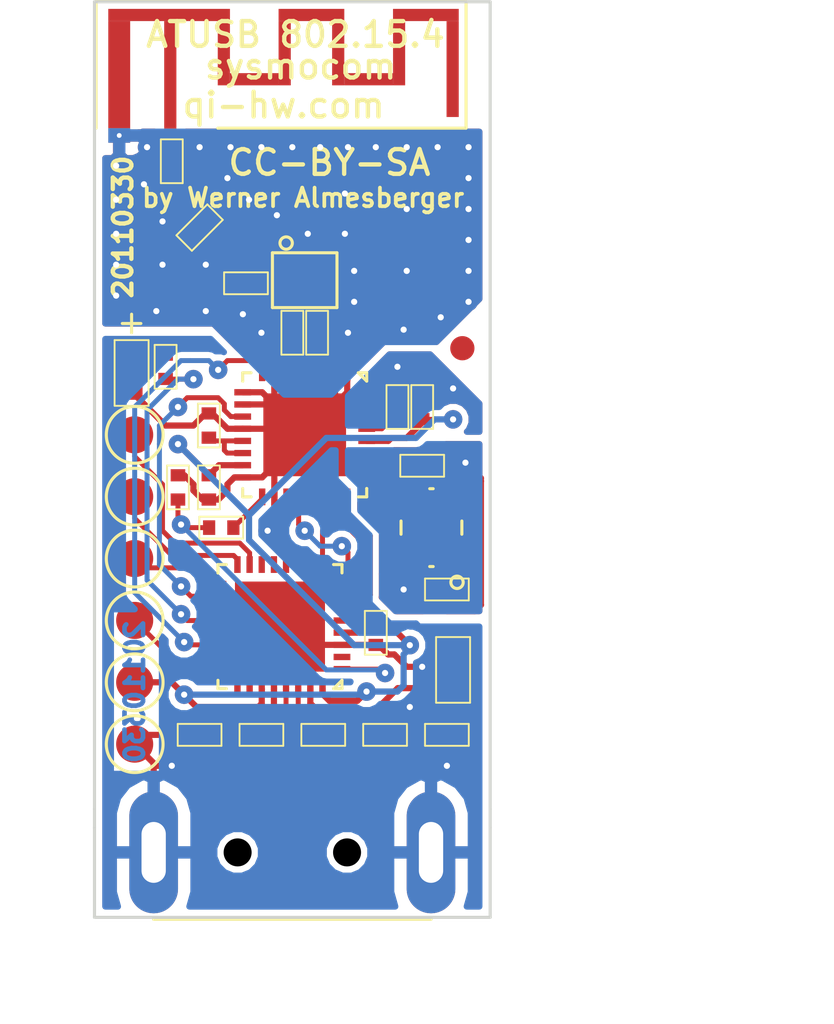
<source format=kicad_pcb>
(kicad_pcb (version 20160815) (host pcbnew 4.1.0-alpha+201608211231+7083~46~ubuntu16.04.1-product)

  (general
    (links 90)
    (no_connects 0)
    (area 117.665499 93.789499 134.048501 131.508501)
    (thickness 1.6002)
    (drawings 29)
    (tracks 496)
    (zones 0)
    (modules 36)
    (nets 45)
  )

  (page A4)
  (title_block
    (title "IEEE 802.15.4 USB Transceiver (AT86RF231)")
    (date "7 jun 2011")
    (rev 20110607)
    (company "Werner Almesberger")
  )

  (layers
    (0 Front signal)
    (31 Back signal)
    (35 F.Paste user)
    (37 F.SilkS user)
    (38 B.Mask user)
    (39 F.Mask user)
    (40 Dwgs.User user)
    (41 Cmts.User user)
    (44 Edge.Cuts user)
  )

  (setup
    (last_trace_width 0.2032)
    (user_trace_width 1.4732)
    (trace_clearance 0.2032)
    (zone_clearance 0.254)
    (zone_45_only no)
    (trace_min 0.2032)
    (segment_width 0.127)
    (edge_width 0.127)
    (via_size 0.762)
    (via_drill 0.254)
    (via_min_size 0.762)
    (via_min_drill 0.254)
    (uvia_size 0.508)
    (uvia_drill 0.127)
    (uvias_allowed no)
    (uvia_min_size 0.508)
    (uvia_min_drill 0.127)
    (pcb_text_width 0.3048)
    (pcb_text_size 1.524 2.032)
    (mod_edge_width 0.381)
    (mod_text_size 1.524 1.524)
    (mod_text_width 0.3048)
    (pad_size 1.524 1.524)
    (pad_drill 0.8128)
    (pad_to_mask_clearance 0)
    (pad_to_paste_clearance -0.0254)
    (aux_axis_origin 117.729 131.445)
    (visible_elements FFFFFF7F)
    (pcbplotparams
      (layerselection 0x00030_ffffffff)
      (usegerberextensions false)
      (excludeedgelayer true)
      (linewidth 0.100000)
      (plotframeref false)
      (viasonmask false)
      (mode 1)
      (useauxorigin false)
      (hpglpennumber 1)
      (hpglpenspeed 20)
      (hpglpendiameter 15)
      (psnegative false)
      (psa4output false)
      (plotreference true)
      (plotvalue true)
      (plotinvisibletext false)
      (padsonsilk false)
      (subtractmaskfromsilk false)
      (outputformat 1)
      (mirror false)
      (drillshape 1)
      (scaleselection 1)
      (outputdirectory ""))
  )

  (net 0 "")
  (net 1 /RF/CLK)
  (net 2 /RF/CLKM)
  (net 3 /RF/FEED)
  (net 4 /RF/MISO)
  (net 5 /RF/RFN)
  (net 6 /RF/RPF)
  (net 7 /RF/SLP_TR)
  (net 8 /RF/nRST_RF)
  (net 9 /RF/nSS)
  (net 10 /USB/D+)
  (net 11 /USB/D-)
  (net 12 /USB/DN)
  (net 13 /USB/DP)
  (net 14 /USB/LED)
  (net 15 /USB/PDI)
  (net 16 /USB/PDO)
  (net 17 /USB/SCK)
  (net 18 /USB/VBUS)
  (net 19 /USB/nRESET)
  (net 20 VDD)
  (net 21 GND)
  (net 22 "Net-(ANT1-Pad2)")
  (net 23 "Net-(B1-Pad2)")
  (net 24 "Net-(B1-Pad3)")
  (net 25 "Net-(B1-Pad4)")
  (net 26 "Net-(C11-Pad2)")
  (net 27 "Net-(C12-Pad1)")
  (net 28 "Net-(C14-Pad1)")
  (net 29 "Net-(C15-Pad1)")
  (net 30 "Net-(D1-Pad1)")
  (net 31 "Net-(U1-Pad2)")
  (net 32 "Net-(U1-Pad5)")
  (net 33 /RF/IRQ_RF)
  (net 34 /RF/MOSI)
  (net 35 "Net-(U1-Pad10)")
  (net 36 /RF/SCLK)
  (net 37 "Net-(U1-Pad12)")
  (net 38 "Net-(U1-Pad13)")
  (net 39 "Net-(U1-Pad14)")
  (net 40 "Net-(U1-Pad19)")
  (net 41 "Net-(U1-Pad21)")
  (net 42 "Net-(U1-Pad23)")
  (net 43 "Net-(U1-Pad25)")
  (net 44 "Net-(U1-Pad26)")

  (net_class Default "This is the default net class."
    (clearance 0.2032)
    (trace_width 0.2032)
    (via_dia 0.762)
    (via_drill 0.254)
    (uvia_dia 0.508)
    (uvia_drill 0.127)
    (diff_pair_gap 0.25)
    (diff_pair_width 0.2)
    (add_net /RF/CLK)
    (add_net /RF/CLKM)
    (add_net /RF/IRQ_RF)
    (add_net /RF/MISO)
    (add_net /RF/MOSI)
    (add_net /RF/RFN)
    (add_net /RF/RPF)
    (add_net /RF/SCLK)
    (add_net /RF/SLP_TR)
    (add_net /RF/nRST_RF)
    (add_net /RF/nSS)
    (add_net /USB/D+)
    (add_net /USB/D-)
    (add_net /USB/DN)
    (add_net /USB/DP)
    (add_net /USB/LED)
    (add_net /USB/PDI)
    (add_net /USB/PDO)
    (add_net /USB/SCK)
    (add_net /USB/nRESET)
    (add_net GND)
    (add_net "Net-(ANT1-Pad2)")
    (add_net "Net-(B1-Pad2)")
    (add_net "Net-(B1-Pad3)")
    (add_net "Net-(B1-Pad4)")
    (add_net "Net-(C11-Pad2)")
    (add_net "Net-(C12-Pad1)")
    (add_net "Net-(C14-Pad1)")
    (add_net "Net-(C15-Pad1)")
    (add_net "Net-(D1-Pad1)")
    (add_net "Net-(U1-Pad10)")
    (add_net "Net-(U1-Pad12)")
    (add_net "Net-(U1-Pad13)")
    (add_net "Net-(U1-Pad14)")
    (add_net "Net-(U1-Pad19)")
    (add_net "Net-(U1-Pad2)")
    (add_net "Net-(U1-Pad21)")
    (add_net "Net-(U1-Pad23)")
    (add_net "Net-(U1-Pad25)")
    (add_net "Net-(U1-Pad26)")
    (add_net "Net-(U1-Pad5)")
  )

  (net_class 50R ""
    (clearance 0.2032)
    (trace_width 0.4826)
    (via_dia 0.762)
    (via_drill 0.254)
    (uvia_dia 0.508)
    (uvia_drill 0.127)
    (diff_pair_gap 0.25)
    (diff_pair_width 0.2)
    (add_net /RF/FEED)
  )

  (net_class Power ""
    (clearance 0.2032)
    (trace_width 0.254)
    (via_dia 0.762)
    (via_drill 0.254)
    (uvia_dia 0.508)
    (uvia_drill 0.127)
    (diff_pair_gap 0.25)
    (diff_pair_width 0.2)
    (add_net /USB/VBUS)
    (add_net VDD)
  )

  (module FIDUCIAL (layer Front) (tedit 4DEE809A) (tstamp 4D8A16F0)
    (at 125.857 128.778)
    (solder_mask_margin 0.00254)
    (attr smd)
    (fp_text reference FIDUCI-2 (at 0 1.524) (layer Cmts.User)
      (effects (font (size 0.508 0.508) (thickness 0.1016)))
    )
    (fp_text value Val* (at 0 0.381) (layer Cmts.User) hide
      (effects (font (size 0.508 0.508) (thickness 0.1016)))
    )
    (pad ? smd oval (at 0 0) (size 0.99568 0.99568) (layers Front))
    (pad "" smd oval (at 0 0) (size 1.99644 1.99644) (layers F.Mask))
  )

  (module FIDUCIAL (layer Front) (tedit 4DEE8067) (tstamp 4D8A175F)
    (at 132.842 108.077)
    (solder_mask_margin 0.00254)
    (attr smd)
    (fp_text reference FIDUCI-1 (at -1.143 -1.397) (layer Cmts.User)
      (effects (font (size 0.508 0.508) (thickness 0.1016)))
    )
    (fp_text value Val* (at 0 0.381) (layer Cmts.User) hide
      (effects (font (size 0.508 0.508) (thickness 0.1016)))
    )
    (pad ? smd oval (at 0 0) (size 0.99568 0.99568) (layers Front))
    (pad "" smd oval (at 0 0) (size 1.99644 1.99644) (layers F.Mask))
  )

  (module meander-2450MHz:MEANDER-2450MHz-right-1.0mm-RELAXED (layer Front) (tedit 57C7A9FE) (tstamp 57C7C06C)
    (at 118.745 99.441)
    (path /4C609C08/4C63FE17)
    (attr smd)
    (fp_text reference ANT1 (at 0 -0.381) (layer Cmts.User)
      (effects (font (size 0.508 0.508) (thickness 0.1016)))
    )
    (fp_text value 50R (at 0 0.381) (layer Cmts.User) hide
      (effects (font (size 0.508 0.508) (thickness 0.1016)))
    )
    (fp_line (start -0.94996 -0.39878) (end -0.94996 -5.59816) (layer F.SilkS) (width 0.127))
    (fp_line (start 14.2494 -5.59816) (end -0.94996 -5.59816) (layer F.SilkS) (width 0.127))
    (fp_line (start 14.2494 -5.59816) (end 14.2494 -0.39878) (layer F.SilkS) (width 0.127))
    (fp_line (start 14.2494 -0.39878) (end 4.04876 -0.39878) (layer F.SilkS) (width 0.127))
    (pad 1 thru_hole rect (at 0 -0.09906) (size 0.89916 0.5969) (drill 0.19812) (layers *.Cu)
      (net 21 GND))
    (pad X smd rect (at 0 -2.59842) (size 0.89916 4.39928) (layers Front))
    (pad X smd rect (at 2.04978 -5.04698) (size 4.99872 0.50038) (layers Front))
    (pad 2 smd rect (at 2.09804 -0.09906) (size 0.50038 0.5969) (layers Front)
      (net 22 "Net-(ANT1-Pad2)"))
    (pad X smd rect (at 2.09804 -2.59842) (size 0.50038 4.39928) (layers Front))
    (pad X smd rect (at 4.29768 -3.47726) (size 0.50038 2.63906) (layers Front))
    (pad X smd rect (at 5.54736 -2.40792) (size 1.99898 0.50038) (layers Front))
    (pad X smd rect (at 7.89686 -5.04698) (size 2.70002 0.50038) (layers Front))
    (pad X smd rect (at 8.99668 -3.47726) (size 0.50038 2.63906) (layers Front))
    (pad X smd rect (at 6.79704 -3.47726) (size 0.50038 2.63906) (layers Front))
    (pad X smd rect (at 11.49858 -3.47726) (size 0.49784 2.63906) (layers Front))
    (pad X smd rect (at 10.2489 -2.40792) (size 2.00152 0.50038) (layers Front))
    (pad X smd rect (at 12.5984 -5.04698) (size 2.70002 0.50038) (layers Front))
    (pad X smd rect (at 13.69822 -2.82702) (size 0.50038 3.93954) (layers Front))
  )

  (module 0805-6:0805-6 (layer Front) (tedit 56B455C5) (tstamp 57C7C081)
    (at 126.365 105.283 90)
    (path /4C609C08/4CF4B034)
    (attr smd)
    (fp_text reference B1 (at 0 -0.381 90) (layer Cmts.User)
      (effects (font (size 0.508 0.508) (thickness 0.1016)))
    )
    (fp_text value 2450FB15L0001 (at 0 0.381 90) (layer Cmts.User) hide
      (effects (font (size 0.508 0.508) (thickness 0.1016)))
    )
    (fp_line (start -1.12522 1.32588) (end -1.12522 -1.32588) (layer F.SilkS) (width 0.127))
    (fp_line (start -1.12522 -1.32588) (end 1.12522 -1.32588) (layer F.SilkS) (width 0.127))
    (fp_line (start 1.12522 -1.32588) (end 1.12522 1.32588) (layer F.SilkS) (width 0.127))
    (fp_line (start 1.12522 1.32588) (end -1.12522 1.32588) (layer F.SilkS) (width 0.127))
    (pad 1 smd rect (at 0.6477 -0.79756 90) (size 0.34798 0.8001) (layers Front F.Paste F.Mask)
      (net 3 /RF/FEED))
    (pad 2 smd rect (at 0 -0.79756 90) (size 0.34544 0.8001) (layers Front F.Paste F.Mask)
      (net 23 "Net-(B1-Pad2)"))
    (pad 3 smd rect (at -0.6477 -0.79756 90) (size 0.34798 0.8001) (layers Front F.Paste F.Mask)
      (net 24 "Net-(B1-Pad3)"))
    (pad 4 smd rect (at -0.6477 0.79756 90) (size 0.34798 0.8001) (layers Front F.Paste F.Mask)
      (net 25 "Net-(B1-Pad4)"))
    (pad 5 smd rect (at 0 0.79756 90) (size 0.34544 0.8001) (layers Front F.Paste F.Mask)
      (net 21 GND))
    (pad 6 smd rect (at 0.6477 0.79756 90) (size 0.34798 0.8001) (layers Front F.Paste F.Mask)
      (net 21 GND))
  )

  (module stdpass:0603 (layer Front) (tedit 537B9575) (tstamp 57C7C08E)
    (at 132.461 121.285 90)
    (path /4C609BEF/4C6401AA)
    (attr smd)
    (fp_text reference C1 (at 0 -0.381 90) (layer Cmts.User)
      (effects (font (size 0.508 0.508) (thickness 0.1016)))
    )
    (fp_text value 10uF (at 0 0.381 90) (layer Cmts.User) hide
      (effects (font (size 0.508 0.508) (thickness 0.1016)))
    )
    (fp_line (start -1.34874 0.6985) (end -1.34874 -0.6985) (layer F.SilkS) (width 0.0762))
    (fp_line (start -1.34874 -0.6985) (end 1.34874 -0.6985) (layer F.SilkS) (width 0.0762))
    (fp_line (start 1.34874 -0.6985) (end 1.34874 0.6985) (layer F.SilkS) (width 0.0762))
    (fp_line (start 1.34874 0.6985) (end -1.34874 0.6985) (layer F.SilkS) (width 0.0762))
    (pad 1 smd rect (at -0.7493 0 90) (size 0.70104 0.89916) (layers Front F.Paste F.Mask)
      (net 18 /USB/VBUS))
    (pad 2 smd rect (at 0.7493 0 90) (size 0.70104 0.89916) (layers Front F.Paste F.Mask)
      (net 21 GND))
  )

  (module stdpass:0402 (layer Front) (tedit 537B9575) (tstamp 57C7C097)
    (at 129.286 119.761 270)
    (path /4C609BEF/4C6401B3)
    (attr smd)
    (fp_text reference C2 (at 0 -0.381 270) (layer Cmts.User)
      (effects (font (size 0.508 0.508) (thickness 0.1016)))
    )
    (fp_text value 1uF (at 0 0.381 270) (layer Cmts.User) hide
      (effects (font (size 0.508 0.508) (thickness 0.1016)))
    )
    (fp_line (start -0.89916 0.44958) (end -0.89916 -0.44958) (layer F.SilkS) (width 0.0762))
    (fp_line (start -0.89916 -0.44958) (end 0.89916 -0.44958) (layer F.SilkS) (width 0.0762))
    (fp_line (start 0.89916 -0.44958) (end 0.89916 0.44958) (layer F.SilkS) (width 0.0762))
    (fp_line (start 0.89916 0.44958) (end -0.89916 0.44958) (layer F.SilkS) (width 0.0762))
    (pad 1 smd rect (at -0.49784 0 270) (size 0.50038 0.59944) (layers Front F.Paste F.Mask)
      (net 20 VDD))
    (pad 2 smd rect (at 0.49784 0 270) (size 0.50038 0.59944) (layers Front F.Paste F.Mask)
      (net 21 GND))
  )

  (module stdpass:0402 (layer Front) (tedit 537B9575) (tstamp 57C7C0A0)
    (at 123.952 105.41 180)
    (path /4C609C08/4C641710)
    (attr smd)
    (fp_text reference C3 (at 0 -0.381 180) (layer Cmts.User)
      (effects (font (size 0.508 0.508) (thickness 0.1016)))
    )
    (fp_text value 22pF/RF (at 0 0.381 180) (layer Cmts.User) hide
      (effects (font (size 0.508 0.508) (thickness 0.1016)))
    )
    (fp_line (start -0.89916 0.44958) (end -0.89916 -0.44958) (layer F.SilkS) (width 0.0762))
    (fp_line (start -0.89916 -0.44958) (end 0.89916 -0.44958) (layer F.SilkS) (width 0.0762))
    (fp_line (start 0.89916 -0.44958) (end 0.89916 0.44958) (layer F.SilkS) (width 0.0762))
    (fp_line (start 0.89916 0.44958) (end -0.89916 0.44958) (layer F.SilkS) (width 0.0762))
    (pad 1 smd rect (at -0.49784 0 180) (size 0.50038 0.59944) (layers Front F.Paste F.Mask)
      (net 23 "Net-(B1-Pad2)"))
    (pad 2 smd rect (at 0.49784 0 180) (size 0.50038 0.59944) (layers Front F.Paste F.Mask)
      (net 21 GND))
  )

  (module stdpass:0402 (layer Front) (tedit 537B9575) (tstamp 57C7C0A9)
    (at 125.857 107.442 270)
    (path /4C609C08/4C641506)
    (attr smd)
    (fp_text reference C8 (at 0 -0.381 270) (layer Cmts.User)
      (effects (font (size 0.508 0.508) (thickness 0.1016)))
    )
    (fp_text value 22pF/RF (at 0 0.381 270) (layer Cmts.User) hide
      (effects (font (size 0.508 0.508) (thickness 0.1016)))
    )
    (fp_line (start -0.89916 0.44958) (end -0.89916 -0.44958) (layer F.SilkS) (width 0.0762))
    (fp_line (start -0.89916 -0.44958) (end 0.89916 -0.44958) (layer F.SilkS) (width 0.0762))
    (fp_line (start 0.89916 -0.44958) (end 0.89916 0.44958) (layer F.SilkS) (width 0.0762))
    (fp_line (start 0.89916 0.44958) (end -0.89916 0.44958) (layer F.SilkS) (width 0.0762))
    (pad 1 smd rect (at -0.49784 0 270) (size 0.50038 0.59944) (layers Front F.Paste F.Mask)
      (net 24 "Net-(B1-Pad3)"))
    (pad 2 smd rect (at 0.49784 0 270) (size 0.50038 0.59944) (layers Front F.Paste F.Mask)
      (net 5 /RF/RFN))
  )

  (module stdpass:0402 (layer Front) (tedit 537B9575) (tstamp 57C7C0B2)
    (at 126.873 107.442 270)
    (path /4C609C08/4C641509)
    (attr smd)
    (fp_text reference C9 (at 0 -0.381 270) (layer Cmts.User)
      (effects (font (size 0.508 0.508) (thickness 0.1016)))
    )
    (fp_text value 22pF/RF (at 0 0.381 270) (layer Cmts.User) hide
      (effects (font (size 0.508 0.508) (thickness 0.1016)))
    )
    (fp_line (start -0.89916 0.44958) (end -0.89916 -0.44958) (layer F.SilkS) (width 0.0762))
    (fp_line (start -0.89916 -0.44958) (end 0.89916 -0.44958) (layer F.SilkS) (width 0.0762))
    (fp_line (start 0.89916 -0.44958) (end 0.89916 0.44958) (layer F.SilkS) (width 0.0762))
    (fp_line (start 0.89916 0.44958) (end -0.89916 0.44958) (layer F.SilkS) (width 0.0762))
    (pad 1 smd rect (at -0.49784 0 270) (size 0.50038 0.59944) (layers Front F.Paste F.Mask)
      (net 25 "Net-(B1-Pad4)"))
    (pad 2 smd rect (at 0.49784 0 270) (size 0.50038 0.59944) (layers Front F.Paste F.Mask)
      (net 6 /RF/RPF))
  )

  (module stdpass:0402 (layer Front) (tedit 537B9575) (tstamp 57C7C0BB)
    (at 122.428 113.792 270)
    (path /4C609C08/4C640A7E)
    (attr smd)
    (fp_text reference C10 (at 0 -0.381 270) (layer Cmts.User)
      (effects (font (size 0.508 0.508) (thickness 0.1016)))
    )
    (fp_text value 1uF (at 0 0.381 270) (layer Cmts.User) hide
      (effects (font (size 0.508 0.508) (thickness 0.1016)))
    )
    (fp_line (start -0.89916 0.44958) (end -0.89916 -0.44958) (layer F.SilkS) (width 0.0762))
    (fp_line (start -0.89916 -0.44958) (end 0.89916 -0.44958) (layer F.SilkS) (width 0.0762))
    (fp_line (start 0.89916 -0.44958) (end 0.89916 0.44958) (layer F.SilkS) (width 0.0762))
    (fp_line (start 0.89916 0.44958) (end -0.89916 0.44958) (layer F.SilkS) (width 0.0762))
    (pad 1 smd rect (at -0.49784 0 270) (size 0.50038 0.59944) (layers Front F.Paste F.Mask)
      (net 20 VDD))
    (pad 2 smd rect (at 0.49784 0 270) (size 0.50038 0.59944) (layers Front F.Paste F.Mask)
      (net 21 GND))
  )

  (module stdpass:0402 (layer Front) (tedit 537B9575) (tstamp 57C7C0C4)
    (at 130.175 110.49 270)
    (path /4C609C08/4C641004)
    (attr smd)
    (fp_text reference C11 (at 0 -0.381 270) (layer Cmts.User)
      (effects (font (size 0.508 0.508) (thickness 0.1016)))
    )
    (fp_text value 1uF (at 0 0.381 270) (layer Cmts.User) hide
      (effects (font (size 0.508 0.508) (thickness 0.1016)))
    )
    (fp_line (start -0.89916 0.44958) (end -0.89916 -0.44958) (layer F.SilkS) (width 0.0762))
    (fp_line (start -0.89916 -0.44958) (end 0.89916 -0.44958) (layer F.SilkS) (width 0.0762))
    (fp_line (start 0.89916 -0.44958) (end 0.89916 0.44958) (layer F.SilkS) (width 0.0762))
    (fp_line (start 0.89916 0.44958) (end -0.89916 0.44958) (layer F.SilkS) (width 0.0762))
    (pad 1 smd rect (at -0.49784 0 270) (size 0.50038 0.59944) (layers Front F.Paste F.Mask)
      (net 21 GND))
    (pad 2 smd rect (at 0.49784 0 270) (size 0.50038 0.59944) (layers Front F.Paste F.Mask)
      (net 26 "Net-(C11-Pad2)"))
  )

  (module stdpass:0402 (layer Front) (tedit 537B9575) (tstamp 57C7C0CD)
    (at 122.428 111.252 90)
    (path /4C609C08/4C640A84)
    (attr smd)
    (fp_text reference C12 (at 0 -0.381 90) (layer Cmts.User)
      (effects (font (size 0.508 0.508) (thickness 0.1016)))
    )
    (fp_text value 1uF (at 0 0.381 90) (layer Cmts.User) hide
      (effects (font (size 0.508 0.508) (thickness 0.1016)))
    )
    (fp_line (start -0.89916 0.44958) (end -0.89916 -0.44958) (layer F.SilkS) (width 0.0762))
    (fp_line (start -0.89916 -0.44958) (end 0.89916 -0.44958) (layer F.SilkS) (width 0.0762))
    (fp_line (start 0.89916 -0.44958) (end 0.89916 0.44958) (layer F.SilkS) (width 0.0762))
    (fp_line (start 0.89916 0.44958) (end -0.89916 0.44958) (layer F.SilkS) (width 0.0762))
    (pad 1 smd rect (at -0.49784 0 90) (size 0.50038 0.59944) (layers Front F.Paste F.Mask)
      (net 27 "Net-(C12-Pad1)"))
    (pad 2 smd rect (at 0.49784 0 90) (size 0.50038 0.59944) (layers Front F.Paste F.Mask)
      (net 21 GND))
  )

  (module stdpass:0402 (layer Front) (tedit 537B9575) (tstamp 57C7C0D6)
    (at 131.191 110.49 90)
    (path /4C609C08/4C640A76)
    (attr smd)
    (fp_text reference C13 (at 0 -0.381 90) (layer Cmts.User)
      (effects (font (size 0.508 0.508) (thickness 0.1016)))
    )
    (fp_text value 1uF (at 0 0.381 90) (layer Cmts.User) hide
      (effects (font (size 0.508 0.508) (thickness 0.1016)))
    )
    (fp_line (start -0.89916 0.44958) (end -0.89916 -0.44958) (layer F.SilkS) (width 0.0762))
    (fp_line (start -0.89916 -0.44958) (end 0.89916 -0.44958) (layer F.SilkS) (width 0.0762))
    (fp_line (start 0.89916 -0.44958) (end 0.89916 0.44958) (layer F.SilkS) (width 0.0762))
    (fp_line (start 0.89916 0.44958) (end -0.89916 0.44958) (layer F.SilkS) (width 0.0762))
    (pad 1 smd rect (at -0.49784 0 90) (size 0.50038 0.59944) (layers Front F.Paste F.Mask)
      (net 20 VDD))
    (pad 2 smd rect (at 0.49784 0 90) (size 0.50038 0.59944) (layers Front F.Paste F.Mask)
      (net 21 GND))
  )

  (module stdpass:0402 (layer Front) (tedit 537B9575) (tstamp 57C7C0DF)
    (at 131.191 112.903)
    (path /4C609C08/4C640A73)
    (attr smd)
    (fp_text reference C14 (at 0 -0.381) (layer Cmts.User)
      (effects (font (size 0.508 0.508) (thickness 0.1016)))
    )
    (fp_text value 12pF (at 0 0.381) (layer Cmts.User) hide
      (effects (font (size 0.508 0.508) (thickness 0.1016)))
    )
    (fp_line (start -0.89916 0.44958) (end -0.89916 -0.44958) (layer F.SilkS) (width 0.0762))
    (fp_line (start -0.89916 -0.44958) (end 0.89916 -0.44958) (layer F.SilkS) (width 0.0762))
    (fp_line (start 0.89916 -0.44958) (end 0.89916 0.44958) (layer F.SilkS) (width 0.0762))
    (fp_line (start 0.89916 0.44958) (end -0.89916 0.44958) (layer F.SilkS) (width 0.0762))
    (pad 1 smd rect (at -0.49784 0) (size 0.50038 0.59944) (layers Front F.Paste F.Mask)
      (net 28 "Net-(C14-Pad1)"))
    (pad 2 smd rect (at 0.49784 0) (size 0.50038 0.59944) (layers Front F.Paste F.Mask)
      (net 21 GND))
  )

  (module stdpass:0402 (layer Front) (tedit 537B9575) (tstamp 57C7C0E8)
    (at 132.207 117.983 180)
    (path /4C609C08/4C640A7B)
    (attr smd)
    (fp_text reference C15 (at 0 -0.381 180) (layer Cmts.User)
      (effects (font (size 0.508 0.508) (thickness 0.1016)))
    )
    (fp_text value 12pF (at 0 0.381 180) (layer Cmts.User) hide
      (effects (font (size 0.508 0.508) (thickness 0.1016)))
    )
    (fp_line (start -0.89916 0.44958) (end -0.89916 -0.44958) (layer F.SilkS) (width 0.0762))
    (fp_line (start -0.89916 -0.44958) (end 0.89916 -0.44958) (layer F.SilkS) (width 0.0762))
    (fp_line (start 0.89916 -0.44958) (end 0.89916 0.44958) (layer F.SilkS) (width 0.0762))
    (fp_line (start 0.89916 0.44958) (end -0.89916 0.44958) (layer F.SilkS) (width 0.0762))
    (pad 1 smd rect (at -0.49784 0 180) (size 0.50038 0.59944) (layers Front F.Paste F.Mask)
      (net 29 "Net-(C15-Pad1)"))
    (pad 2 smd rect (at 0.49784 0 180) (size 0.50038 0.59944) (layers Front F.Paste F.Mask)
      (net 21 GND))
  )

  (module stdpass:0402 (layer Front) (tedit 537B9575) (tstamp 57C7C0F1)
    (at 122.047 103.124 225)
    (path /4C609C08/4D3B018B)
    (attr smd)
    (fp_text reference C16 (at 0 -0.381 225) (layer Cmts.User)
      (effects (font (size 0.508 0.508) (thickness 0.1016)))
    )
    (fp_text value NC (at 0 0.381 225) (layer Cmts.User) hide
      (effects (font (size 0.508 0.508) (thickness 0.1016)))
    )
    (fp_line (start -0.89916 0.44958) (end -0.89916 -0.44958) (layer F.SilkS) (width 0.0762))
    (fp_line (start -0.89916 -0.44958) (end 0.89916 -0.44958) (layer F.SilkS) (width 0.0762))
    (fp_line (start 0.89916 -0.44958) (end 0.89916 0.44958) (layer F.SilkS) (width 0.0762))
    (fp_line (start 0.89916 0.44958) (end -0.89916 0.44958) (layer F.SilkS) (width 0.0762))
    (pad 1 smd rect (at -0.49784 0 225) (size 0.50038 0.59944) (layers Front F.Paste F.Mask)
      (net 3 /RF/FEED))
    (pad 2 smd rect (at 0.49784 0 225) (size 0.50038 0.59944) (layers Front F.Paste F.Mask)
      (net 21 GND))
  )

  (module stdpass:0402 (layer Front) (tedit 537B9575) (tstamp 57C7C0FA)
    (at 121.158 113.792 90)
    (path /4C609C08/4D425FF1)
    (attr smd)
    (fp_text reference C17 (at 0 -0.381 90) (layer Cmts.User)
      (effects (font (size 0.508 0.508) (thickness 0.1016)))
    )
    (fp_text value 2.2pF (at 0 0.381 90) (layer Cmts.User) hide
      (effects (font (size 0.508 0.508) (thickness 0.1016)))
    )
    (fp_line (start -0.89916 0.44958) (end -0.89916 -0.44958) (layer F.SilkS) (width 0.0762))
    (fp_line (start -0.89916 -0.44958) (end 0.89916 -0.44958) (layer F.SilkS) (width 0.0762))
    (fp_line (start 0.89916 -0.44958) (end 0.89916 0.44958) (layer F.SilkS) (width 0.0762))
    (fp_line (start 0.89916 0.44958) (end -0.89916 0.44958) (layer F.SilkS) (width 0.0762))
    (pad 1 smd rect (at -0.49784 0 90) (size 0.50038 0.59944) (layers Front F.Paste F.Mask)
      (net 1 /RF/CLK))
    (pad 2 smd rect (at 0.49784 0 90) (size 0.50038 0.59944) (layers Front F.Paste F.Mask)
      (net 21 GND))
  )

  (module usb_a_plug_smt:USB-A-PLUG-SMT (layer Front) (tedit 51C3B150) (tstamp 57C7C103)
    (at 125.857 128.778)
    (path /4C609BEF/4FBDA09F)
    (attr smd)
    (fp_text reference CON1 (at 0 -0.381) (layer Cmts.User)
      (effects (font (size 0.508 0.508) (thickness 0.1016)))
    )
    (fp_text value USB_A_PLUG (at 0 0.381) (layer Cmts.User) hide
      (effects (font (size 0.508 0.508) (thickness 0.1016)))
    )
    (fp_line (start -5.69976 2.74828) (end 5.69976 2.74828) (layer F.SilkS) (width 0.127))
    (pad 1 smd rect (at 3.49758 -2.69748) (size 1.20142 2.20218) (layers Front F.Paste F.Mask)
      (net 18 /USB/VBUS))
    (pad 2 smd rect (at 0.99822 -2.69748) (size 1.19888 2.20218) (layers Front F.Paste F.Mask)
      (net 11 /USB/D-))
    (pad 3 smd rect (at -0.99822 -2.69748) (size 1.19888 2.20218) (layers Front F.Paste F.Mask)
      (net 10 /USB/D+))
    (pad 4 smd rect (at -3.49758 -2.69748) (size 1.20142 2.20218) (layers Front F.Paste F.Mask)
      (net 21 GND))
    (pad 5 thru_hole oval (at -5.69722 0) (size 1.99898 4.99872) (drill oval 0.99822 2.49936) (layers *.Cu *.Mask)
      (net 21 GND))
    (pad 6 thru_hole oval (at 5.69722 0) (size 1.99898 4.99872) (drill oval 0.99822 2.49936) (layers *.Cu *.Mask)
      (net 21 GND))
    (pad HOLE np_thru_hole circle (at -2.2479 0) (size 1.15062 1.15062) (drill 1.15062) (layers *.Mask))
    (pad HOLE np_thru_hole circle (at 2.2479 0) (size 1.15062 1.15062) (drill 1.15062) (layers *.Mask))
  )

  (module stdpass:0603 (layer Front) (tedit 537B9575) (tstamp 57C7C10F)
    (at 119.253 109.093 270)
    (path /4C609BEF/4C6402EE)
    (attr smd)
    (fp_text reference D1 (at 0 -0.381 270) (layer Cmts.User)
      (effects (font (size 0.508 0.508) (thickness 0.1016)))
    )
    (fp_text value LTST-C190KRKT (at 0 0.381 270) (layer Cmts.User) hide
      (effects (font (size 0.508 0.508) (thickness 0.1016)))
    )
    (fp_line (start -1.34874 0.6985) (end -1.34874 -0.6985) (layer F.SilkS) (width 0.0762))
    (fp_line (start -1.34874 -0.6985) (end 1.34874 -0.6985) (layer F.SilkS) (width 0.0762))
    (fp_line (start 1.34874 -0.6985) (end 1.34874 0.6985) (layer F.SilkS) (width 0.0762))
    (fp_line (start 1.34874 0.6985) (end -1.34874 0.6985) (layer F.SilkS) (width 0.0762))
    (pad 1 smd rect (at -0.7493 0 270) (size 0.70104 0.89916) (layers Front F.Paste F.Mask)
      (net 30 "Net-(D1-Pad1)"))
    (pad 2 smd rect (at 0.7493 0 270) (size 0.70104 0.89916) (layers Front F.Paste F.Mask)
      (net 21 GND))
  )

  (module pads:PAD_C_60x60 (layer Front) (tedit 52D9BA48) (tstamp 57C7C118)
    (at 119.38 124.333)
    (path /4C609BEF/4C6401FE)
    (attr smd)
    (fp_text reference P11 (at 0 -0.381) (layer Cmts.User)
      (effects (font (size 0.508 0.508) (thickness 0.1016)))
    )
    (fp_text value TESTPOINT (at 0 0.381) (layer Cmts.User) hide
      (effects (font (size 0.508 0.508) (thickness 0.1016)))
    )
    (fp_circle (center 0 0) (end 0 -1.16586) (layer F.SilkS) (width 0.127))
    (pad 1 smd oval (at 0 0) (size 1.524 1.524) (layers Front F.Mask)
      (net 21 GND))
  )

  (module pads:PAD_C_60x60 (layer Front) (tedit 52D9BA48) (tstamp 57C7C11D)
    (at 119.38 121.793)
    (path /4C609BEF/4C640200)
    (attr smd)
    (fp_text reference P12 (at 0 -0.381) (layer Cmts.User)
      (effects (font (size 0.508 0.508) (thickness 0.1016)))
    )
    (fp_text value TESTPOINT (at 0 0.381) (layer Cmts.User) hide
      (effects (font (size 0.508 0.508) (thickness 0.1016)))
    )
    (fp_circle (center 0 0) (end 0 -1.16586) (layer F.SilkS) (width 0.127))
    (pad 1 smd oval (at 0 0) (size 1.524 1.524) (layers Front F.Mask)
      (net 20 VDD))
  )

  (module pads:PAD_C_60x60 (layer Front) (tedit 52D9BA48) (tstamp 57C7C122)
    (at 119.38 119.253)
    (path /4C609BEF/4C640202)
    (attr smd)
    (fp_text reference P13 (at 0 -0.381) (layer Cmts.User)
      (effects (font (size 0.508 0.508) (thickness 0.1016)))
    )
    (fp_text value TESTPOINT (at 0 0.381) (layer Cmts.User) hide
      (effects (font (size 0.508 0.508) (thickness 0.1016)))
    )
    (fp_circle (center 0 0) (end 0 -1.16586) (layer F.SilkS) (width 0.127))
    (pad 1 smd oval (at 0 0) (size 1.524 1.524) (layers Front F.Mask)
      (net 19 /USB/nRESET))
  )

  (module pads:PAD_C_60x60 (layer Front) (tedit 52D9BA48) (tstamp 57C7C127)
    (at 119.38 116.713)
    (path /4C609BEF/4C640203)
    (attr smd)
    (fp_text reference P14 (at 0 -0.381) (layer Cmts.User)
      (effects (font (size 0.508 0.508) (thickness 0.1016)))
    )
    (fp_text value TESTPOINT (at 0 0.381) (layer Cmts.User) hide
      (effects (font (size 0.508 0.508) (thickness 0.1016)))
    )
    (fp_circle (center 0 0) (end 0 -1.16586) (layer F.SilkS) (width 0.127))
    (pad 1 smd oval (at 0 0) (size 1.524 1.524) (layers Front F.Mask)
      (net 16 /USB/PDO))
  )

  (module pads:PAD_C_60x60 (layer Front) (tedit 52D9BA48) (tstamp 57C7C12C)
    (at 119.38 114.173)
    (path /4C609BEF/4D425D53)
    (attr smd)
    (fp_text reference P15 (at 0 -0.381) (layer Cmts.User)
      (effects (font (size 0.508 0.508) (thickness 0.1016)))
    )
    (fp_text value TESTPOINT (at 0 0.381) (layer Cmts.User) hide
      (effects (font (size 0.508 0.508) (thickness 0.1016)))
    )
    (fp_circle (center 0 0) (end 0 -1.16586) (layer F.SilkS) (width 0.127))
    (pad 1 smd oval (at 0 0) (size 1.524 1.524) (layers Front F.Mask)
      (net 15 /USB/PDI))
  )

  (module pads:PAD_C_60x60 (layer Front) (tedit 52D9BA48) (tstamp 57C7C131)
    (at 119.38 111.633)
    (path /4C609BEF/4D425D62)
    (attr smd)
    (fp_text reference P16 (at 0 -0.381) (layer Cmts.User)
      (effects (font (size 0.508 0.508) (thickness 0.1016)))
    )
    (fp_text value TESTPOINT (at 0 0.381) (layer Cmts.User) hide
      (effects (font (size 0.508 0.508) (thickness 0.1016)))
    )
    (fp_circle (center 0 0) (end 0 -1.16586) (layer F.SilkS) (width 0.127))
    (pad 1 smd oval (at 0 0) (size 1.524 1.524) (layers Front F.Mask)
      (net 17 /USB/SCK))
  )

  (module stdpass:0402 (layer Front) (tedit 537B9575) (tstamp 57C7C136)
    (at 120.65 108.839 270)
    (path /4C609BEF/4C6402F2)
    (attr smd)
    (fp_text reference R1 (at 0 -0.381 270) (layer Cmts.User)
      (effects (font (size 0.508 0.508) (thickness 0.1016)))
    )
    (fp_text value 180 (at 0 0.381 270) (layer Cmts.User) hide
      (effects (font (size 0.508 0.508) (thickness 0.1016)))
    )
    (fp_line (start -0.89916 0.44958) (end -0.89916 -0.44958) (layer F.SilkS) (width 0.0762))
    (fp_line (start -0.89916 -0.44958) (end 0.89916 -0.44958) (layer F.SilkS) (width 0.0762))
    (fp_line (start 0.89916 -0.44958) (end 0.89916 0.44958) (layer F.SilkS) (width 0.0762))
    (fp_line (start 0.89916 0.44958) (end -0.89916 0.44958) (layer F.SilkS) (width 0.0762))
    (pad 1 smd rect (at -0.49784 0 270) (size 0.50038 0.59944) (layers Front F.Paste F.Mask)
      (net 30 "Net-(D1-Pad1)"))
    (pad 2 smd rect (at 0.49784 0 270) (size 0.50038 0.59944) (layers Front F.Paste F.Mask)
      (net 14 /USB/LED))
  )

  (module stdpass:0402 (layer Front) (tedit 537B9575) (tstamp 57C7C13F)
    (at 120.904 100.4 270)
    (path /4C609C08/4CF4B07E)
    (attr smd)
    (fp_text reference R3 (at 0 -0.381 270) (layer Cmts.User)
      (effects (font (size 0.508 0.508) (thickness 0.1016)))
    )
    (fp_text value 0R (at 0 0.381 270) (layer Cmts.User) hide
      (effects (font (size 0.508 0.508) (thickness 0.1016)))
    )
    (fp_line (start -0.89916 0.44958) (end -0.89916 -0.44958) (layer F.SilkS) (width 0.0762))
    (fp_line (start -0.89916 -0.44958) (end 0.89916 -0.44958) (layer F.SilkS) (width 0.0762))
    (fp_line (start 0.89916 -0.44958) (end 0.89916 0.44958) (layer F.SilkS) (width 0.0762))
    (fp_line (start 0.89916 0.44958) (end -0.89916 0.44958) (layer F.SilkS) (width 0.0762))
    (pad 1 smd rect (at -0.49784 0 270) (size 0.50038 0.59944) (layers Front F.Paste F.Mask)
      (net 22 "Net-(ANT1-Pad2)"))
    (pad 2 smd rect (at 0.49784 0 270) (size 0.50038 0.59944) (layers Front F.Paste F.Mask)
      (net 3 /RF/FEED))
  )

  (module stdpass:0402 (layer Front) (tedit 537B9575) (tstamp 57C7C148)
    (at 124.587 123.952)
    (path /4C609BEF/4D4258D9)
    (attr smd)
    (fp_text reference R4 (at 0 -0.381) (layer Cmts.User)
      (effects (font (size 0.508 0.508) (thickness 0.1016)))
    )
    (fp_text value 22 (at 0 0.381) (layer Cmts.User) hide
      (effects (font (size 0.508 0.508) (thickness 0.1016)))
    )
    (fp_line (start -0.89916 0.44958) (end -0.89916 -0.44958) (layer F.SilkS) (width 0.0762))
    (fp_line (start -0.89916 -0.44958) (end 0.89916 -0.44958) (layer F.SilkS) (width 0.0762))
    (fp_line (start 0.89916 -0.44958) (end 0.89916 0.44958) (layer F.SilkS) (width 0.0762))
    (fp_line (start 0.89916 0.44958) (end -0.89916 0.44958) (layer F.SilkS) (width 0.0762))
    (pad 1 smd rect (at -0.49784 0) (size 0.50038 0.59944) (layers Front F.Paste F.Mask)
      (net 10 /USB/D+))
    (pad 2 smd rect (at 0.49784 0) (size 0.50038 0.59944) (layers Front F.Paste F.Mask)
      (net 13 /USB/DP))
  )

  (module stdpass:0402 (layer Front) (tedit 537B9575) (tstamp 57C7C151)
    (at 127.127 123.952)
    (path /4C609BEF/4D4258DC)
    (attr smd)
    (fp_text reference R5 (at 0 -0.381) (layer Cmts.User)
      (effects (font (size 0.508 0.508) (thickness 0.1016)))
    )
    (fp_text value 22 (at 0 0.381) (layer Cmts.User) hide
      (effects (font (size 0.508 0.508) (thickness 0.1016)))
    )
    (fp_line (start -0.89916 0.44958) (end -0.89916 -0.44958) (layer F.SilkS) (width 0.0762))
    (fp_line (start -0.89916 -0.44958) (end 0.89916 -0.44958) (layer F.SilkS) (width 0.0762))
    (fp_line (start 0.89916 -0.44958) (end 0.89916 0.44958) (layer F.SilkS) (width 0.0762))
    (fp_line (start 0.89916 0.44958) (end -0.89916 0.44958) (layer F.SilkS) (width 0.0762))
    (pad 1 smd rect (at -0.49784 0) (size 0.50038 0.59944) (layers Front F.Paste F.Mask)
      (net 12 /USB/DN))
    (pad 2 smd rect (at 0.49784 0) (size 0.50038 0.59944) (layers Front F.Paste F.Mask)
      (net 11 /USB/D-))
  )

  (module stdpass:0402 (layer Front) (tedit 537B9575) (tstamp 57C7C15A)
    (at 122.936 115.443 180)
    (path /4C609C08/4D425FEE)
    (attr smd)
    (fp_text reference R6 (at 0 -0.381 180) (layer Cmts.User)
      (effects (font (size 0.508 0.508) (thickness 0.1016)))
    )
    (fp_text value 180 (at 0 0.381 180) (layer Cmts.User) hide
      (effects (font (size 0.508 0.508) (thickness 0.1016)))
    )
    (fp_line (start -0.89916 0.44958) (end -0.89916 -0.44958) (layer F.SilkS) (width 0.0762))
    (fp_line (start -0.89916 -0.44958) (end 0.89916 -0.44958) (layer F.SilkS) (width 0.0762))
    (fp_line (start 0.89916 -0.44958) (end 0.89916 0.44958) (layer F.SilkS) (width 0.0762))
    (fp_line (start 0.89916 0.44958) (end -0.89916 0.44958) (layer F.SilkS) (width 0.0762))
    (pad 1 smd rect (at -0.49784 0 180) (size 0.50038 0.59944) (layers Front F.Paste F.Mask)
      (net 2 /RF/CLKM))
    (pad 2 smd rect (at 0.49784 0 180) (size 0.50038 0.59944) (layers Front F.Paste F.Mask)
      (net 1 /RF/CLK))
  )

  (module qfn:QFN32-VHHD-2 (layer Front) (tedit 56B74EE7) (tstamp 57C7C163)
    (at 125.349 119.507 180)
    (path /4C609BEF/579F67AD)
    (attr smd)
    (fp_text reference U1 (at 0 -0.381 180) (layer Cmts.User)
      (effects (font (size 0.508 0.508) (thickness 0.1016)))
    )
    (fp_text value ATmega32U2 (at 0 0.381 180) (layer Cmts.User) hide
      (effects (font (size 0.508 0.508) (thickness 0.1016)))
    )
    (fp_line (start -2.54762 -2.54762) (end -2.20472 -2.54762) (layer F.SilkS) (width 0.127))
    (fp_line (start -2.54762 -2.54762) (end -2.54762 -2.20472) (layer F.SilkS) (width 0.127))
    (fp_line (start -2.54762 -2.20472) (end -2.20472 -2.54762) (layer F.SilkS) (width 0.127))
    (fp_line (start -2.54762 2.54762) (end -2.54762 2.20472) (layer F.SilkS) (width 0.127))
    (fp_line (start -2.54762 2.54762) (end -2.20472 2.54762) (layer F.SilkS) (width 0.127))
    (fp_line (start -2.20472 2.54762) (end -2.20472 2.54762) (layer F.SilkS) (width 0.127))
    (fp_line (start 2.54762 2.54762) (end 2.20472 2.54762) (layer F.SilkS) (width 0.127))
    (fp_line (start 2.54762 2.54762) (end 2.54762 2.20472) (layer F.SilkS) (width 0.127))
    (fp_line (start 2.54762 2.20472) (end 2.54762 2.20472) (layer F.SilkS) (width 0.127))
    (fp_line (start 2.54762 -2.54762) (end 2.54762 -2.20472) (layer F.SilkS) (width 0.127))
    (fp_line (start 2.54762 -2.54762) (end 2.20472 -2.54762) (layer F.SilkS) (width 0.127))
    (fp_line (start 2.20472 -2.54762) (end 2.20472 -2.54762) (layer F.SilkS) (width 0.127))
    (pad 1 smd rect (at -2.54762 -1.74752 180) (size 0.68834 0.26162) (layers Front F.Paste F.Mask)
      (net 1 /RF/CLK))
    (pad 2 smd rect (at -2.54762 -1.24714 180) (size 0.68834 0.26162) (layers Front F.Paste F.Mask)
      (net 31 "Net-(U1-Pad2)"))
    (pad 3 smd rect (at -2.54762 -0.7493 180) (size 0.68834 0.25908) (layers Front F.Paste F.Mask)
      (net 21 GND))
    (pad 4 smd rect (at -2.54762 -0.24892 180) (size 0.68834 0.25908) (layers Front F.Paste F.Mask)
      (net 20 VDD))
    (pad 5 smd rect (at -2.54762 0.24892 180) (size 0.68834 0.25908) (layers Front F.Paste F.Mask)
      (net 32 "Net-(U1-Pad5)"))
    (pad 6 smd rect (at -2.54762 0.7493 180) (size 0.68834 0.25908) (layers Front F.Paste F.Mask)
      (net 33 /RF/IRQ_RF))
    (pad 7 smd rect (at -2.54762 1.24714 180) (size 0.68834 0.26162) (layers Front F.Paste F.Mask)
      (net 9 /RF/nSS))
    (pad 8 smd rect (at -2.54762 1.74752 180) (size 0.68834 0.26162) (layers Front F.Paste F.Mask)
      (net 4 /RF/MISO))
    (pad 9 smd rect (at -1.74752 2.54762 180) (size 0.26162 0.68834) (layers Front F.Paste F.Mask)
      (net 34 /RF/MOSI))
    (pad 10 smd rect (at -1.24714 2.54762 180) (size 0.26162 0.68834) (layers Front F.Paste F.Mask)
      (net 35 "Net-(U1-Pad10)"))
    (pad 11 smd rect (at -0.7493 2.54762 180) (size 0.25908 0.68834) (layers Front F.Paste F.Mask)
      (net 36 /RF/SCLK))
    (pad 12 smd rect (at -0.24892 2.54762 180) (size 0.25908 0.68834) (layers Front F.Paste F.Mask)
      (net 37 "Net-(U1-Pad12)"))
    (pad 13 smd rect (at 0.24892 2.54762 180) (size 0.25908 0.68834) (layers Front F.Paste F.Mask)
      (net 38 "Net-(U1-Pad13)"))
    (pad 14 smd rect (at 0.7493 2.54762 180) (size 0.25908 0.68834) (layers Front F.Paste F.Mask)
      (net 39 "Net-(U1-Pad14)"))
    (pad 15 smd rect (at 1.24714 2.54762 180) (size 0.26162 0.68834) (layers Front F.Paste F.Mask)
      (net 17 /USB/SCK))
    (pad 16 smd rect (at 1.74752 2.54762 180) (size 0.26162 0.68834) (layers Front F.Paste F.Mask)
      (net 15 /USB/PDI))
    (pad 17 smd rect (at 2.54762 1.74752 180) (size 0.68834 0.26162) (layers Front F.Paste F.Mask)
      (net 16 /USB/PDO))
    (pad 18 smd rect (at 2.54762 1.24714 180) (size 0.68834 0.26162) (layers Front F.Paste F.Mask)
      (net 7 /RF/SLP_TR))
    (pad 19 smd rect (at 2.54762 0.7493 180) (size 0.68834 0.25908) (layers Front F.Paste F.Mask)
      (net 40 "Net-(U1-Pad19)"))
    (pad 20 smd rect (at 2.54762 0.24892 180) (size 0.68834 0.25908) (layers Front F.Paste F.Mask)
      (net 14 /USB/LED))
    (pad 21 smd rect (at 2.54762 -0.24892 180) (size 0.68834 0.25908) (layers Front F.Paste F.Mask)
      (net 41 "Net-(U1-Pad21)"))
    (pad 22 smd rect (at 2.54762 -0.7493 180) (size 0.68834 0.25908) (layers Front F.Paste F.Mask)
      (net 8 /RF/nRST_RF))
    (pad 23 smd rect (at 2.54762 -1.24714 180) (size 0.68834 0.26162) (layers Front F.Paste F.Mask)
      (net 42 "Net-(U1-Pad23)"))
    (pad 24 smd rect (at 2.54762 -1.74752 180) (size 0.68834 0.26162) (layers Front F.Paste F.Mask)
      (net 19 /USB/nRESET))
    (pad 25 smd rect (at 1.74752 -2.54762 180) (size 0.26162 0.68834) (layers Front F.Paste F.Mask)
      (net 43 "Net-(U1-Pad25)"))
    (pad 26 smd rect (at 1.24714 -2.54762 180) (size 0.26162 0.68834) (layers Front F.Paste F.Mask)
      (net 44 "Net-(U1-Pad26)"))
    (pad 27 smd rect (at 0.7493 -2.54762 180) (size 0.25908 0.68834) (layers Front F.Paste F.Mask)
      (net 20 VDD))
    (pad 28 smd rect (at 0.24892 -2.54762 180) (size 0.25908 0.68834) (layers Front F.Paste F.Mask)
      (net 21 GND))
    (pad 29 smd rect (at -0.24892 -2.54762 180) (size 0.25908 0.68834) (layers Front F.Paste F.Mask)
      (net 13 /USB/DP))
    (pad 30 smd rect (at -0.7493 -2.54762 180) (size 0.25908 0.68834) (layers Front F.Paste F.Mask)
      (net 12 /USB/DN))
    (pad 31 smd rect (at -1.24714 -2.54762 180) (size 0.26162 0.68834) (layers Front F.Paste F.Mask)
      (net 18 /USB/VBUS))
    (pad 32 smd rect (at -1.74752 -2.54762 180) (size 0.26162 0.68834) (layers Front F.Paste F.Mask)
      (net 20 VDD))
    (pad 33 smd rect (at 0 0 180) (size 3.69824 3.69824) (layers Front F.Mask)
      (net 21 GND))
    (pad " " smd rect (at -0.79756 0.79756 180) (size 0.55118 0.55118) (layers F.Paste))
    (pad " " smd rect (at -0.79756 0 180) (size 0.55118 0.54864) (layers F.Paste))
    (pad " " smd rect (at -0.79756 -0.79756 180) (size 0.55118 0.55118) (layers F.Paste))
    (pad " " smd rect (at 0 0.79756 180) (size 0.54864 0.55118) (layers F.Paste))
    (pad " " smd rect (at 0 0 180) (size 0.54864 0.54864) (layers F.Paste))
    (pad " " smd rect (at 0 -0.79756 180) (size 0.54864 0.55118) (layers F.Paste))
    (pad " " smd rect (at 0.79756 0.79756 180) (size 0.55118 0.55118) (layers F.Paste))
    (pad " " smd rect (at 0.79756 0 180) (size 0.55118 0.54864) (layers F.Paste))
    (pad " " smd rect (at 0.79756 -0.79756 180) (size 0.55118 0.55118) (layers F.Paste))
  )

  (module qfn:QFN32-VHHD-6 (layer Front) (tedit 56B74EE7) (tstamp 57C7C19C)
    (at 126.365 111.633 270)
    (path /4C609C08/4D229690)
    (attr smd)
    (fp_text reference U2 (at 0 -0.381 270) (layer Cmts.User)
      (effects (font (size 0.508 0.508) (thickness 0.1016)))
    )
    (fp_text value AT86RF231 (at 0 0.381 270) (layer Cmts.User) hide
      (effects (font (size 0.508 0.508) (thickness 0.1016)))
    )
    (fp_line (start -2.54762 -2.54762) (end -2.20472 -2.54762) (layer F.SilkS) (width 0.127))
    (fp_line (start -2.54762 -2.54762) (end -2.54762 -2.20472) (layer F.SilkS) (width 0.127))
    (fp_line (start -2.54762 -2.20472) (end -2.20472 -2.54762) (layer F.SilkS) (width 0.127))
    (fp_line (start -2.54762 2.54762) (end -2.54762 2.20472) (layer F.SilkS) (width 0.127))
    (fp_line (start -2.54762 2.54762) (end -2.20472 2.54762) (layer F.SilkS) (width 0.127))
    (fp_line (start -2.20472 2.54762) (end -2.20472 2.54762) (layer F.SilkS) (width 0.127))
    (fp_line (start 2.54762 2.54762) (end 2.20472 2.54762) (layer F.SilkS) (width 0.127))
    (fp_line (start 2.54762 2.54762) (end 2.54762 2.20472) (layer F.SilkS) (width 0.127))
    (fp_line (start 2.54762 2.20472) (end 2.54762 2.20472) (layer F.SilkS) (width 0.127))
    (fp_line (start 2.54762 -2.54762) (end 2.54762 -2.20472) (layer F.SilkS) (width 0.127))
    (fp_line (start 2.54762 -2.54762) (end 2.20472 -2.54762) (layer F.SilkS) (width 0.127))
    (fp_line (start 2.20472 -2.54762) (end 2.20472 -2.54762) (layer F.SilkS) (width 0.127))
    (pad 1 smd rect (at -2.54762 -1.74752 270) (size 0.68834 0.26162) (layers Front F.Paste F.Mask)
      (net 21 GND))
    (pad 2 smd rect (at -2.54762 -1.24714 270) (size 0.68834 0.26162) (layers Front F.Paste F.Mask)
      (net 21 GND))
    (pad 3 smd rect (at -2.54762 -0.7493 270) (size 0.68834 0.25908) (layers Front F.Paste F.Mask)
      (net 21 GND))
    (pad 4 smd rect (at -2.54762 -0.24892 270) (size 0.68834 0.25908) (layers Front F.Paste F.Mask)
      (net 6 /RF/RPF))
    (pad 5 smd rect (at -2.54762 0.24892 270) (size 0.68834 0.25908) (layers Front F.Paste F.Mask)
      (net 5 /RF/RFN))
    (pad 6 smd rect (at -2.54762 0.7493 270) (size 0.68834 0.25908) (layers Front F.Paste F.Mask)
      (net 21 GND))
    (pad 7 smd rect (at -2.54762 1.24714 270) (size 0.68834 0.26162) (layers Front F.Paste F.Mask)
      (net 21 GND))
    (pad 8 smd rect (at -2.54762 1.74752 270) (size 0.68834 0.26162) (layers Front F.Paste F.Mask)
      (net 8 /RF/nRST_RF))
    (pad 9 smd rect (at -1.74752 2.54762 270) (size 0.26162 0.68834) (layers Front F.Paste F.Mask)
      (net 21 GND))
    (pad 10 smd rect (at -1.24714 2.54762 270) (size 0.26162 0.68834) (layers Front F.Paste F.Mask)
      (net 21 GND))
    (pad 11 smd rect (at -0.7493 2.54762 270) (size 0.25908 0.68834) (layers Front F.Paste F.Mask)
      (net 7 /RF/SLP_TR))
    (pad 12 smd rect (at -0.24892 2.54762 270) (size 0.25908 0.68834) (layers Front F.Paste F.Mask)
      (net 21 GND))
    (pad 13 smd rect (at 0.24892 2.54762 270) (size 0.25908 0.68834) (layers Front F.Paste F.Mask)
      (net 27 "Net-(C12-Pad1)"))
    (pad 14 smd rect (at 0.7493 2.54762 270) (size 0.25908 0.68834) (layers Front F.Paste F.Mask)
      (net 27 "Net-(C12-Pad1)"))
    (pad 15 smd rect (at 1.24714 2.54762 270) (size 0.26162 0.68834) (layers Front F.Paste F.Mask)
      (net 20 VDD))
    (pad 16 smd rect (at 1.74752 2.54762 270) (size 0.26162 0.68834) (layers Front F.Paste F.Mask)
      (net 21 GND))
    (pad 17 smd rect (at 2.54762 1.74752 270) (size 0.68834 0.26162) (layers Front F.Paste F.Mask)
      (net 2 /RF/CLKM))
    (pad 18 smd rect (at 2.54762 1.24714 270) (size 0.68834 0.26162) (layers Front F.Paste F.Mask)
      (net 21 GND))
    (pad 19 smd rect (at 2.54762 0.7493 270) (size 0.68834 0.25908) (layers Front F.Paste F.Mask)
      (net 36 /RF/SCLK))
    (pad 20 smd rect (at 2.54762 0.24892 270) (size 0.68834 0.25908) (layers Front F.Paste F.Mask)
      (net 4 /RF/MISO))
    (pad 21 smd rect (at 2.54762 -0.24892 270) (size 0.68834 0.25908) (layers Front F.Paste F.Mask)
      (net 21 GND))
    (pad 22 smd rect (at 2.54762 -0.7493 270) (size 0.68834 0.25908) (layers Front F.Paste F.Mask)
      (net 34 /RF/MOSI))
    (pad 23 smd rect (at 2.54762 -1.24714 270) (size 0.68834 0.26162) (layers Front F.Paste F.Mask)
      (net 9 /RF/nSS))
    (pad 24 smd rect (at 2.54762 -1.74752 270) (size 0.68834 0.26162) (layers Front F.Paste F.Mask)
      (net 33 /RF/IRQ_RF))
    (pad 25 smd rect (at 1.74752 -2.54762 270) (size 0.26162 0.68834) (layers Front F.Paste F.Mask)
      (net 29 "Net-(C15-Pad1)"))
    (pad 26 smd rect (at 1.24714 -2.54762 270) (size 0.26162 0.68834) (layers Front F.Paste F.Mask)
      (net 28 "Net-(C14-Pad1)"))
    (pad 27 smd rect (at 0.7493 -2.54762 270) (size 0.25908 0.68834) (layers Front F.Paste F.Mask)
      (net 21 GND))
    (pad 28 smd rect (at 0.24892 -2.54762 270) (size 0.25908 0.68834) (layers Front F.Paste F.Mask)
      (net 20 VDD))
    (pad 29 smd rect (at -0.24892 -2.54762 270) (size 0.25908 0.68834) (layers Front F.Paste F.Mask)
      (net 26 "Net-(C11-Pad2)"))
    (pad 30 smd rect (at -0.7493 -2.54762 270) (size 0.25908 0.68834) (layers Front F.Paste F.Mask)
      (net 21 GND))
    (pad 31 smd rect (at -1.24714 -2.54762 270) (size 0.26162 0.68834) (layers Front F.Paste F.Mask)
      (net 21 GND))
    (pad 32 smd rect (at -1.74752 -2.54762 270) (size 0.26162 0.68834) (layers Front F.Paste F.Mask)
      (net 21 GND))
    (pad 33 smd rect (at 0 0 270) (size 3.39852 3.39852) (layers Front F.Mask)
      (net 21 GND))
    (pad " " smd rect (at -0.5969 0.5969 270) (size 0.7493 0.7493) (layers F.Paste))
    (pad " " smd rect (at -0.5969 -0.5969 270) (size 0.7493 0.7493) (layers F.Paste))
    (pad " " smd rect (at 0.5969 0.5969 270) (size 0.7493 0.7493) (layers F.Paste))
    (pad " " smd rect (at 0.5969 -0.5969 270) (size 0.7493 0.7493) (layers F.Paste))
  )

  (module stdpass:0402 (layer Front) (tedit 537B9575) (tstamp 57C7C1D0)
    (at 122.047 123.952 180)
    (path /4C609BEF/4C6402FB)
    (attr smd)
    (fp_text reference VR1 (at 0 -0.381 180) (layer Cmts.User)
      (effects (font (size 0.508 0.508) (thickness 0.1016)))
    )
    (fp_text value 5.5Vdc (at 0 0.381 180) (layer Cmts.User) hide
      (effects (font (size 0.508 0.508) (thickness 0.1016)))
    )
    (fp_line (start -0.89916 0.44958) (end -0.89916 -0.44958) (layer F.SilkS) (width 0.0762))
    (fp_line (start -0.89916 -0.44958) (end 0.89916 -0.44958) (layer F.SilkS) (width 0.0762))
    (fp_line (start 0.89916 -0.44958) (end 0.89916 0.44958) (layer F.SilkS) (width 0.0762))
    (fp_line (start 0.89916 0.44958) (end -0.89916 0.44958) (layer F.SilkS) (width 0.0762))
    (pad 1 smd rect (at -0.49784 0 180) (size 0.50038 0.59944) (layers Front F.Paste F.Mask)
      (net 10 /USB/D+))
    (pad 2 smd rect (at 0.49784 0 180) (size 0.50038 0.59944) (layers Front F.Paste F.Mask)
      (net 21 GND))
  )

  (module stdpass:0402 (layer Front) (tedit 537B9575) (tstamp 57C7C1D9)
    (at 129.667 123.952)
    (path /4C609BEF/4C640343)
    (attr smd)
    (fp_text reference VR2 (at 0 -0.381) (layer Cmts.User)
      (effects (font (size 0.508 0.508) (thickness 0.1016)))
    )
    (fp_text value 5.5Vdc (at 0 0.381) (layer Cmts.User) hide
      (effects (font (size 0.508 0.508) (thickness 0.1016)))
    )
    (fp_line (start -0.89916 0.44958) (end -0.89916 -0.44958) (layer F.SilkS) (width 0.0762))
    (fp_line (start -0.89916 -0.44958) (end 0.89916 -0.44958) (layer F.SilkS) (width 0.0762))
    (fp_line (start 0.89916 -0.44958) (end 0.89916 0.44958) (layer F.SilkS) (width 0.0762))
    (fp_line (start 0.89916 0.44958) (end -0.89916 0.44958) (layer F.SilkS) (width 0.0762))
    (pad 1 smd rect (at -0.49784 0) (size 0.50038 0.59944) (layers Front F.Paste F.Mask)
      (net 11 /USB/D-))
    (pad 2 smd rect (at 0.49784 0) (size 0.50038 0.59944) (layers Front F.Paste F.Mask)
      (net 21 GND))
  )

  (module stdpass:0402 (layer Front) (tedit 537B9575) (tstamp 57C7C1E2)
    (at 132.207 123.952)
    (path /4C609BEF/4C64034D)
    (attr smd)
    (fp_text reference VR3 (at 0 -0.381) (layer Cmts.User)
      (effects (font (size 0.508 0.508) (thickness 0.1016)))
    )
    (fp_text value 5.5Vdc (at 0 0.381) (layer Cmts.User) hide
      (effects (font (size 0.508 0.508) (thickness 0.1016)))
    )
    (fp_line (start -0.89916 0.44958) (end -0.89916 -0.44958) (layer F.SilkS) (width 0.0762))
    (fp_line (start -0.89916 -0.44958) (end 0.89916 -0.44958) (layer F.SilkS) (width 0.0762))
    (fp_line (start 0.89916 -0.44958) (end 0.89916 0.44958) (layer F.SilkS) (width 0.0762))
    (fp_line (start 0.89916 0.44958) (end -0.89916 0.44958) (layer F.SilkS) (width 0.0762))
    (pad 1 smd rect (at -0.49784 0) (size 0.50038 0.59944) (layers Front F.Paste F.Mask)
      (net 18 /USB/VBUS))
    (pad 2 smd rect (at 0.49784 0) (size 0.50038 0.59944) (layers Front F.Paste F.Mask)
      (net 21 GND))
  )

  (module xtal-4:xtal4-3.2mmx2.5mm (layer Front) (tedit 51C3B151) (tstamp 57C7C1EB)
    (at 131.572 115.443 90)
    (path /4C609C08/4C63FA9F)
    (attr smd)
    (fp_text reference X1 (at 0 -0.381 90) (layer Cmts.User)
      (effects (font (size 0.508 0.508) (thickness 0.1016)))
    )
    (fp_text value 16MHz (at 0 0.381 90) (layer Cmts.User) hide
      (effects (font (size 0.508 0.508) (thickness 0.1016)))
    )
    (fp_circle (center -2.24536 1.05156) (end -2.24536 0.79756) (layer F.SilkS) (width 0.127))
    (fp_line (start -0.27178 -1.24968) (end 0.27178 -1.24968) (layer F.SilkS) (width 0.127))
    (fp_line (start -0.27178 1.24968) (end 0.27178 1.24968) (layer F.SilkS) (width 0.127))
    (fp_line (start -1.59766 0.07112) (end -1.59766 -0.07112) (layer F.SilkS) (width 0.127))
    (fp_line (start 1.59766 0.07112) (end 1.59766 -0.07112) (layer F.SilkS) (width 0.127))
    (pad 1 smd rect (at -1.09728 0.79756 90) (size 1.39954 1.20142) (layers Front F.Paste F.Mask)
      (net 29 "Net-(C15-Pad1)"))
    (pad 2 smd rect (at 1.09728 0.79756 90) (size 1.39954 1.20142) (layers Front F.Paste F.Mask)
      (net 21 GND))
    (pad 3 smd rect (at 1.09728 -0.79756 90) (size 1.39954 1.20142) (layers Front F.Paste F.Mask)
      (net 28 "Net-(C14-Pad1)"))
    (pad 4 smd rect (at -1.09728 -0.79756 90) (size 1.39954 1.20142) (layers Front F.Paste F.Mask)
      (net 21 GND))
  )

  (gr_text sysmocom (at 126.2 96.5) (layer F.SilkS) (tstamp 57C7C297)
    (effects (font (size 1.016 1.016) (thickness 0.1778)))
  )
  (gr_text "37.6 mm" (at 115.57 114.173 90) (layer Dwgs.User)
    (effects (font (size 2.032 1.524) (thickness 0.3048)))
  )
  (gr_line (start 118.872 107.061) (end 119.634 107.061) (angle 90) (layer F.SilkS) (width 0.127))
  (gr_line (start 119.253 107.442) (end 119.253 106.68) (angle 90) (layer F.SilkS) (width 0.127))
  (gr_circle (center 125.603 103.759) (end 125.603 104.013) (layer F.SilkS) (width 0.127))
  (gr_line (start 117.729 127.762) (end 117.729 131.445) (angle 90) (layer Edge.Cuts) (width 0.127))
  (gr_line (start 133.985 131.445) (end 133.985 127.762) (angle 90) (layer Edge.Cuts) (width 0.127))
  (gr_line (start 117.221 126.873) (end 117.221 127.762) (angle 90) (layer Dwgs.User) (width 0.127))
  (gr_line (start 133.985 127) (end 133.985 127.762) (angle 90) (layer Edge.Cuts) (width 0.127))
  (gr_line (start 117.729 127) (end 117.729 127.762) (angle 90) (layer Edge.Cuts) (width 0.127))
  (gr_text "by Werner Almesberger" (at 126.29896 101.89972) (layer F.SilkS)
    (effects (font (size 0.762 0.762) (thickness 0.1524)))
  )
  (gr_text CC-BY-SA (at 127.381 100.457) (layer F.SilkS)
    (effects (font (size 1.016 1.016) (thickness 0.1778)))
  )
  (gr_text qi-hw.com (at 125.5 98.1) (layer F.SilkS)
    (effects (font (size 1.016 1.016) (thickness 0.1778)))
  )
  (gr_text "ATUSB 802.15.4" (at 125.984 95.2) (layer F.SilkS)
    (effects (font (size 1.016 1.016) (thickness 0.1778)))
  )
  (gr_line (start 117.221 131.572) (end 117.221 127.635) (angle 90) (layer Dwgs.User) (width 0.127))
  (gr_text 20110330 (at 119.38 122.174 90) (layer Back)
    (effects (font (size 0.762 0.762) (thickness 0.1905)) (justify mirror))
  )
  (gr_text "Grid: 5 mil" (at 141.50086 113.40084) (layer Dwgs.User)
    (effects (font (thickness 0.3048)))
  )
  (gr_line (start 117.221 93.98) (end 117.221 126.873) (angle 90) (layer Dwgs.User) (width 0.127))
  (gr_line (start 117.475 93.853) (end 116.967 93.853) (angle 90) (layer Dwgs.User) (width 0.127))
  (gr_line (start 117.475 131.572) (end 116.967 131.572) (angle 90) (layer Dwgs.User) (width 0.127))
  (gr_text "16.3 mm" (at 125.857 134.112) (layer Dwgs.User)
    (effects (font (size 2.032 1.524) (thickness 0.3048)))
  )
  (gr_line (start 117.856 131.953) (end 133.858 131.953) (angle 90) (layer Dwgs.User) (width 0.127))
  (gr_line (start 133.985 131.699) (end 133.985 132.207) (angle 90) (layer Dwgs.User) (width 0.127))
  (gr_line (start 117.729 131.699) (end 117.729 132.207) (angle 90) (layer Dwgs.User) (width 0.127))
  (gr_line (start 133.985 131.445) (end 117.729 131.445) (angle 90) (layer Edge.Cuts) (width 0.127))
  (gr_line (start 117.729 93.853) (end 117.729 127) (angle 90) (layer Edge.Cuts) (width 0.127))
  (gr_line (start 133.985 93.853) (end 133.985 127) (angle 90) (layer Edge.Cuts) (width 0.127))
  (gr_line (start 117.729 93.853) (end 133.985 93.853) (angle 90) (layer Edge.Cuts) (width 0.127))
  (gr_text 20110330 (at 118.89994 103.10114 90) (layer F.SilkS)
    (effects (font (size 0.762 0.762) (thickness 0.1778)))
  )

  (segment (start 121.412 115.443) (end 121.285 115.316) (width 0.2032) (layer Front) (net 1))
  (segment (start 121.158 115.189) (end 121.158 114.28984) (width 0.2032) (layer Front) (net 1) (status 400))
  (segment (start 121.158 115.189) (end 121.285 115.316) (width 0.2032) (layer Front) (net 1))
  (segment (start 122.43816 115.443) (end 121.412 115.443) (width 0.2032) (layer Front) (net 1) (status 800))
  (segment (start 127.254 121.285) (end 129.54 121.285) (width 0.2032) (layer Back) (net 1))
  (segment (start 129.54 121.285) (end 129.667 121.412) (width 0.2032) (layer Back) (net 1))
  (segment (start 129.50952 121.25452) (end 129.667 121.412) (width 0.2032) (layer Front) (net 1))
  (via (at 129.667 121.412) (size 0.762) (layers Front Back) (net 1))
  (segment (start 129.50952 121.25452) (end 127.89662 121.25452) (width 0.2032) (layer Front) (net 1) (status 400))
  (via (at 121.285 115.316) (size 0.762) (layers Front Back) (net 1))
  (segment (start 121.285 115.316) (end 127.254 121.285) (width 0.2032) (layer Back) (net 1))
  (segment (start 124.61748 114.25936) (end 123.43384 115.443) (width 0.2032) (layer Front) (net 2) (status 400))
  (segment (start 124.61748 114.18062) (end 124.61748 114.25936) (width 0.2032) (layer Front) (net 2) (status 800))
  (segment (start 120.904 100.89784) (end 120.904 100.965) (width 0.4826) (layer Front) (net 3))
  (segment (start 120.904 100.965) (end 121.285 101.346) (width 0.4826) (layer Front) (net 3))
  (segment (start 124.079 104.14) (end 121.285 101.346) (width 1.4732) (layer Front) (net 3))
  (segment (start 125.56744 104.6353) (end 125.56744 104.48544) (width 0.4826) (layer Front) (net 3) (status 800))
  (segment (start 125.56744 104.48544) (end 125.222 104.14) (width 0.4826) (layer Front) (net 3))
  (segment (start 125.222 104.14) (end 124.079 104.14) (width 1.4732) (layer Front) (net 3))
  (segment (start 120.904 101.27488) (end 122.40006 102.77094) (width 0.4826) (layer Front) (net 3) (status 400))
  (segment (start 128.143 116.459) (end 127.889 116.205) (width 0.2032) (layer Front) (net 4))
  (segment (start 127.889 116.205) (end 127 116.205) (width 0.2032) (layer Back) (net 4))
  (segment (start 126.11608 115.32108) (end 126.365 115.57) (width 0.2032) (layer Front) (net 4))
  (via (at 126.365 115.57) (size 0.762) (layers Front Back) (net 4))
  (segment (start 126.11608 115.32108) (end 126.11608 114.18062) (width 0.2032) (layer Front) (net 4) (status 400))
  (segment (start 127.98552 117.75948) (end 128.143 117.602) (width 0.2032) (layer Front) (net 4))
  (via (at 127.889 116.205) (size 0.762) (layers Front Back) (net 4))
  (segment (start 127.89662 117.75948) (end 127.98552 117.75948) (width 0.2032) (layer Front) (net 4) (status 800))
  (segment (start 127 116.205) (end 126.365 115.57) (width 0.2032) (layer Back) (net 4))
  (segment (start 128.143 117.602) (end 128.143 116.459) (width 0.2032) (layer Front) (net 4))
  (segment (start 126.11608 108.19892) (end 125.857 107.93984) (width 0.2032) (layer Front) (net 5) (status 400))
  (segment (start 126.11608 109.08538) (end 126.11608 108.19892) (width 0.2032) (layer Front) (net 5) (status 800))
  (segment (start 126.61392 108.19892) (end 126.873 107.93984) (width 0.2032) (layer Front) (net 6) (status 400))
  (segment (start 126.61392 109.08538) (end 126.61392 108.19892) (width 0.2032) (layer Front) (net 6) (status 800))
  (segment (start 123.3297 110.8837) (end 123.063 110.617) (width 0.2032) (layer Front) (net 7))
  (segment (start 123.063 110.617) (end 123.063 110.363) (width 0.2032) (layer Front) (net 7))
  (segment (start 123.063 110.363) (end 122.809 110.109) (width 0.2032) (layer Front) (net 7))
  (segment (start 122.809 110.109) (end 121.539 110.109) (width 0.2032) (layer Front) (net 7))
  (segment (start 121.539 110.109) (end 121.158 110.49) (width 0.2032) (layer Front) (net 7))
  (segment (start 120.396 112.014) (end 120.396 111.252) (width 0.2032) (layer Back) (net 7))
  (segment (start 121.285 117.856) (end 120.396 116.967) (width 0.2032) (layer Back) (net 7))
  (segment (start 121.68886 118.25986) (end 121.285 117.856) (width 0.2032) (layer Front) (net 7))
  (via (at 121.285 117.856) (size 0.762) (layers Front Back) (net 7))
  (segment (start 121.68886 118.25986) (end 122.80138 118.25986) (width 0.2032) (layer Front) (net 7) (status 400))
  (segment (start 120.396 116.967) (end 120.396 112.014) (width 0.2032) (layer Back) (net 7))
  (via (at 121.158 110.49) (size 0.762) (layers Front Back) (net 7))
  (segment (start 120.396 111.252) (end 121.158 110.49) (width 0.2032) (layer Back) (net 7))
  (segment (start 123.81738 110.8837) (end 123.3297 110.8837) (width 0.2032) (layer Front) (net 7) (status 800))
  (segment (start 124.61748 108.74248) (end 124.46 108.585) (width 0.2032) (layer Front) (net 8))
  (segment (start 124.46 108.585) (end 123.19 108.585) (width 0.2032) (layer Front) (net 8))
  (segment (start 123.19 108.585) (end 122.809 108.966) (width 0.2032) (layer Front) (net 8))
  (via (at 122.809 108.966) (size 0.762) (layers Front Back) (net 8))
  (segment (start 122.809 108.966) (end 122.428 108.585) (width 0.2032) (layer Back) (net 8))
  (segment (start 122.428 108.585) (end 121.666 108.585) (width 0.2032) (layer Back) (net 8))
  (segment (start 119.38 110.871) (end 119.38 110.49) (width 0.2032) (layer Back) (net 8))
  (segment (start 121.412 120.142) (end 119.38 118.11) (width 0.2032) (layer Back) (net 8))
  (segment (start 121.5263 120.2563) (end 121.412 120.142) (width 0.2032) (layer Front) (net 8))
  (via (at 121.412 120.142) (size 0.762) (layers Front Back) (net 8))
  (segment (start 121.5263 120.2563) (end 122.80138 120.2563) (width 0.2032) (layer Front) (net 8) (status 400))
  (segment (start 119.38 118.11) (end 119.38 110.871) (width 0.2032) (layer Back) (net 8))
  (segment (start 121.285 108.585) (end 121.666 108.585) (width 0.2032) (layer Back) (net 8))
  (segment (start 119.38 110.49) (end 121.285 108.585) (width 0.2032) (layer Back) (net 8))
  (segment (start 124.61748 109.08538) (end 124.61748 108.74248) (width 0.2032) (layer Front) (net 8) (status 800))
  (segment (start 128.651 115.951) (end 127.61214 114.91214) (width 0.2032) (layer Front) (net 9))
  (segment (start 127.61214 114.91214) (end 127.61214 114.18062) (width 0.2032) (layer Front) (net 9) (status 400))
  (segment (start 127.89662 118.25986) (end 128.37414 118.25986) (width 0.2032) (layer Front) (net 9) (status 800))
  (segment (start 128.37414 118.25986) (end 128.651 117.983) (width 0.2032) (layer Front) (net 9))
  (segment (start 128.651 117.983) (end 128.651 115.951) (width 0.2032) (layer Front) (net 9))
  (segment (start 124.85878 125.23978) (end 124.08916 124.47016) (width 0.2032) (layer Front) (net 10))
  (segment (start 124.08916 124.47016) (end 124.08916 123.952) (width 0.2032) (layer Front) (net 10) (status 400))
  (segment (start 124.85878 126.08052) (end 124.85878 125.23978) (width 0.2032) (layer Front) (net 10) (status 800))
  (segment (start 122.54484 123.952) (end 124.08916 123.952) (width 0.2032) (layer Front) (net 10) (status C00))
  (segment (start 126.85522 125.23978) (end 127.62484 124.47016) (width 0.2032) (layer Front) (net 11))
  (segment (start 127.62484 124.47016) (end 127.62484 123.952) (width 0.2032) (layer Front) (net 11) (status 400))
  (segment (start 126.85522 126.08052) (end 126.85522 125.23978) (width 0.2032) (layer Front) (net 11) (status 800))
  (segment (start 127.62484 123.952) (end 129.16916 123.952) (width 0.2032) (layer Front) (net 11) (status C00))
  (segment (start 126.0983 123.42114) (end 126.62916 123.952) (width 0.2032) (layer Front) (net 12) (status 400))
  (segment (start 126.0983 122.05462) (end 126.0983 123.42114) (width 0.2032) (layer Front) (net 12) (status 800))
  (segment (start 125.59792 123.43892) (end 125.08484 123.952) (width 0.2032) (layer Front) (net 13) (status 400))
  (segment (start 125.59792 122.05462) (end 125.59792 123.43892) (width 0.2032) (layer Front) (net 13) (status 800))
  (segment (start 120.66016 109.347) (end 120.65 109.33684) (width 0.2032) (layer Front) (net 14) (status 400))
  (via (at 121.793 109.347) (size 0.762) (layers Front Back) (net 14))
  (segment (start 121.793 109.347) (end 120.66016 109.347) (width 0.2032) (layer Front) (net 14))
  (segment (start 121.793 109.347) (end 121.158 109.347) (width 0.2032) (layer Back) (net 14))
  (segment (start 119.888 110.617) (end 121.158 109.347) (width 0.2032) (layer Back) (net 14))
  (segment (start 121.285 118.999) (end 119.888 117.602) (width 0.2032) (layer Back) (net 14))
  (segment (start 121.54408 119.25808) (end 121.285 118.999) (width 0.2032) (layer Front) (net 14))
  (via (at 121.285 118.999) (size 0.762) (layers Front Back) (net 14))
  (segment (start 122.80138 119.25808) (end 121.54408 119.25808) (width 0.2032) (layer Front) (net 14) (status 800))
  (segment (start 119.888 117.602) (end 119.888 111.379) (width 0.2032) (layer Back) (net 14))
  (segment (start 119.888 111.379) (end 119.888 110.617) (width 0.2032) (layer Back) (net 14))
  (segment (start 123.60148 116.74348) (end 123.444 116.586) (width 0.2032) (layer Front) (net 15))
  (segment (start 123.444 116.586) (end 120.904 116.586) (width 0.2032) (layer Front) (net 15))
  (segment (start 120.904 116.586) (end 119.38 115.062) (width 0.2032) (layer Front) (net 15))
  (segment (start 119.38 115.062) (end 119.38 114.173) (width 0.2032) (layer Front) (net 15) (status 400))
  (segment (start 123.60148 116.95938) (end 123.60148 116.74348) (width 0.2032) (layer Front) (net 15) (status 800))
  (segment (start 122.58548 117.75948) (end 121.92 117.094) (width 0.2032) (layer Front) (net 16))
  (segment (start 121.92 117.094) (end 119.761 117.094) (width 0.2032) (layer Front) (net 16))
  (segment (start 119.761 117.094) (end 119.38 116.713) (width 0.2032) (layer Front) (net 16) (status 400))
  (segment (start 122.80138 117.75948) (end 122.58548 117.75948) (width 0.2032) (layer Front) (net 16) (status 800))
  (segment (start 124.10186 116.48186) (end 123.698 116.078) (width 0.2032) (layer Front) (net 17))
  (segment (start 123.698 116.078) (end 121.031 116.078) (width 0.2032) (layer Front) (net 17))
  (segment (start 121.031 116.078) (end 120.523 115.57) (width 0.2032) (layer Front) (net 17))
  (segment (start 120.523 115.57) (end 120.523 113.665) (width 0.2032) (layer Front) (net 17))
  (segment (start 119.38 112.522) (end 119.38 111.633) (width 0.2032) (layer Front) (net 17) (status 400))
  (segment (start 120.523 113.665) (end 119.38 112.522) (width 0.2032) (layer Front) (net 17))
  (segment (start 124.10186 116.95938) (end 124.10186 116.48186) (width 0.2032) (layer Front) (net 17) (status 800))
  (segment (start 129.35458 125.66142) (end 130.302 124.714) (width 0.254) (layer Front) (net 18))
  (segment (start 130.302 124.714) (end 130.94716 124.714) (width 0.254) (layer Front) (net 18))
  (segment (start 130.94716 124.714) (end 131.70916 123.952) (width 0.254) (layer Front) (net 18) (status 400))
  (segment (start 129.35458 126.08052) (end 129.35458 125.66142) (width 0.254) (layer Front) (net 18) (status 800))
  (segment (start 131.70916 123.17984) (end 132.461 122.428) (width 0.254) (layer Front) (net 18))
  (segment (start 132.461 122.428) (end 132.461 122.0343) (width 0.254) (layer Front) (net 18) (status 400))
  (segment (start 131.70916 123.952) (end 131.70916 123.17984) (width 0.254) (layer Front) (net 18) (status 800))
  (segment (start 126.59614 122.65914) (end 127 123.063) (width 0.254) (layer Front) (net 18))
  (segment (start 127 123.063) (end 129.159 123.063) (width 0.254) (layer Front) (net 18))
  (segment (start 129.159 123.063) (end 130.1877 122.0343) (width 0.254) (layer Front) (net 18))
  (segment (start 130.1877 122.0343) (end 132.461 122.0343) (width 0.254) (layer Front) (net 18) (status 400))
  (segment (start 126.59614 122.05462) (end 126.59614 122.65914) (width 0.254) (layer Front) (net 18) (status 800))
  (segment (start 121.38152 121.25452) (end 119.38 119.253) (width 0.2032) (layer Front) (net 19) (status 400))
  (segment (start 122.80138 121.25452) (end 121.38152 121.25452) (width 0.2032) (layer Front) (net 19) (status 800))
  (segment (start 128.52908 119.75592) (end 129.02184 119.26316) (width 0.254) (layer Front) (net 20))
  (segment (start 129.02184 119.26316) (end 129.286 119.26316) (width 0.254) (layer Front) (net 20) (status 400))
  (segment (start 127.89662 119.75592) (end 128.52908 119.75592) (width 0.254) (layer Front) (net 20) (status 800))
  (segment (start 120.904 121.793) (end 121.412 122.301) (width 0.254) (layer Front) (net 20))
  (segment (start 124.46 122.809) (end 121.92 122.809) (width 0.254) (layer Front) (net 20))
  (segment (start 124.5997 122.6693) (end 124.46 122.809) (width 0.254) (layer Front) (net 20))
  (segment (start 124.5997 122.6693) (end 124.5997 122.05462) (width 0.254) (layer Front) (net 20) (status 400))
  (segment (start 121.92 122.809) (end 121.412 122.301) (width 0.254) (layer Front) (net 20))
  (segment (start 119.38 121.793) (end 120.904 121.793) (width 0.254) (layer Front) (net 20) (status 800))
  (segment (start 127.09652 122.27052) (end 127.09652 122.05462) (width 0.254) (layer Front) (net 20) (status 400))
  (via (at 128.905 122.174) (size 0.762) (layers Front Back) (net 20))
  (segment (start 128.524 122.555) (end 128.905 122.174) (width 0.254) (layer Front) (net 20))
  (segment (start 127.381 122.555) (end 128.524 122.555) (width 0.254) (layer Front) (net 20))
  (segment (start 127.09652 122.27052) (end 127.381 122.555) (width 0.254) (layer Front) (net 20))
  (segment (start 128.778 122.301) (end 128.905 122.174) (width 0.254) (layer Back) (net 20))
  (via (at 121.412 122.301) (size 0.762) (layers Front Back) (net 20))
  (segment (start 121.412 122.301) (end 128.778 122.301) (width 0.254) (layer Back) (net 20))
  (segment (start 130.683 120.396) (end 130.429 120.65) (width 0.254) (layer Back) (net 20))
  (segment (start 130.429 120.65) (end 130.429 121.92) (width 0.254) (layer Back) (net 20))
  (segment (start 130.429 121.92) (end 130.175 122.174) (width 0.254) (layer Back) (net 20))
  (segment (start 130.175 122.174) (end 128.905 122.174) (width 0.254) (layer Back) (net 20))
  (segment (start 129.286 119.26316) (end 129.67716 119.26316) (width 0.254) (layer Front) (net 20) (status 800))
  (via (at 130.683 120.269) (size 0.762) (layers Front Back) (net 20))
  (segment (start 129.67716 119.26316) (end 130.683 120.269) (width 0.254) (layer Front) (net 20))
  (segment (start 130.683 120.269) (end 130.683 120.396) (width 0.254) (layer Back) (net 20))
  (segment (start 129.79908 111.88192) (end 129.921 111.76) (width 0.254) (layer Front) (net 20))
  (segment (start 128.91262 111.88192) (end 129.79908 111.88192) (width 0.254) (layer Front) (net 20) (status 800))
  (segment (start 131.191 111.125) (end 131.191 110.98784) (width 0.254) (layer Front) (net 20) (status 400))
  (segment (start 130.556 111.76) (end 131.191 111.125) (width 0.254) (layer Front) (net 20))
  (segment (start 129.921 111.76) (end 130.556 111.76) (width 0.254) (layer Front) (net 20))
  (segment (start 124.079 114.935) (end 121.158 112.014) (width 0.254) (layer Back) (net 20))
  (segment (start 122.428 113.284) (end 122.428 113.29416) (width 0.254) (layer Front) (net 20) (status 400))
  (via (at 121.158 112.014) (size 0.762) (layers Front Back) (net 20))
  (segment (start 122.428 113.284) (end 121.158 112.014) (width 0.254) (layer Front) (net 20))
  (segment (start 130.683 120.269) (end 128.397 120.269) (width 0.254) (layer Back) (net 20))
  (segment (start 128.397 120.269) (end 124.079 115.951) (width 0.254) (layer Back) (net 20))
  (segment (start 124.079 115.951) (end 124.079 114.935) (width 0.254) (layer Back) (net 20))
  (segment (start 132.461 110.998) (end 131.20116 110.998) (width 0.2032) (layer Front) (net 20))
  (segment (start 128.27 111.76) (end 130.937 111.76) (width 0.254) (layer Back) (net 20))
  (segment (start 130.937 111.76) (end 131.699 110.998) (width 0.254) (layer Back) (net 20))
  (segment (start 131.699 110.998) (end 132.461 110.998) (width 0.254) (layer Back) (net 20))
  (via (at 132.461 110.998) (size 0.762) (layers Front Back) (net 20))
  (segment (start 127.254 111.76) (end 128.27 111.76) (width 0.254) (layer Back) (net 20))
  (segment (start 131.20116 110.998) (end 131.191 110.98784) (width 0.2032) (layer Front) (net 20) (status 400))
  (segment (start 124.079 114.935) (end 127.254 111.76) (width 0.254) (layer Back) (net 20))
  (segment (start 122.84202 112.88014) (end 122.428 113.29416) (width 0.254) (layer Front) (net 20) (status 400))
  (segment (start 123.81738 112.88014) (end 122.84202 112.88014) (width 0.254) (layer Front) (net 20) (status 800))
  (segment (start 128.397 104.902) (end 128.397 103.759) (width 0.2032) (layer Front) (net 21))
  (segment (start 128.397 103.759) (end 128.016 103.378) (width 0.2032) (layer Front) (net 21))
  (segment (start 118.745 99.34194) (end 119.40794 99.34194) (width 0.2032) (layer Back) (net 21))
  (segment (start 119.40794 99.34194) (end 119.888 99.822) (width 0.2032) (layer Back) (net 21))
  (segment (start 118.618 100.584) (end 118.618 99.46894) (width 0.2032) (layer Back) (net 21))
  (segment (start 118.618 99.46894) (end 118.745 99.34194) (width 0.2032) (layer Back) (net 21))
  (segment (start 129.667 128.778) (end 128.143 130.302) (width 0.254) (layer Back) (net 21))
  (segment (start 128.143 130.302) (end 123.698 130.302) (width 0.254) (layer Back) (net 21))
  (segment (start 123.698 130.302) (end 122.174 128.778) (width 0.254) (layer Back) (net 21))
  (segment (start 122.174 128.778) (end 120.15978 128.778) (width 0.254) (layer Back) (net 21) (status 400))
  (segment (start 131.55422 128.778) (end 129.667 128.778) (width 0.254) (layer Back) (net 21) (status 800))
  (via (at 122.047 99.822) (size 0.762) (layers Front Back) (net 21))
  (segment (start 122.047 99.822) (end 119.888 99.822) (width 0.254) (layer Back) (net 21))
  (via (at 119.888 99.822) (size 0.762) (layers Front Back) (net 21))
  (segment (start 118.745 106.045) (end 118.618 105.918) (width 0.254) (layer Front) (net 21))
  (segment (start 118.618 101.981) (end 118.618 103.378) (width 0.254) (layer Back) (net 21))
  (via (at 118.618 103.378) (size 0.762) (layers Front Back) (net 21))
  (segment (start 118.618 103.378) (end 118.618 104.648) (width 0.254) (layer Front) (net 21))
  (segment (start 118.618 100.584) (end 118.618 101.981) (width 0.254) (layer Front) (net 21))
  (via (at 118.618 100.584) (size 0.762) (layers Front Back) (net 21))
  (via (at 118.618 101.981) (size 0.762) (layers Front Back) (net 21))
  (via (at 118.618 105.918) (size 0.762) (layers Front Back) (net 21))
  (via (at 118.618 104.648) (size 0.762) (layers Front Back) (net 21))
  (segment (start 118.618 104.648) (end 118.618 105.918) (width 0.254) (layer Back) (net 21))
  (segment (start 118.745 106.045) (end 118.618 105.918) (width 0.254) (layer Front) (net 21))
  (segment (start 129.28346 120.2563) (end 129.286 120.25884) (width 0.254) (layer Front) (net 21) (status 400))
  (segment (start 127.89662 120.2563) (end 129.28346 120.2563) (width 0.254) (layer Front) (net 21) (status 800))
  (segment (start 125.10008 122.93092) (end 124.714 123.317) (width 0.254) (layer Front) (net 21))
  (segment (start 124.714 123.317) (end 121.92 123.317) (width 0.254) (layer Front) (net 21))
  (segment (start 121.92 123.317) (end 121.666 123.571) (width 0.254) (layer Front) (net 21))
  (segment (start 121.666 123.571) (end 121.666 123.83516) (width 0.254) (layer Front) (net 21))
  (segment (start 121.666 123.83516) (end 121.54916 123.952) (width 0.254) (layer Front) (net 21) (status 400))
  (segment (start 125.10008 122.05462) (end 125.10008 122.93092) (width 0.254) (layer Front) (net 21) (status 800))
  (segment (start 120.15978 125.11278) (end 119.38 124.333) (width 0.254) (layer Front) (net 21) (status 400))
  (segment (start 120.15978 128.778) (end 120.15978 125.11278) (width 0.254) (layer Front) (net 21) (status 800))
  (segment (start 121.54916 124.72416) (end 122.35942 125.53442) (width 0.254) (layer Front) (net 21))
  (segment (start 122.35942 125.53442) (end 122.35942 126.08052) (width 0.254) (layer Front) (net 21) (status 400))
  (segment (start 121.54916 123.952) (end 121.54916 124.72416) (width 0.254) (layer Front) (net 21) (status 800))
  (segment (start 119.761 123.952) (end 119.38 124.333) (width 0.254) (layer Front) (net 21) (status 400))
  (segment (start 121.54916 123.952) (end 119.761 123.952) (width 0.254) (layer Front) (net 21) (status 800))
  (segment (start 129.40284 120.25884) (end 129.794 120.65) (width 0.254) (layer Front) (net 21))
  (segment (start 129.794 120.65) (end 130.048 120.65) (width 0.254) (layer Front) (net 21))
  (segment (start 130.048 120.65) (end 130.556 121.158) (width 0.254) (layer Front) (net 21))
  (segment (start 130.556 121.158) (end 131.191 121.158) (width 0.254) (layer Front) (net 21))
  (segment (start 131.191 121.158) (end 131.191 122.301) (width 0.254) (layer Back) (net 21))
  (segment (start 131.191 122.301) (end 130.683 122.809) (width 0.254) (layer Back) (net 21))
  (via (at 130.683 122.809) (size 0.762) (layers Front Back) (net 21))
  (segment (start 130.16484 123.32716) (end 130.16484 123.952) (width 0.254) (layer Front) (net 21) (status 400))
  (segment (start 130.16484 123.32716) (end 130.683 122.809) (width 0.254) (layer Front) (net 21))
  (via (at 131.191 121.158) (size 0.762) (layers Front Back) (net 21))
  (segment (start 129.286 120.25884) (end 129.40284 120.25884) (width 0.254) (layer Front) (net 21) (status 800))
  (segment (start 131.8387 121.158) (end 132.461 120.5357) (width 0.254) (layer Front) (net 21) (status 400))
  (segment (start 131.191 121.158) (end 131.8387 121.158) (width 0.254) (layer Front) (net 21))
  (segment (start 130.77444 117.25656) (end 130.429 117.602) (width 0.254) (layer Front) (net 21))
  (segment (start 130.429 117.602) (end 130.429 117.983) (width 0.254) (layer Front) (net 21))
  (segment (start 130.429 117.983) (end 131.70916 117.983) (width 0.254) (layer Front) (net 21) (status 400))
  (segment (start 130.77444 116.54028) (end 130.77444 117.25656) (width 0.254) (layer Front) (net 21) (status 800))
  (via (at 133.096 99.822) (size 0.762) (layers Front Back) (net 21))
  (segment (start 131.826 99.822) (end 133.096 99.822) (width 0.254) (layer Back) (net 21))
  (via (at 131.826 99.822) (size 0.762) (layers Front Back) (net 21))
  (segment (start 130.556 99.822) (end 131.826 99.822) (width 0.254) (layer Front) (net 21))
  (via (at 130.556 99.822) (size 0.762) (layers Front Back) (net 21))
  (segment (start 129.286 99.822) (end 130.556 99.822) (width 0.254) (layer Back) (net 21))
  (via (at 129.286 99.822) (size 0.762) (layers Front Back) (net 21))
  (segment (start 128.143 99.822) (end 129.286 99.822) (width 0.254) (layer Front) (net 21))
  (via (at 128.143 99.822) (size 0.762) (layers Front Back) (net 21))
  (segment (start 127 99.822) (end 128.143 99.822) (width 0.254) (layer Back) (net 21))
  (via (at 127 99.822) (size 0.762) (layers Front Back) (net 21))
  (segment (start 125.857 99.822) (end 127 99.822) (width 0.254) (layer Front) (net 21))
  (via (at 125.857 99.822) (size 0.762) (layers Front Back) (net 21))
  (segment (start 124.587 99.822) (end 125.857 99.822) (width 0.254) (layer Back) (net 21))
  (via (at 124.587 99.822) (size 0.762) (layers Front Back) (net 21))
  (segment (start 123.952 99.822) (end 124.587 99.822) (width 0.254) (layer Front) (net 21))
  (segment (start 133.096 103.632) (end 133.096 104.902) (width 0.254) (layer Back) (net 21))
  (via (at 133.096 103.632) (size 0.762) (layers Front Back) (net 21))
  (segment (start 133.096 102.362) (end 133.096 103.632) (width 0.254) (layer Front) (net 21))
  (via (at 133.096 102.362) (size 0.762) (layers Front Back) (net 21))
  (segment (start 133.096 101.092) (end 133.096 102.362) (width 0.254) (layer Back) (net 21))
  (via (at 133.096 101.092) (size 0.762) (layers Front Back) (net 21))
  (segment (start 122.047 99.822) (end 123.317 99.822) (width 0.254) (layer Front) (net 21))
  (segment (start 123.317 99.822) (end 123.952 99.822) (width 0.254) (layer Front) (net 21))
  (via (at 123.317 99.822) (size 0.762) (layers Front Back) (net 21))
  (segment (start 133.096 99.822) (end 133.096 101.092) (width 0.254) (layer Front) (net 21))
  (segment (start 133.096 106.172) (end 133.096 106.172) (width 0.254) (layer Back) (net 21))
  (via (at 133.096 106.172) (size 0.762) (layers Front Back) (net 21))
  (segment (start 133.096 106.172) (end 133.096 104.902) (width 0.254) (layer Front) (net 21))
  (via (at 133.096 104.902) (size 0.762) (layers Front Back) (net 21))
  (via (at 131.953 106.807) (size 0.762) (layers Front Back) (net 21))
  (segment (start 133.096 106.172) (end 131.953 106.807) (width 0.254) (layer Back) (net 21))
  (segment (start 129.9337 112.3823) (end 130.048 112.268) (width 0.254) (layer Front) (net 21))
  (segment (start 130.048 112.268) (end 131.43484 112.268) (width 0.254) (layer Front) (net 21))
  (segment (start 128.91262 112.3823) (end 129.9337 112.3823) (width 0.254) (layer Front) (net 21) (status 800))
  (segment (start 130.06832 109.88548) (end 130.175 109.99216) (width 0.254) (layer Front) (net 21) (status 400))
  (segment (start 129.54 109.88548) (end 130.06832 109.88548) (width 0.254) (layer Front) (net 21))
  (segment (start 128.91262 109.88548) (end 129.54 109.88548) (width 0.254) (layer Front) (net 21) (status 800))
  (segment (start 129.39014 110.38586) (end 129.54 110.236) (width 0.254) (layer Front) (net 21))
  (segment (start 129.54 110.236) (end 129.54 109.88548) (width 0.254) (layer Front) (net 21))
  (segment (start 128.91262 110.38586) (end 129.39014 110.38586) (width 0.254) (layer Front) (net 21) (status 800))
  (segment (start 130.175 109.99216) (end 131.191 109.99216) (width 0.254) (layer Front) (net 21) (status C00))
  (segment (start 132.19684 109.99216) (end 132.461 109.728) (width 0.254) (layer Front) (net 21))
  (via (at 132.461 109.728) (size 0.762) (layers Front Back) (net 21))
  (segment (start 131.191 109.99216) (end 132.19684 109.99216) (width 0.254) (layer Front) (net 21) (status 800))
  (segment (start 129.54 109.474) (end 130.175 108.839) (width 0.254) (layer Front) (net 21))
  (via (at 130.175 108.839) (size 0.762) (layers Front Back) (net 21))
  (segment (start 129.54 109.88548) (end 129.54 109.474) (width 0.254) (layer Front) (net 21))
  (segment (start 122.29084 110.75416) (end 121.793 111.252) (width 0.254) (layer Front) (net 21))
  (segment (start 121.793 111.252) (end 120.65 111.252) (width 0.254) (layer Front) (net 21))
  (segment (start 120.65 111.252) (end 119.253 109.855) (width 0.254) (layer Front) (net 21))
  (segment (start 119.253 109.855) (end 119.253 109.8423) (width 0.254) (layer Front) (net 21) (status 400))
  (segment (start 122.428 110.75416) (end 122.29084 110.75416) (width 0.254) (layer Front) (net 21) (status 800))
  (segment (start 123.19508 111.38408) (end 122.56516 110.75416) (width 0.254) (layer Front) (net 21))
  (segment (start 122.56516 110.75416) (end 122.428 110.75416) (width 0.254) (layer Front) (net 21) (status 400))
  (segment (start 123.81738 111.38408) (end 123.19508 111.38408) (width 0.254) (layer Front) (net 21) (status 800))
  (segment (start 123.47448 113.38052) (end 123.19 113.665) (width 0.254) (layer Front) (net 21))
  (segment (start 123.19 113.665) (end 123.19 113.919) (width 0.254) (layer Front) (net 21))
  (segment (start 123.19 113.919) (end 122.81916 114.28984) (width 0.254) (layer Front) (net 21))
  (segment (start 122.81916 114.28984) (end 122.428 114.28984) (width 0.254) (layer Front) (net 21) (status 400))
  (segment (start 123.81738 113.38052) (end 123.47448 113.38052) (width 0.254) (layer Front) (net 21) (status 800))
  (segment (start 122.16384 114.28984) (end 121.793 113.919) (width 0.254) (layer Front) (net 21))
  (segment (start 121.793 113.919) (end 121.793 113.665) (width 0.254) (layer Front) (net 21))
  (segment (start 121.793 113.665) (end 121.42216 113.29416) (width 0.254) (layer Front) (net 21))
  (segment (start 121.42216 113.29416) (end 121.158 113.29416) (width 0.254) (layer Front) (net 21) (status 400))
  (segment (start 122.428 114.28984) (end 122.16384 114.28984) (width 0.254) (layer Front) (net 21) (status 800))
  (segment (start 125.11786 107.97286) (end 124.587 107.442) (width 0.254) (layer Front) (net 21))
  (via (at 124.587 107.442) (size 0.762) (layers Front Back) (net 21))
  (segment (start 125.11786 108.585) (end 125.11786 107.97286) (width 0.254) (layer Front) (net 21))
  (segment (start 125.11786 109.08538) (end 125.11786 108.585) (width 0.254) (layer Front) (net 21) (status 800))
  (segment (start 127.61214 107.97286) (end 128.143 107.442) (width 0.254) (layer Front) (net 21))
  (via (at 128.143 107.442) (size 0.762) (layers Front Back) (net 21))
  (segment (start 127.61214 108.585) (end 127.61214 107.97286) (width 0.254) (layer Front) (net 21))
  (segment (start 127.61214 109.08538) (end 127.61214 108.585) (width 0.254) (layer Front) (net 21) (status 800))
  (segment (start 127.1143 108.7247) (end 127.254 108.585) (width 0.254) (layer Front) (net 21))
  (segment (start 127.254 108.585) (end 127.61214 108.585) (width 0.254) (layer Front) (net 21))
  (segment (start 127.1143 109.08538) (end 127.1143 108.7247) (width 0.254) (layer Front) (net 21) (status 800))
  (segment (start 125.6157 108.7247) (end 125.476 108.585) (width 0.254) (layer Front) (net 21))
  (segment (start 125.476 108.585) (end 125.11786 108.585) (width 0.254) (layer Front) (net 21))
  (segment (start 125.6157 109.08538) (end 125.6157 108.7247) (width 0.254) (layer Front) (net 21) (status 800))
  (segment (start 125.11786 110.38586) (end 126.365 111.633) (width 0.254) (layer Front) (net 21) (status 400))
  (segment (start 125.11786 109.08538) (end 125.11786 110.38586) (width 0.254) (layer Front) (net 21) (status 800))
  (segment (start 125.6157 110.8837) (end 126.365 111.633) (width 0.254) (layer Front) (net 21) (status 400))
  (segment (start 125.6157 109.08538) (end 125.6157 110.8837) (width 0.254) (layer Front) (net 21) (status 800))
  (segment (start 127.1143 110.8837) (end 126.365 111.633) (width 0.254) (layer Front) (net 21) (status 400))
  (segment (start 127.1143 109.08538) (end 127.1143 110.8837) (width 0.254) (layer Front) (net 21) (status 800))
  (segment (start 127.61214 110.38586) (end 126.365 111.633) (width 0.254) (layer Front) (net 21) (status 400))
  (segment (start 127.61214 109.08538) (end 127.61214 110.38586) (width 0.254) (layer Front) (net 21) (status 800))
  (segment (start 124.61748 109.88548) (end 126.365 111.633) (width 0.254) (layer Front) (net 21) (status 400))
  (segment (start 123.81738 109.88548) (end 124.61748 109.88548) (width 0.254) (layer Front) (net 21) (status 800))
  (segment (start 125.11786 110.38586) (end 126.365 111.633) (width 0.254) (layer Front) (net 21) (status 400))
  (segment (start 123.81738 110.38586) (end 125.11786 110.38586) (width 0.254) (layer Front) (net 21) (status 800))
  (segment (start 126.11608 111.38408) (end 126.365 111.633) (width 0.254) (layer Front) (net 21) (status 400))
  (segment (start 123.81738 111.38408) (end 126.11608 111.38408) (width 0.254) (layer Front) (net 21) (status 800))
  (segment (start 128.11252 109.88548) (end 126.365 111.633) (width 0.254) (layer Front) (net 21) (status 400))
  (segment (start 128.11252 109.08538) (end 128.11252 109.88548) (width 0.254) (layer Front) (net 21) (status 800))
  (segment (start 128.11252 109.88548) (end 126.365 111.633) (width 0.254) (layer Front) (net 21) (status 400))
  (segment (start 128.91262 109.88548) (end 128.11252 109.88548) (width 0.254) (layer Front) (net 21) (status 800))
  (segment (start 127.61214 110.38586) (end 126.365 111.633) (width 0.254) (layer Front) (net 21) (status 400))
  (segment (start 128.91262 110.38586) (end 127.61214 110.38586) (width 0.254) (layer Front) (net 21) (status 800))
  (segment (start 127.1143 110.8837) (end 126.365 111.633) (width 0.254) (layer Front) (net 21) (status 400))
  (segment (start 128.91262 110.8837) (end 127.1143 110.8837) (width 0.254) (layer Front) (net 21) (status 800))
  (segment (start 127.1143 112.3823) (end 126.365 111.633) (width 0.254) (layer Front) (net 21) (status 400))
  (segment (start 128.91262 112.3823) (end 127.1143 112.3823) (width 0.254) (layer Front) (net 21) (status 800))
  (segment (start 126.61392 111.88192) (end 126.365 111.633) (width 0.254) (layer Front) (net 21) (status 400))
  (segment (start 126.61392 114.18062) (end 126.61392 111.88192) (width 0.254) (layer Front) (net 21) (status 800))
  (segment (start 124.61748 113.38052) (end 126.365 111.633) (width 0.254) (layer Front) (net 21) (status 400))
  (segment (start 123.81738 113.38052) (end 124.61748 113.38052) (width 0.254) (layer Front) (net 21) (status 800))
  (segment (start 125.11786 112.88014) (end 126.365 111.633) (width 0.254) (layer Front) (net 21) (status 400))
  (segment (start 125.11786 114.18062) (end 125.11786 112.88014) (width 0.254) (layer Front) (net 21) (status 800))
  (via (at 123.825 106.68) (size 0.762) (layers Front Back) (net 21))
  (segment (start 124.587 107.442) (end 123.825 106.68) (width 0.254) (layer Front) (net 21))
  (segment (start 123.45416 106.30916) (end 123.825 106.68) (width 0.254) (layer Front) (net 21))
  (segment (start 123.45416 106.299) (end 123.45416 106.30916) (width 0.254) (layer Front) (net 21))
  (segment (start 123.45416 105.41) (end 123.45416 106.299) (width 0.254) (layer Front) (net 21) (status 800))
  (segment (start 131.572 108.839) (end 132.461 109.728) (width 0.254) (layer Back) (net 21))
  (segment (start 130.175 108.839) (end 131.572 108.839) (width 0.254) (layer Back) (net 21))
  (segment (start 126.0983 120.2563) (end 125.349 119.507) (width 0.254) (layer Front) (net 21) (status 400))
  (segment (start 127.89662 120.2563) (end 126.0983 120.2563) (width 0.254) (layer Front) (net 21) (status 800))
  (segment (start 125.10008 119.75592) (end 125.349 119.507) (width 0.254) (layer Front) (net 21) (status 400))
  (segment (start 125.10008 122.05462) (end 125.10008 119.75592) (width 0.254) (layer Front) (net 21) (status 800))
  (via (at 128.397 106.172) (size 0.762) (layers Front Back) (net 21))
  (segment (start 128.143 106.426) (end 128.397 106.172) (width 0.2032) (layer Front) (net 21))
  (segment (start 128.143 107.442) (end 128.143 106.426) (width 0.2032) (layer Front) (net 21))
  (via (at 128.397 104.902) (size 0.762) (layers Front Back) (net 21))
  (segment (start 128.397 106.172) (end 128.397 104.902) (width 0.254) (layer Front) (net 21))
  (segment (start 128.1303 104.6353) (end 128.397 104.902) (width 0.254) (layer Front) (net 21))
  (segment (start 127.16256 104.6353) (end 128.1303 104.6353) (width 0.254) (layer Front) (net 21) (status 800))
  (segment (start 128.016 105.283) (end 128.397 104.902) (width 0.254) (layer Front) (net 21))
  (segment (start 127.16256 105.283) (end 128.016 105.283) (width 0.254) (layer Front) (net 21) (status 800))
  (via (at 122.301 104.648) (size 0.762) (layers Front Back) (net 21))
  (segment (start 122.301 104.08412) (end 121.69394 103.47706) (width 0.254) (layer Front) (net 21) (status 400))
  (segment (start 122.301 104.648) (end 122.301 104.08412) (width 0.254) (layer Front) (net 21))
  (via (at 128.016 103.378) (size 0.762) (layers Front Back) (net 21))
  (segment (start 126.492 103.378) (end 128.016 103.378) (width 0.254) (layer Front) (net 21))
  (via (at 126.492 103.378) (size 0.762) (layers Front Back) (net 21))
  (segment (start 125.984 103.378) (end 126.492 103.378) (width 0.254) (layer Back) (net 21))
  (segment (start 125.222 102.616) (end 125.984 103.378) (width 0.254) (layer Back) (net 21))
  (via (at 125.222 102.616) (size 0.762) (layers Front Back) (net 21))
  (segment (start 124.714 102.616) (end 125.222 102.616) (width 0.254) (layer Front) (net 21))
  (segment (start 124.079 101.981) (end 124.714 102.616) (width 0.254) (layer Front) (net 21))
  (via (at 124.079 101.981) (size 0.762) (layers Front Back) (net 21))
  (segment (start 123.19 101.092) (end 124.079 101.981) (width 0.254) (layer Back) (net 21))
  (via (at 123.19 101.092) (size 0.762) (layers Front Back) (net 21))
  (segment (start 123.317 100.965) (end 123.19 101.092) (width 0.254) (layer Front) (net 21))
  (segment (start 123.317 99.822) (end 123.317 100.965) (width 0.254) (layer Front) (net 21))
  (via (at 120.523 104.648) (size 0.762) (layers Front Back) (net 21))
  (segment (start 120.523 102.87) (end 120.523 104.648) (width 0.254) (layer Back) (net 21))
  (via (at 120.523 102.87) (size 0.762) (layers Front Back) (net 21))
  (segment (start 120.523 102.108) (end 120.523 102.87) (width 0.254) (layer Front) (net 21))
  (segment (start 119.761 101.346) (end 120.523 102.108) (width 0.254) (layer Front) (net 21))
  (via (at 119.761 101.346) (size 0.762) (layers Front Back) (net 21))
  (segment (start 119.888 101.219) (end 119.761 101.346) (width 0.254) (layer Back) (net 21))
  (segment (start 119.888 99.822) (end 119.888 101.219) (width 0.254) (layer Back) (net 21))
  (via (at 128.016 101.727) (size 0.762) (layers Front Back) (net 21))
  (segment (start 129.921 101.727) (end 128.016 101.727) (width 0.254) (layer Back) (net 21))
  (segment (start 130.556 102.362) (end 129.921 101.727) (width 0.254) (layer Back) (net 21))
  (via (at 130.556 102.362) (size 0.762) (layers Front Back) (net 21))
  (segment (start 133.096 102.362) (end 130.556 102.362) (width 0.254) (layer Front) (net 21))
  (via (at 130.556 104.902) (size 0.762) (layers Front Back) (net 21))
  (segment (start 130.556 102.362) (end 130.556 104.902) (width 0.254) (layer Front) (net 21))
  (via (at 130.429 107.315) (size 0.762) (layers Front Back) (net 21))
  (segment (start 131.953 106.807) (end 130.429 107.315) (width 0.254) (layer Back) (net 21))
  (segment (start 128.11252 107.47248) (end 128.143 107.442) (width 0.254) (layer Front) (net 21))
  (segment (start 128.11252 109.08538) (end 128.11252 107.47248) (width 0.254) (layer Front) (net 21) (status 800))
  (via (at 120.269 106.553) (size 0.762) (layers Front Back) (net 21))
  (segment (start 122.301 106.553) (end 120.269 106.553) (width 0.254) (layer Back) (net 21))
  (via (at 122.301 106.553) (size 0.762) (layers Front Back) (net 21))
  (segment (start 122.428 106.68) (end 122.301 106.553) (width 0.254) (layer Front) (net 21))
  (segment (start 123.825 106.68) (end 122.428 106.68) (width 0.254) (layer Front) (net 21))
  (segment (start 128.651 119.38) (end 124.841 115.57) (width 0.254) (layer Back) (net 21))
  (segment (start 125.11786 115.29314) (end 125.11786 114.18062) (width 0.254) (layer Front) (net 21) (status 400))
  (via (at 124.841 115.57) (size 0.762) (layers Front Back) (net 21))
  (segment (start 125.11786 115.29314) (end 124.841 115.57) (width 0.254) (layer Front) (net 21))
  (segment (start 131.191 121.158) (end 131.572 120.777) (width 0.254) (layer Back) (net 21))
  (segment (start 130.937 119.38) (end 128.778 119.38) (width 0.254) (layer Back) (net 21))
  (segment (start 131.572 120.015) (end 130.937 119.38) (width 0.254) (layer Back) (net 21))
  (segment (start 131.572 120.777) (end 131.572 120.015) (width 0.254) (layer Back) (net 21))
  (segment (start 128.778 119.38) (end 128.651 119.38) (width 0.254) (layer Back) (net 21))
  (segment (start 129.159 115.189) (end 128.651 114.681) (width 0.254) (layer Front) (net 21))
  (segment (start 128.651 114.681) (end 128.651 114.427) (width 0.254) (layer Front) (net 21))
  (segment (start 130.429 117.983) (end 130.175 117.983) (width 0.254) (layer Front) (net 21))
  (segment (start 129.54 117.348) (end 129.54 115.57) (width 0.254) (layer Front) (net 21))
  (segment (start 129.794 117.602) (end 129.54 117.348) (width 0.254) (layer Front) (net 21))
  (segment (start 130.175 117.983) (end 129.794 117.602) (width 0.254) (layer Front) (net 21))
  (segment (start 129.54 115.57) (end 129.159 115.189) (width 0.254) (layer Front) (net 21))
  (segment (start 129.794 115.824) (end 129.54 115.57) (width 0.254) (layer Front) (net 21))
  (segment (start 129.794 117.602) (end 129.794 115.824) (width 0.254) (layer Front) (net 21))
  (segment (start 123.45416 105.16616) (end 123.45416 105.41) (width 0.254) (layer Front) (net 21) (status 400))
  (segment (start 122.936 104.648) (end 123.45416 105.16616) (width 0.254) (layer Front) (net 21))
  (segment (start 122.301 104.648) (end 122.936 104.648) (width 0.254) (layer Front) (net 21))
  (segment (start 129.54 118.237) (end 129.54 117.348) (width 0.254) (layer Front) (net 21))
  (segment (start 129.921 118.618) (end 129.54 118.237) (width 0.254) (layer Front) (net 21))
  (segment (start 130.175 118.872) (end 129.921 118.618) (width 0.254) (layer Front) (net 21))
  (segment (start 133.35 118.872) (end 130.175 118.872) (width 0.254) (layer Front) (net 21))
  (segment (start 133.604 118.618) (end 133.35 118.872) (width 0.254) (layer Front) (net 21))
  (segment (start 133.604 113.538) (end 133.604 118.618) (width 0.254) (layer Front) (net 21))
  (segment (start 133.35 113.284) (end 133.604 113.538) (width 0.254) (layer Front) (net 21))
  (segment (start 133.35 118.618) (end 133.604 118.618) (width 0.254) (layer Front) (net 21))
  (segment (start 129.921 118.618) (end 133.35 118.618) (width 0.254) (layer Front) (net 21))
  (segment (start 133.35 113.284) (end 133.35 118.618) (width 0.254) (layer Front) (net 21))
  (via (at 132.969 112.776) (size 0.762) (layers Front Back) (net 21))
  (segment (start 132.969 112.776) (end 130.429 115.316) (width 0.254) (layer Back) (net 21))
  (segment (start 130.429 115.316) (end 130.429 117.983) (width 0.254) (layer Back) (net 21))
  (via (at 130.429 117.983) (size 0.762) (layers Front Back) (net 21))
  (segment (start 132.36956 113.37544) (end 132.969 112.776) (width 0.254) (layer Front) (net 21))
  (segment (start 132.36956 114.34572) (end 132.36956 113.37544) (width 0.254) (layer Front) (net 21) (status 800))
  (segment (start 132.461 112.268) (end 132.969 112.776) (width 0.254) (layer Front) (net 21))
  (segment (start 131.68884 112.268) (end 132.461 112.268) (width 0.254) (layer Front) (net 21))
  (segment (start 131.43484 112.268) (end 131.68884 112.268) (width 0.254) (layer Front) (net 21))
  (segment (start 133.604 113.411) (end 132.969 112.776) (width 0.254) (layer Front) (net 21))
  (segment (start 133.604 113.538) (end 133.604 113.411) (width 0.254) (layer Front) (net 21))
  (segment (start 131.68884 112.903) (end 131.68884 112.268) (width 0.254) (layer Front) (net 21) (status 800))
  (segment (start 131.55422 123.68022) (end 130.683 122.809) (width 0.254) (layer Back) (net 21))
  (segment (start 131.55422 125.222) (end 131.55422 123.68022) (width 0.254) (layer Back) (net 21))
  (segment (start 131.55422 125.87478) (end 131.55422 128.778) (width 0.254) (layer Front) (net 21) (status 400))
  (via (at 132.207 125.222) (size 0.762) (layers Front Back) (net 21))
  (segment (start 131.55422 125.87478) (end 132.207 125.222) (width 0.254) (layer Front) (net 21))
  (segment (start 131.55422 125.222) (end 132.207 125.222) (width 0.254) (layer Back) (net 21))
  (segment (start 132.70484 124.72416) (end 132.207 125.222) (width 0.254) (layer Front) (net 21))
  (segment (start 132.70484 123.952) (end 132.70484 124.72416) (width 0.254) (layer Front) (net 21) (status 800))
  (segment (start 131.55422 128.778) (end 131.55422 125.222) (width 0.254) (layer Back) (net 21) (status 800))
  (segment (start 120.15978 125.96622) (end 120.15978 128.778) (width 0.254) (layer Back) (net 21) (status 400))
  (segment (start 120.904 125.222) (end 120.15978 125.96622) (width 0.254) (layer Back) (net 21))
  (via (at 120.904 125.222) (size 0.762) (layers Front Back) (net 21))
  (segment (start 120.269 125.222) (end 120.904 125.222) (width 0.254) (layer Front) (net 21))
  (segment (start 119.38 124.333) (end 120.269 125.222) (width 0.254) (layer Front) (net 21) (status 800))
  (segment (start 120.904 99.90216) (end 120.904 99.4029) (width 0.2032) (layer Front) (net 22))
  (segment (start 120.904 99.4029) (end 120.848121 99.347021) (width 0.2032) (layer Front) (net 22))
  (segment (start 124.57684 105.283) (end 124.44984 105.41) (width 0.2032) (layer Front) (net 23) (status 400))
  (segment (start 125.56744 105.283) (end 124.57684 105.283) (width 0.2032) (layer Front) (net 23) (status 800))
  (segment (start 125.857 106.22026) (end 125.56744 105.9307) (width 0.2032) (layer Front) (net 24) (status 400))
  (segment (start 125.857 106.94416) (end 125.857 106.22026) (width 0.2032) (layer Front) (net 24) (status 800))
  (segment (start 126.873 106.22026) (end 127.16256 105.9307) (width 0.2032) (layer Front) (net 25) (status 400))
  (segment (start 126.873 106.94416) (end 126.873 106.22026) (width 0.2032) (layer Front) (net 25) (status 800))
  (segment (start 129.93116 110.98784) (end 129.667 111.252) (width 0.2032) (layer Front) (net 26))
  (segment (start 129.53492 111.38408) (end 128.91262 111.38408) (width 0.2032) (layer Front) (net 26) (status 400))
  (segment (start 129.53492 111.38408) (end 129.667 111.252) (width 0.2032) (layer Front) (net 26))
  (segment (start 130.175 110.98784) (end 129.93116 110.98784) (width 0.2032) (layer Front) (net 26) (status 800))
  (segment (start 122.56008 111.88192) (end 122.428 111.74984) (width 0.2032) (layer Front) (net 27) (status 400))
  (segment (start 123.063 111.88192) (end 122.56008 111.88192) (width 0.2032) (layer Front) (net 27))
  (segment (start 123.81738 111.88192) (end 123.063 111.88192) (width 0.2032) (layer Front) (net 27) (status 800))
  (segment (start 123.1773 112.3823) (end 123.063 112.268) (width 0.2032) (layer Front) (net 27))
  (segment (start 123.063 112.268) (end 123.063 111.88192) (width 0.2032) (layer Front) (net 27))
  (segment (start 123.81738 112.3823) (end 123.1773 112.3823) (width 0.2032) (layer Front) (net 27) (status 800))
  (segment (start 130.6703 112.88014) (end 130.69316 112.903) (width 0.2032) (layer Front) (net 28) (status 400))
  (segment (start 128.91262 112.88014) (end 130.6703 112.88014) (width 0.2032) (layer Front) (net 28) (status 800))
  (segment (start 130.77444 112.98428) (end 130.69316 112.903) (width 0.2032) (layer Front) (net 28) (status 400))
  (segment (start 130.77444 114.34572) (end 130.77444 112.98428) (width 0.2032) (layer Front) (net 28) (status 800))
  (segment (start 132.70484 116.87556) (end 132.36956 116.54028) (width 0.2032) (layer Front) (net 29) (status 400))
  (segment (start 132.70484 117.983) (end 132.70484 116.87556) (width 0.2032) (layer Front) (net 29) (status 800))
  (segment (start 132.36956 116.24056) (end 131.572 115.443) (width 0.2032) (layer Front) (net 29))
  (segment (start 131.572 115.443) (end 130.048 115.443) (width 0.2032) (layer Front) (net 29))
  (segment (start 130.048 115.443) (end 129.794 115.189) (width 0.2032) (layer Front) (net 29))
  (segment (start 129.794 115.189) (end 129.794 113.919) (width 0.2032) (layer Front) (net 29))
  (segment (start 129.25552 113.38052) (end 128.91262 113.38052) (width 0.2032) (layer Front) (net 29) (status 400))
  (segment (start 129.25552 113.38052) (end 129.794 113.919) (width 0.2032) (layer Front) (net 29))
  (segment (start 132.36956 116.54028) (end 132.36956 116.24056) (width 0.2032) (layer Front) (net 29) (status 800))
  (segment (start 120.64746 108.3437) (end 120.65 108.34116) (width 0.2032) (layer Front) (net 30) (status 400))
  (segment (start 119.253 108.3437) (end 120.64746 108.3437) (width 0.2032) (layer Front) (net 30) (status 800))
  (segment (start 128.5113 118.7577) (end 129.06248 118.20652) (width 0.2032) (layer Front) (net 33))
  (segment (start 129.06248 118.20652) (end 129.06248 115.77828) (width 0.2032) (layer Front) (net 33))
  (segment (start 129.06248 115.77828) (end 128.11252 114.82832) (width 0.2032) (layer Front) (net 33))
  (segment (start 128.11252 114.82832) (end 128.11252 114.18062) (width 0.2032) (layer Front) (net 33) (status 400))
  (segment (start 127.89662 118.7577) (end 128.5113 118.7577) (width 0.2032) (layer Front) (net 33) (status 800))
  (segment (start 127.1143 115.5573) (end 127.09652 115.57508) (width 0.2032) (layer Front) (net 34))
  (segment (start 127.09652 115.57508) (end 127.09652 116.95938) (width 0.2032) (layer Front) (net 34) (status 400))
  (segment (start 127.1143 114.18062) (end 127.1143 115.5573) (width 0.2032) (layer Front) (net 34) (status 800))
  (segment (start 126.0983 116.4463) (end 125.6157 115.9637) (width 0.2032) (layer Front) (net 36))
  (segment (start 125.6157 115.9637) (end 125.6157 114.18062) (width 0.2032) (layer Front) (net 36) (status 400))
  (segment (start 126.0983 116.95938) (end 126.0983 116.4463) (width 0.2032) (layer Front) (net 36) (status 800))

  (zone (net 21) (net_name GND) (layer Back) (tstamp 4D4661E3) (hatch edge 0.508)
    (connect_pads (clearance 0.254))
    (min_thickness 0.254)
    (fill yes (mode segment) (arc_segments 16) (thermal_gap 0.508) (thermal_bridge_width 0.508))
    (polygon
      (pts
        (xy 127.508 110.109) (xy 129.667 107.95) (xy 131.826 107.95) (xy 133.731 106.045) (xy 133.731 99.06)
        (xy 117.983 99.06) (xy 117.983 107.188) (xy 122.555 107.188) (xy 125.476 110.109)
      )
    )
    (filled_polygon
      (pts
        (xy 133.5405 106.055894) (xy 131.773394 107.823) (xy 129.667 107.823) (xy 129.618399 107.832667) (xy 129.577197 107.860197)
        (xy 127.455394 109.982) (xy 125.528606 109.982) (xy 122.644803 107.098197) (xy 122.603601 107.070667) (xy 122.555 107.061)
        (xy 118.1735 107.061) (xy 118.1735 100.27539) (xy 118.45925 100.27539) (xy 118.618 100.11664) (xy 118.618 99.46894)
        (xy 118.872 99.46894) (xy 118.872 100.11664) (xy 119.03075 100.27539) (xy 119.320889 100.27539) (xy 119.554278 100.178717)
        (xy 119.732907 100.000089) (xy 119.82958 99.7667) (xy 119.82958 99.62769) (xy 119.67083 99.46894) (xy 118.872 99.46894)
        (xy 118.618 99.46894) (xy 118.598 99.46894) (xy 118.598 99.21494) (xy 118.618 99.21494) (xy 118.618 99.19494)
        (xy 118.872 99.19494) (xy 118.872 99.21494) (xy 119.67083 99.21494) (xy 119.69877 99.187) (xy 133.5405 99.187)
      )
    )
    (fill_segments
      (pts (xy 119.69877 99.187) (xy 133.5405 99.187))
      (pts (xy 118.598 99.4283) (xy 133.5405 99.4283))
      (pts (xy 118.618 99.6696) (xy 118.872 99.6696))
      (pts (xy 119.82958 99.6696) (xy 133.5405 99.6696))
      (pts (xy 118.618 99.9109) (xy 118.872 99.9109))
      (pts (xy 119.76985 99.9109) (xy 133.5405 99.9109))
      (pts (xy 118.58244 100.1522) (xy 118.90756 100.1522))
      (pts (xy 119.580795 100.1522) (xy 133.5405 100.1522))
      (pts (xy 118.1735 100.3935) (xy 133.5405 100.3935))
      (pts (xy 118.1735 100.6348) (xy 133.5405 100.6348))
      (pts (xy 118.1735 100.8761) (xy 133.5405 100.8761))
      (pts (xy 118.1735 101.1174) (xy 133.5405 101.1174))
      (pts (xy 118.1735 101.3587) (xy 133.5405 101.3587))
      (pts (xy 118.1735 101.6) (xy 133.5405 101.6))
      (pts (xy 118.1735 101.8413) (xy 133.5405 101.8413))
      (pts (xy 118.1735 102.0826) (xy 133.5405 102.0826))
      (pts (xy 118.1735 102.3239) (xy 133.5405 102.3239))
      (pts (xy 118.1735 102.5652) (xy 133.5405 102.5652))
      (pts (xy 118.1735 102.8065) (xy 133.5405 102.8065))
      (pts (xy 118.1735 103.0478) (xy 133.5405 103.0478))
      (pts (xy 118.1735 103.2891) (xy 133.5405 103.2891))
      (pts (xy 118.1735 103.5304) (xy 133.5405 103.5304))
      (pts (xy 118.1735 103.7717) (xy 133.5405 103.7717))
      (pts (xy 118.1735 104.013) (xy 133.5405 104.013))
      (pts (xy 118.1735 104.2543) (xy 133.5405 104.2543))
      (pts (xy 118.1735 104.4956) (xy 133.5405 104.4956))
      (pts (xy 118.1735 104.7369) (xy 133.5405 104.7369))
      (pts (xy 118.1735 104.9782) (xy 133.5405 104.9782))
      (pts (xy 118.1735 105.2195) (xy 133.5405 105.2195))
      (pts (xy 118.1735 105.4608) (xy 133.5405 105.4608))
      (pts (xy 118.1735 105.7021) (xy 133.5405 105.7021))
      (pts (xy 118.1735 105.9434) (xy 133.5405 105.9434))
      (pts (xy 118.1735 106.1847) (xy 133.411694 106.1847))
      (pts (xy 118.1735 106.426) (xy 133.170394 106.426))
      (pts (xy 118.1735 106.6673) (xy 132.929094 106.6673))
      (pts (xy 118.1735 106.9086) (xy 132.687794 106.9086))
      (pts (xy 122.696506 107.1499) (xy 132.446494 107.1499))
      (pts (xy 122.937806 107.3912) (xy 132.205194 107.3912))
      (pts (xy 123.179106 107.6325) (xy 131.963894 107.6325))
      (pts (xy 123.420406 107.8738) (xy 129.563594 107.8738))
      (pts (xy 123.661706 108.1151) (xy 129.322294 108.1151))
      (pts (xy 123.903006 108.3564) (xy 129.080994 108.3564))
      (pts (xy 124.144306 108.5977) (xy 128.839694 108.5977))
      (pts (xy 124.385606 108.839) (xy 128.598394 108.839))
      (pts (xy 124.626906 109.0803) (xy 128.357094 109.0803))
      (pts (xy 124.868206 109.3216) (xy 128.115794 109.3216))
      (pts (xy 125.109506 109.5629) (xy 127.874494 109.5629))
      (pts (xy 125.350806 109.8042) (xy 127.633194 109.8042))
      (pts (xy 133.5405 99.187) (xy 133.5405 106.055894))
      (pts (xy 133.2992 99.187) (xy 133.2992 106.297194))
      (pts (xy 133.0579 99.187) (xy 133.0579 106.538494))
      (pts (xy 132.8166 99.187) (xy 132.8166 106.779794))
      (pts (xy 132.5753 99.187) (xy 132.5753 107.021094))
      (pts (xy 132.334 99.187) (xy 132.334 107.262394))
      (pts (xy 132.0927 99.187) (xy 132.0927 107.503694))
      (pts (xy 131.8514 99.187) (xy 131.8514 107.744994))
      (pts (xy 131.6101 99.187) (xy 131.6101 107.823))
      (pts (xy 131.3688 99.187) (xy 131.3688 107.823))
      (pts (xy 131.1275 99.187) (xy 131.1275 107.823))
      (pts (xy 130.8862 99.187) (xy 130.8862 107.823))
      (pts (xy 130.6449 99.187) (xy 130.6449 107.823))
      (pts (xy 130.4036 99.187) (xy 130.4036 107.823))
      (pts (xy 130.1623 99.187) (xy 130.1623 107.823))
      (pts (xy 129.921 99.187) (xy 129.921 107.823))
      (pts (xy 129.6797 99.187) (xy 129.6797 107.823))
      (pts (xy 129.4384 99.187) (xy 129.4384 107.998994))
      (pts (xy 129.1971 99.187) (xy 129.1971 108.240294))
      (pts (xy 128.9558 99.187) (xy 128.9558 108.481594))
      (pts (xy 128.7145 99.187) (xy 128.7145 108.722894))
      (pts (xy 128.4732 99.187) (xy 128.4732 108.964194))
      (pts (xy 128.2319 99.187) (xy 128.2319 109.205494))
      (pts (xy 127.9906 99.187) (xy 127.9906 109.446794))
      (pts (xy 127.7493 99.187) (xy 127.7493 109.688094))
      (pts (xy 127.508 99.187) (xy 127.508 109.929394))
      (pts (xy 127.2667 99.187) (xy 127.2667 109.982))
      (pts (xy 127.0254 99.187) (xy 127.0254 109.982))
      (pts (xy 126.7841 99.187) (xy 126.7841 109.982))
      (pts (xy 126.5428 99.187) (xy 126.5428 109.982))
      (pts (xy 126.3015 99.187) (xy 126.3015 109.982))
      (pts (xy 126.0602 99.187) (xy 126.0602 109.982))
      (pts (xy 125.8189 99.187) (xy 125.8189 109.982))
      (pts (xy 125.5776 99.187) (xy 125.5776 109.982))
      (pts (xy 125.3363 99.187) (xy 125.3363 109.789694))
      (pts (xy 125.095 99.187) (xy 125.095 109.548394))
      (pts (xy 124.8537 99.187) (xy 124.8537 109.307094))
      (pts (xy 124.6124 99.187) (xy 124.6124 109.065794))
      (pts (xy 124.3711 99.187) (xy 124.3711 108.824494))
      (pts (xy 124.1298 99.187) (xy 124.1298 108.583194))
      (pts (xy 123.8885 99.187) (xy 123.8885 108.341894))
      (pts (xy 123.6472 99.187) (xy 123.6472 108.100594))
      (pts (xy 123.4059 99.187) (xy 123.4059 107.859294))
      (pts (xy 123.1646 99.187) (xy 123.1646 107.617994))
      (pts (xy 122.9233 99.187) (xy 122.9233 107.376694))
      (pts (xy 122.682 99.187) (xy 122.682 107.135394))
      (pts (xy 122.4407 99.187) (xy 122.4407 107.061))
      (pts (xy 122.1994 99.187) (xy 122.1994 107.061))
      (pts (xy 121.9581 99.187) (xy 121.9581 107.061))
      (pts (xy 121.7168 99.187) (xy 121.7168 107.061))
      (pts (xy 121.4755 99.187) (xy 121.4755 107.061))
      (pts (xy 121.2342 99.187) (xy 121.2342 107.061))
      (pts (xy 120.9929 99.187) (xy 120.9929 107.061))
      (pts (xy 120.7516 99.187) (xy 120.7516 107.061))
      (pts (xy 120.5103 99.187) (xy 120.5103 107.061))
      (pts (xy 120.269 99.187) (xy 120.269 107.061))
      (pts (xy 120.0277 99.187) (xy 120.0277 107.061))
      (pts (xy 119.7864 99.187) (xy 119.7864 99.58451))
      (pts (xy 119.7864 99.870946) (xy 119.7864 107.061))
      (pts (xy 119.5451 99.21494) (xy 119.5451 99.46894))
      (pts (xy 119.5451 100.182519) (xy 119.5451 107.061))
      (pts (xy 119.3038 99.21494) (xy 119.3038 99.46894))
      (pts (xy 119.3038 100.27539) (xy 119.3038 107.061))
      (pts (xy 119.0625 99.21494) (xy 119.0625 99.46894))
      (pts (xy 119.0625 100.27539) (xy 119.0625 107.061))
      (pts (xy 118.8212 99.19494) (xy 118.8212 99.46894))
      (pts (xy 118.8212 99.46894) (xy 118.8212 107.061))
      (pts (xy 118.5799 100.15474) (xy 118.5799 107.061))
      (pts (xy 118.3386 100.27539) (xy 118.3386 107.061))
    )
  )
  (zone (net 21) (net_name GND) (layer Back) (tstamp 4D466268) (hatch edge 0.508)
    (connect_pads (clearance 0.254))
    (min_thickness 0.254)
    (fill yes (mode segment) (arc_segments 16) (thermal_gap 0.508) (thermal_bridge_width 0.508))
    (polygon
      (pts
        (xy 133.731 111.633) (xy 133.731 110.363) (xy 131.572 108.204) (xy 129.794 108.204) (xy 128.016 109.982)
        (xy 128.016 111.633)
      )
    )
    (filled_polygon
      (pts
        (xy 133.5405 110.352106) (xy 133.5405 111.506) (xy 133.030684 111.506) (xy 133.106615 111.430202) (xy 133.222867 111.150236)
        (xy 133.223132 110.847094) (xy 133.107368 110.566926) (xy 132.893202 110.352385) (xy 132.613236 110.236133) (xy 132.310094 110.235868)
        (xy 132.029926 110.351632) (xy 131.891316 110.49) (xy 131.699 110.49) (xy 131.504597 110.528669) (xy 131.33979 110.63879)
        (xy 130.72658 111.252) (xy 128.143 111.252) (xy 128.143 110.034606) (xy 129.846606 108.331) (xy 131.519394 108.331)
      )
    )
    (fill_segments
      (pts (xy 129.846606 108.331) (xy 131.519394 108.331))
      (pts (xy 129.605306 108.5723) (xy 131.760694 108.5723))
      (pts (xy 129.364006 108.8136) (xy 132.001994 108.8136))
      (pts (xy 129.122706 109.0549) (xy 132.243294 109.0549))
      (pts (xy 128.881406 109.2962) (xy 132.484594 109.2962))
      (pts (xy 128.640106 109.5375) (xy 132.725894 109.5375))
      (pts (xy 128.398806 109.7788) (xy 132.967194 109.7788))
      (pts (xy 128.157506 110.0201) (xy 133.208494 110.0201))
      (pts (xy 128.143 110.2614) (xy 132.248303 110.2614))
      (pts (xy 132.674086 110.2614) (xy 133.449794 110.2614))
      (pts (xy 128.143 110.5027) (xy 131.635153 110.5027))
      (pts (xy 133.043255 110.5027) (xy 133.5405 110.5027))
      (pts (xy 128.143 110.744) (xy 131.23458 110.744))
      (pts (xy 133.180535 110.744) (xy 133.5405 110.744))
      (pts (xy 128.143 110.9853) (xy 130.99328 110.9853))
      (pts (xy 133.223011 110.9853) (xy 133.5405 110.9853))
      (pts (xy 128.143 111.2266) (xy 130.75198 111.2266))
      (pts (xy 133.191157 111.2266) (xy 133.5405 111.2266))
      (pts (xy 133.06885 111.4679) (xy 133.5405 111.4679))
      (pts (xy 133.5405 110.352106) (xy 133.5405 111.506))
      (pts (xy 133.2992 110.110806) (xy 133.2992 111.506))
      (pts (xy 133.0579 109.869506) (xy 133.0579 110.517372))
      (pts (xy 133.0579 111.478832) (xy 133.0579 111.506))
      (pts (xy 132.8166 109.628206) (xy 132.8166 110.320578))
      (pts (xy 132.5753 109.386906) (xy 132.5753 110.2361))
      (pts (xy 132.334 109.145606) (xy 132.334 110.235889))
      (pts (xy 132.0927 108.904306) (xy 132.0927 110.325694))
      (pts (xy 131.8514 108.663006) (xy 131.8514 110.49))
      (pts (xy 131.6101 108.421706) (xy 131.6101 110.507683))
      (pts (xy 131.3688 108.331) (xy 131.3688 110.619406))
      (pts (xy 131.1275 108.331) (xy 131.1275 110.85108))
      (pts (xy 130.8862 108.331) (xy 130.8862 111.09238))
      (pts (xy 130.6449 108.331) (xy 130.6449 111.252))
      (pts (xy 130.4036 108.331) (xy 130.4036 111.252))
      (pts (xy 130.1623 108.331) (xy 130.1623 111.252))
      (pts (xy 129.921 108.331) (xy 129.921 111.252))
      (pts (xy 129.6797 108.497906) (xy 129.6797 111.252))
      (pts (xy 129.4384 108.739206) (xy 129.4384 111.252))
      (pts (xy 129.1971 108.980506) (xy 129.1971 111.252))
      (pts (xy 128.9558 109.221806) (xy 128.9558 111.252))
      (pts (xy 128.7145 109.463106) (xy 128.7145 111.252))
      (pts (xy 128.4732 109.704406) (xy 128.4732 111.252))
      (pts (xy 128.2319 109.945706) (xy 128.2319 111.252))
    )
  )
  (zone (net 21) (net_name GND) (layer Back) (tstamp 4D4662A4) (hatch edge 0.508)
    (connect_pads (clearance 0.254))
    (min_thickness 0.254)
    (fill yes (mode segment) (arc_segments 16) (thermal_gap 0.508) (thermal_bridge_width 0.508))
    (polygon
      (pts
        (xy 133.731 118.999) (xy 133.731 111.887) (xy 128.016 111.887) (xy 128.016 113.284) (xy 128.524 113.792)
        (xy 128.524 114.808) (xy 129.413 115.697) (xy 129.413 118.364) (xy 130.048 118.999)
      )
    )
    (filled_polygon
      (pts
        (xy 133.5405 118.872) (xy 130.100606 118.872) (xy 129.54 118.311394) (xy 129.54 115.697) (xy 129.530333 115.648399)
        (xy 129.502803 115.607197) (xy 128.651 114.755394) (xy 128.651 113.792) (xy 128.641333 113.743399) (xy 128.613803 113.702197)
        (xy 128.143 113.231394) (xy 128.143 112.268) (xy 130.937 112.268) (xy 131.131403 112.229331) (xy 131.29621 112.11921)
        (xy 131.40142 112.014) (xy 133.5405 112.014)
      )
    )
    (fill_segments
      (pts (xy 131.40142 112.014) (xy 133.5405 112.014))
      (pts (xy 131.000847 112.2553) (xy 133.5405 112.2553))
      (pts (xy 128.143 112.4966) (xy 133.5405 112.4966))
      (pts (xy 128.143 112.7379) (xy 133.5405 112.7379))
      (pts (xy 128.143 112.9792) (xy 133.5405 112.9792))
      (pts (xy 128.143 113.2205) (xy 133.5405 113.2205))
      (pts (xy 128.373406 113.4618) (xy 133.5405 113.4618))
      (pts (xy 128.614407 113.7031) (xy 133.5405 113.7031))
      (pts (xy 128.651 113.9444) (xy 133.5405 113.9444))
      (pts (xy 128.651 114.1857) (xy 133.5405 114.1857))
      (pts (xy 128.651 114.427) (xy 133.5405 114.427))
      (pts (xy 128.651 114.6683) (xy 133.5405 114.6683))
      (pts (xy 128.805206 114.9096) (xy 133.5405 114.9096))
      (pts (xy 129.046506 115.1509) (xy 133.5405 115.1509))
      (pts (xy 129.287806 115.3922) (xy 133.5405 115.3922))
      (pts (xy 129.520378 115.6335) (xy 133.5405 115.6335))
      (pts (xy 129.54 115.8748) (xy 133.5405 115.8748))
      (pts (xy 129.54 116.1161) (xy 133.5405 116.1161))
      (pts (xy 129.54 116.3574) (xy 133.5405 116.3574))
      (pts (xy 129.54 116.5987) (xy 133.5405 116.5987))
      (pts (xy 129.54 116.84) (xy 133.5405 116.84))
      (pts (xy 129.54 117.0813) (xy 133.5405 117.0813))
      (pts (xy 129.54 117.3226) (xy 133.5405 117.3226))
      (pts (xy 129.54 117.5639) (xy 133.5405 117.5639))
      (pts (xy 129.54 117.8052) (xy 133.5405 117.8052))
      (pts (xy 129.54 118.0465) (xy 133.5405 118.0465))
      (pts (xy 129.54 118.2878) (xy 133.5405 118.2878))
      (pts (xy 129.757706 118.5291) (xy 133.5405 118.5291))
      (pts (xy 129.999006 118.7704) (xy 133.5405 118.7704))
      (pts (xy 133.5405 112.014) (xy 133.5405 118.872))
      (pts (xy 133.2992 112.014) (xy 133.2992 118.872))
      (pts (xy 133.0579 112.014) (xy 133.0579 118.872))
      (pts (xy 132.8166 112.014) (xy 132.8166 118.872))
      (pts (xy 132.5753 112.014) (xy 132.5753 118.872))
      (pts (xy 132.334 112.014) (xy 132.334 118.872))
      (pts (xy 132.0927 112.014) (xy 132.0927 118.872))
      (pts (xy 131.8514 112.014) (xy 131.8514 118.872))
      (pts (xy 131.6101 112.014) (xy 131.6101 118.872))
      (pts (xy 131.3688 112.04662) (xy 131.3688 118.872))
      (pts (xy 131.1275 112.230108) (xy 131.1275 118.872))
      (pts (xy 130.8862 112.268) (xy 130.8862 118.872))
      (pts (xy 130.6449 112.268) (xy 130.6449 118.872))
      (pts (xy 130.4036 112.268) (xy 130.4036 118.872))
      (pts (xy 130.1623 112.268) (xy 130.1623 118.872))
      (pts (xy 129.921 112.268) (xy 129.921 118.692394))
      (pts (xy 129.6797 112.268) (xy 129.6797 118.451094))
      (pts (xy 129.4384 112.268) (xy 129.4384 115.542794))
      (pts (xy 129.1971 112.268) (xy 129.1971 115.301494))
      (pts (xy 128.9558 112.268) (xy 128.9558 115.060194))
      (pts (xy 128.7145 112.268) (xy 128.7145 114.818894))
      (pts (xy 128.4732 112.268) (xy 128.4732 113.561594))
      (pts (xy 128.2319 112.268) (xy 128.2319 113.320294))
    )
  )
  (zone (net 21) (net_name GND) (layer Back) (tstamp 4D466301) (hatch edge 0.508)
    (connect_pads (clearance 0.254))
    (min_thickness 0.254)
    (fill yes (mode segment) (arc_segments 16) (thermal_gap 0.508) (thermal_bridge_width 0.508))
    (polygon
      (pts
        (xy 133.731 131.318) (xy 133.731 119.38) (xy 130.048 119.38) (xy 129.159 118.491) (xy 129.159 115.697)
        (xy 128.27 114.808) (xy 128.27 113.919) (xy 127.762 113.411) (xy 127.762 110.363) (xy 125.349 110.363)
        (xy 122.555 107.569) (xy 117.983 107.569) (xy 117.983 131.318)
      )
    )
    (filled_polygon
      (pts
        (xy 123.045528 108.239134) (xy 122.961236 108.204133) (xy 122.709629 108.203913) (xy 122.612683 108.139136) (xy 122.428 108.1024)
        (xy 121.285 108.1024) (xy 121.100317 108.139136) (xy 120.94375 108.24375) (xy 119.03875 110.14875) (xy 118.934136 110.305317)
        (xy 118.8974 110.49) (xy 118.8974 118.11) (xy 118.934136 118.294683) (xy 119.03875 118.45125) (xy 119.382393 118.794893)
        (xy 118.402735 118.794893) (xy 118.402735 125.553107) (xy 120.498235 125.553107) (xy 120.498235 119.910735) (xy 120.650069 120.062569)
        (xy 120.649868 120.292906) (xy 120.765632 120.573074) (xy 120.979798 120.787615) (xy 121.259764 120.903867) (xy 121.562906 120.904132)
        (xy 121.843074 120.788368) (xy 122.057615 120.574202) (xy 122.173867 120.294236) (xy 122.174132 119.991094) (xy 122.058368 119.710926)
        (xy 121.854741 119.506943) (xy 121.930615 119.431202) (xy 122.046867 119.151236) (xy 122.047132 118.848094) (xy 121.931368 118.567926)
        (xy 121.79113 118.427443) (xy 121.930615 118.288202) (xy 122.046867 118.008236) (xy 122.047132 117.705094) (xy 121.931368 117.424926)
        (xy 121.717202 117.210385) (xy 121.437236 117.094133) (xy 121.20543 117.09393) (xy 120.8786 116.7671) (xy 120.8786 115.972329)
        (xy 121.132764 116.077867) (xy 121.36457 116.07807) (xy 126.91275 121.62625) (xy 127.069317 121.730864) (xy 127.254 121.767601)
        (xy 127.254005 121.7676) (xy 128.248671 121.7676) (xy 128.238124 121.793) (xy 121.981576 121.793) (xy 121.844202 121.655385)
        (xy 121.564236 121.539133) (xy 121.261094 121.538868) (xy 120.980926 121.654632) (xy 120.766385 121.868798) (xy 120.650133 122.148764)
        (xy 120.649868 122.451906) (xy 120.765632 122.732074) (xy 120.979798 122.946615) (xy 121.259764 123.062867) (xy 121.562906 123.063132)
        (xy 121.843074 122.947368) (xy 121.981684 122.809) (xy 128.462202 122.809) (xy 128.472798 122.819615) (xy 128.752764 122.935867)
        (xy 129.055906 122.936132) (xy 129.336074 122.820368) (xy 129.474684 122.682) (xy 130.175 122.682) (xy 130.369403 122.643331)
        (xy 130.53421 122.53321) (xy 130.78821 122.27921) (xy 130.898331 122.114404) (xy 130.925145 121.979597) (xy 130.937 121.92)
        (xy 130.937 120.988534) (xy 131.114074 120.915368) (xy 131.328615 120.701202) (xy 131.444867 120.421236) (xy 131.445132 120.118094)
        (xy 131.329368 119.837926) (xy 131.115202 119.623385) (xy 130.835236 119.507133) (xy 130.683093 119.507) (xy 133.5405 119.507)
        (xy 133.5405 131.0005) (xy 133.021365 131.0005) (xy 133.18871 130.40487) (xy 133.18871 128.905) (xy 131.68122 128.905)
        (xy 131.68122 128.925) (xy 131.42722 128.925) (xy 131.42722 128.905) (xy 129.91973 128.905) (xy 129.91973 130.40487)
        (xy 130.087075 131.0005) (xy 121.626925 131.0005) (xy 121.79427 130.40487) (xy 121.79427 128.967387) (xy 122.652625 128.967387)
        (xy 122.797907 129.318998) (xy 123.066687 129.588247) (xy 123.418044 129.734143) (xy 123.798487 129.734475) (xy 124.150098 129.589193)
        (xy 124.419347 129.320413) (xy 124.565243 128.969056) (xy 124.565244 128.967387) (xy 127.148425 128.967387) (xy 127.293707 129.318998)
        (xy 127.562487 129.588247) (xy 127.913844 129.734143) (xy 128.294287 129.734475) (xy 128.645898 129.589193) (xy 128.915147 129.320413)
        (xy 129.061043 128.969056) (xy 129.061375 128.588613) (xy 128.916093 128.237002) (xy 128.647313 127.967753) (xy 128.295956 127.821857)
        (xy 127.915513 127.821525) (xy 127.563902 127.966807) (xy 127.294653 128.235587) (xy 127.148757 128.586944) (xy 127.148425 128.967387)
        (xy 124.565244 128.967387) (xy 124.565575 128.588613) (xy 124.420293 128.237002) (xy 124.151513 127.967753) (xy 123.800156 127.821857)
        (xy 123.419713 127.821525) (xy 123.068102 127.966807) (xy 122.798853 128.235587) (xy 122.652957 128.586944) (xy 122.652625 128.967387)
        (xy 121.79427 128.967387) (xy 121.79427 128.905) (xy 120.28678 128.905) (xy 120.28678 128.925) (xy 120.03278 128.925)
        (xy 120.03278 128.905) (xy 118.52529 128.905) (xy 118.52529 130.40487) (xy 118.692635 131.0005) (xy 118.1735 131.0005)
        (xy 118.1735 127.15113) (xy 118.52529 127.15113) (xy 118.52529 128.651) (xy 120.03278 128.651) (xy 120.03278 125.807865)
        (xy 120.28678 125.807865) (xy 120.28678 128.651) (xy 121.79427 128.651) (xy 121.79427 127.15113) (xy 129.91973 127.15113)
        (xy 129.91973 128.651) (xy 131.42722 128.651) (xy 131.42722 125.807865) (xy 131.68122 125.807865) (xy 131.68122 128.651)
        (xy 133.18871 128.651) (xy 133.18871 127.15113) (xy 133.015691 126.535305) (xy 132.620176 126.032568) (xy 132.062379 125.719457)
        (xy 131.934574 125.688511) (xy 131.68122 125.807865) (xy 131.42722 125.807865) (xy 131.173866 125.688511) (xy 131.046061 125.719457)
        (xy 130.488264 126.032568) (xy 130.092749 126.535305) (xy 129.91973 127.15113) (xy 121.79427 127.15113) (xy 121.621251 126.535305)
        (xy 121.225736 126.032568) (xy 120.667939 125.719457) (xy 120.540134 125.688511) (xy 120.28678 125.807865) (xy 120.03278 125.807865)
        (xy 119.779426 125.688511) (xy 119.651621 125.719457) (xy 119.093824 126.032568) (xy 118.698309 126.535305) (xy 118.52529 127.15113)
        (xy 118.1735 127.15113) (xy 118.1735 107.696) (xy 122.502394 107.696)
      )
    )
    (filled_polygon
      (pts
        (xy 127.635 113.411) (xy 127.644667 113.459601) (xy 127.672197 113.500803) (xy 128.143 113.971606) (xy 128.143 114.808)
        (xy 128.152667 114.856601) (xy 128.180197 114.897803) (xy 129.032 115.749606) (xy 129.032 118.491) (xy 129.041667 118.539601)
        (xy 129.069197 118.580803) (xy 129.958197 119.469803) (xy 129.999399 119.497333) (xy 130.048 119.507) (xy 130.531775 119.507)
        (xy 130.251926 119.622632) (xy 130.113316 119.761) (xy 128.60742 119.761) (xy 124.587 115.74058) (xy 124.587 115.720906)
        (xy 125.602868 115.720906) (xy 125.718632 116.001074) (xy 125.932798 116.215615) (xy 126.212764 116.331867) (xy 126.44457 116.33207)
        (xy 126.658748 116.546247) (xy 126.65875 116.54625) (xy 126.777731 116.62575) (xy 126.815317 116.650864) (xy 127 116.687601)
        (xy 127.000005 116.6876) (xy 127.294068 116.6876) (xy 127.456798 116.850615) (xy 127.736764 116.966867) (xy 128.039906 116.967132)
        (xy 128.320074 116.851368) (xy 128.534615 116.637202) (xy 128.650867 116.357236) (xy 128.651132 116.054094) (xy 128.535368 115.773926)
        (xy 128.321202 115.559385) (xy 128.041236 115.443133) (xy 127.738094 115.442868) (xy 127.457926 115.558632) (xy 127.293871 115.7224)
        (xy 127.199899 115.7224) (xy 127.126931 115.649431) (xy 127.127132 115.419094) (xy 127.011368 115.138926) (xy 126.797202 114.924385)
        (xy 126.517236 114.808133) (xy 126.214094 114.807868) (xy 125.933926 114.923632) (xy 125.719385 115.137798) (xy 125.603133 115.417764)
        (xy 125.602868 115.720906) (xy 124.587 115.720906) (xy 124.587 115.14542) (xy 127.46442 112.268) (xy 127.635 112.268)
      )
    )
    (fill_segments
      (pts (xy 118.1735 107.696) (xy 122.502394 107.696))
      (pts (xy 118.1735 107.9373) (xy 122.743694 107.9373))
      (pts (xy 118.1735 108.1786) (xy 121.041255 108.1786))
      (pts (xy 122.671746 108.1786) (xy 122.984994 108.1786))
      (pts (xy 118.1735 108.4199) (xy 120.7676 108.4199))
      (pts (xy 118.1735 108.6612) (xy 120.5263 108.6612))
      (pts (xy 118.1735 108.9025) (xy 120.285 108.9025))
      (pts (xy 118.1735 109.1438) (xy 120.0437 109.1438))
      (pts (xy 118.1735 109.3851) (xy 119.8024 109.3851))
      (pts (xy 118.1735 109.6264) (xy 119.5611 109.6264))
      (pts (xy 118.1735 109.8677) (xy 119.3198 109.8677))
      (pts (xy 118.1735 110.109) (xy 119.0785 110.109))
      (pts (xy 118.1735 110.3503) (xy 118.925189 110.3503))
      (pts (xy 118.1735 110.5916) (xy 118.8974 110.5916))
      (pts (xy 118.1735 110.8329) (xy 118.8974 110.8329))
      (pts (xy 118.1735 111.0742) (xy 118.8974 111.0742))
      (pts (xy 118.1735 111.3155) (xy 118.8974 111.3155))
      (pts (xy 118.1735 111.5568) (xy 118.8974 111.5568))
      (pts (xy 118.1735 111.7981) (xy 118.8974 111.7981))
      (pts (xy 118.1735 112.0394) (xy 118.8974 112.0394))
      (pts (xy 118.1735 112.2807) (xy 118.8974 112.2807))
      (pts (xy 118.1735 112.522) (xy 118.8974 112.522))
      (pts (xy 118.1735 112.7633) (xy 118.8974 112.7633))
      (pts (xy 118.1735 113.0046) (xy 118.8974 113.0046))
      (pts (xy 118.1735 113.2459) (xy 118.8974 113.2459))
      (pts (xy 118.1735 113.4872) (xy 118.8974 113.4872))
      (pts (xy 118.1735 113.7285) (xy 118.8974 113.7285))
      (pts (xy 118.1735 113.9698) (xy 118.8974 113.9698))
      (pts (xy 118.1735 114.2111) (xy 118.8974 114.2111))
      (pts (xy 118.1735 114.4524) (xy 118.8974 114.4524))
      (pts (xy 118.1735 114.6937) (xy 118.8974 114.6937))
      (pts (xy 118.1735 114.935) (xy 118.8974 114.935))
      (pts (xy 118.1735 115.1763) (xy 118.8974 115.1763))
      (pts (xy 118.1735 115.4176) (xy 118.8974 115.4176))
      (pts (xy 118.1735 115.6589) (xy 118.8974 115.6589))
      (pts (xy 118.1735 115.9002) (xy 118.8974 115.9002))
      (pts (xy 118.1735 116.1415) (xy 118.8974 116.1415))
      (pts (xy 120.8786 116.1415) (xy 121.428 116.1415))
      (pts (xy 118.1735 116.3828) (xy 118.8974 116.3828))
      (pts (xy 120.8786 116.3828) (xy 121.6693 116.3828))
      (pts (xy 118.1735 116.6241) (xy 118.8974 116.6241))
      (pts (xy 120.8786 116.6241) (xy 121.9106 116.6241))
      (pts (xy 118.1735 116.8654) (xy 118.8974 116.8654))
      (pts (xy 120.9769 116.8654) (xy 122.1519 116.8654))
      (pts (xy 118.1735 117.1067) (xy 118.8974 117.1067))
      (pts (xy 121.467501 117.1067) (xy 122.3932 117.1067))
      (pts (xy 118.1735 117.348) (xy 118.8974 117.348))
      (pts (xy 121.854577 117.348) (xy 122.6345 117.348))
      (pts (xy 118.1735 117.5893) (xy 118.8974 117.5893))
      (pts (xy 121.999287 117.5893) (xy 122.8758 117.5893))
      (pts (xy 118.1735 117.8306) (xy 118.8974 117.8306))
      (pts (xy 122.047022 117.8306) (xy 123.1171 117.8306))
      (pts (xy 118.1735 118.0719) (xy 118.8974 118.0719))
      (pts (xy 122.020431 118.0719) (xy 123.3584 118.0719))
      (pts (xy 118.1735 118.3132) (xy 118.946508 118.3132))
      (pts (xy 121.905573 118.3132) (xy 123.5997 118.3132))
      (pts (xy 118.1735 118.5545) (xy 119.142 118.5545))
      (pts (xy 121.917966 118.5545) (xy 123.841 118.5545))
      (pts (xy 118.1735 118.7958) (xy 118.402735 118.7958))
      (pts (xy 122.025525 118.7958) (xy 124.0823 118.7958))
      (pts (xy 118.1735 119.0371) (xy 118.402735 119.0371))
      (pts (xy 122.046966 119.0371) (xy 124.3236 119.0371))
      (pts (xy 118.1735 119.2784) (xy 118.402735 119.2784))
      (pts (xy 121.994063 119.2784) (xy 124.5649 119.2784))
      (pts (xy 118.1735 119.5197) (xy 118.402735 119.5197))
      (pts (xy 121.867476 119.5197) (xy 124.8062 119.5197))
      (pts (xy 130.865501 119.5197) (xy 133.5405 119.5197))
      (pts (xy 118.1735 119.761) (xy 118.402735 119.761))
      (pts (xy 122.079059 119.761) (xy 125.0475 119.761))
      (pts (xy 131.252577 119.761) (xy 133.5405 119.761))
      (pts (xy 118.1735 120.0023) (xy 118.402735 120.0023))
      (pts (xy 120.498235 120.0023) (xy 120.5898 120.0023))
      (pts (xy 122.174122 120.0023) (xy 125.2888 120.0023))
      (pts (xy 131.397287 120.0023) (xy 133.5405 120.0023))
      (pts (xy 118.1735 120.2436) (xy 118.402735 120.2436))
      (pts (xy 120.498235 120.2436) (xy 120.649912 120.2436))
      (pts (xy 122.173911 120.2436) (xy 125.5301 120.2436))
      (pts (xy 131.445022 120.2436) (xy 133.5405 120.2436))
      (pts (xy 118.1735 120.4849) (xy 118.402735 120.4849))
      (pts (xy 120.498235 120.4849) (xy 120.729198 120.4849))
      (pts (xy 122.094696 120.4849) (xy 125.7714 120.4849))
      (pts (xy 131.418431 120.4849) (xy 133.5405 120.4849))
      (pts (xy 118.1735 120.7262) (xy 118.402735 120.7262))
      (pts (xy 120.498235 120.7262) (xy 120.91849 120.7262))
      (pts (xy 121.90535 120.7262) (xy 126.0127 120.7262))
      (pts (xy 131.303573 120.7262) (xy 133.5405 120.7262))
      (pts (xy 118.1735 120.9675) (xy 118.402735 120.9675))
      (pts (xy 120.498235 120.9675) (xy 126.254 120.9675))
      (pts (xy 130.987905 120.9675) (xy 133.5405 120.9675))
      (pts (xy 118.1735 121.2088) (xy 118.402735 121.2088))
      (pts (xy 120.498235 121.2088) (xy 126.4953 121.2088))
      (pts (xy 130.937 121.2088) (xy 133.5405 121.2088))
      (pts (xy 118.1735 121.4501) (xy 118.402735 121.4501))
      (pts (xy 120.498235 121.4501) (xy 126.7366 121.4501))
      (pts (xy 130.937 121.4501) (xy 133.5405 121.4501))
      (pts (xy 118.1735 121.6914) (xy 118.402735 121.6914))
      (pts (xy 120.498235 121.6914) (xy 120.944094 121.6914))
      (pts (xy 121.880154 121.6914) (xy 127.010254 121.6914))
      (pts (xy 130.937 121.6914) (xy 133.5405 121.6914))
      (pts (xy 118.1735 121.9327) (xy 118.402735 121.9327))
      (pts (xy 120.498235 121.9327) (xy 120.739851 121.9327))
      (pts (xy 130.934473 121.9327) (xy 133.5405 121.9327))
      (pts (xy 118.1735 122.174) (xy 118.402735 122.174))
      (pts (xy 120.498235 122.174) (xy 120.650111 122.174))
      (pts (xy 130.858509 122.174) (xy 133.5405 122.174))
      (pts (xy 118.1735 122.4153) (xy 118.402735 122.4153))
      (pts (xy 120.498235 122.4153) (xy 120.649901 122.4153))
      (pts (xy 130.65212 122.4153) (xy 133.5405 122.4153))
      (pts (xy 118.1735 122.6566) (xy 118.402735 122.6566))
      (pts (xy 120.498235 122.6566) (xy 120.734446 122.6566))
      (pts (xy 130.302694 122.6566) (xy 133.5405 122.6566))
      (pts (xy 118.1735 122.8979) (xy 118.402735 122.8979))
      (pts (xy 120.498235 122.8979) (xy 120.931168 122.8979))
      (pts (xy 121.892628 122.8979) (xy 128.661329 122.8979))
      (pts (xy 129.148433 122.8979) (xy 133.5405 122.8979))
      (pts (xy 118.1735 123.1392) (xy 118.402735 123.1392))
      (pts (xy 120.498235 123.1392) (xy 133.5405 123.1392))
      (pts (xy 118.1735 123.3805) (xy 118.402735 123.3805))
      (pts (xy 120.498235 123.3805) (xy 133.5405 123.3805))
      (pts (xy 118.1735 123.6218) (xy 118.402735 123.6218))
      (pts (xy 120.498235 123.6218) (xy 133.5405 123.6218))
      (pts (xy 118.1735 123.8631) (xy 118.402735 123.8631))
      (pts (xy 120.498235 123.8631) (xy 133.5405 123.8631))
      (pts (xy 118.1735 124.1044) (xy 118.402735 124.1044))
      (pts (xy 120.498235 124.1044) (xy 133.5405 124.1044))
      (pts (xy 118.1735 124.3457) (xy 118.402735 124.3457))
      (pts (xy 120.498235 124.3457) (xy 133.5405 124.3457))
      (pts (xy 118.1735 124.587) (xy 118.402735 124.587))
      (pts (xy 120.498235 124.587) (xy 133.5405 124.587))
      (pts (xy 118.1735 124.8283) (xy 118.402735 124.8283))
      (pts (xy 120.498235 124.8283) (xy 133.5405 124.8283))
      (pts (xy 118.1735 125.0696) (xy 118.402735 125.0696))
      (pts (xy 120.498235 125.0696) (xy 133.5405 125.0696))
      (pts (xy 118.1735 125.3109) (xy 118.402735 125.3109))
      (pts (xy 120.498235 125.3109) (xy 133.5405 125.3109))
      (pts (xy 118.1735 125.5522) (xy 118.402735 125.5522))
      (pts (xy 120.498235 125.5522) (xy 133.5405 125.5522))
      (pts (xy 118.1735 125.7935) (xy 119.519716 125.7935))
      (pts (xy 120.002288 125.7935) (xy 120.317273 125.7935))
      (pts (xy 120.799845 125.7935) (xy 130.914156 125.7935))
      (pts (xy 131.396728 125.7935) (xy 131.711713 125.7935))
      (pts (xy 132.194285 125.7935) (xy 133.5405 125.7935))
      (pts (xy 118.1735 126.0348) (xy 119.092069 126.0348))
      (pts (xy 120.03278 126.0348) (xy 120.28678 126.0348))
      (pts (xy 121.227492 126.0348) (xy 130.486509 126.0348))
      (pts (xy 131.42722 126.0348) (xy 131.68122 126.0348))
      (pts (xy 132.621932 126.0348) (xy 133.5405 126.0348))
      (pts (xy 118.1735 126.2761) (xy 118.902232 126.2761))
      (pts (xy 120.03278 126.2761) (xy 120.28678 126.2761))
      (pts (xy 121.417329 126.2761) (xy 130.296672 126.2761))
      (pts (xy 131.42722 126.2761) (xy 131.68122 126.2761))
      (pts (xy 132.811769 126.2761) (xy 133.5405 126.2761))
      (pts (xy 118.1735 126.5174) (xy 118.712396 126.5174))
      (pts (xy 120.03278 126.5174) (xy 120.28678 126.5174))
      (pts (xy 121.607165 126.5174) (xy 130.106836 126.5174))
      (pts (xy 131.42722 126.5174) (xy 131.68122 126.5174))
      (pts (xy 133.001605 126.5174) (xy 133.5405 126.5174))
      (pts (xy 118.1735 126.7587) (xy 118.635546 126.7587))
      (pts (xy 120.03278 126.7587) (xy 120.28678 126.7587))
      (pts (xy 121.684015 126.7587) (xy 130.029986 126.7587))
      (pts (xy 131.42722 126.7587) (xy 131.68122 126.7587))
      (pts (xy 133.078455 126.7587) (xy 133.5405 126.7587))
      (pts (xy 118.1735 127) (xy 118.567751 127))
      (pts (xy 120.03278 127) (xy 120.28678 127))
      (pts (xy 121.75181 127) (xy 129.962191 127))
      (pts (xy 131.42722 127) (xy 131.68122 127))
      (pts (xy 133.14625 127) (xy 133.5405 127))
      (pts (xy 118.1735 127.2413) (xy 118.52529 127.2413))
      (pts (xy 120.03278 127.2413) (xy 120.28678 127.2413))
      (pts (xy 121.79427 127.2413) (xy 129.91973 127.2413))
      (pts (xy 131.42722 127.2413) (xy 131.68122 127.2413))
      (pts (xy 133.18871 127.2413) (xy 133.5405 127.2413))
      (pts (xy 118.1735 127.4826) (xy 118.52529 127.4826))
      (pts (xy 120.03278 127.4826) (xy 120.28678 127.4826))
      (pts (xy 121.79427 127.4826) (xy 129.91973 127.4826))
      (pts (xy 131.42722 127.4826) (xy 131.68122 127.4826))
      (pts (xy 133.18871 127.4826) (xy 133.5405 127.4826))
      (pts (xy 118.1735 127.7239) (xy 118.52529 127.7239))
      (pts (xy 120.03278 127.7239) (xy 120.28678 127.7239))
      (pts (xy 121.79427 127.7239) (xy 129.91973 127.7239))
      (pts (xy 131.42722 127.7239) (xy 131.68122 127.7239))
      (pts (xy 133.18871 127.7239) (xy 133.5405 127.7239))
      (pts (xy 118.1735 127.9652) (xy 118.52529 127.9652))
      (pts (xy 120.03278 127.9652) (xy 120.28678 127.9652))
      (pts (xy 121.79427 127.9652) (xy 123.071992 127.9652))
      (pts (xy 124.145365 127.9652) (xy 127.567792 127.9652))
      (pts (xy 128.641165 127.9652) (xy 129.91973 127.9652))
      (pts (xy 131.42722 127.9652) (xy 131.68122 127.9652))
      (pts (xy 133.18871 127.9652) (xy 133.5405 127.9652))
      (pts (xy 118.1735 128.2065) (xy 118.52529 128.2065))
      (pts (xy 120.03278 128.2065) (xy 120.28678 128.2065))
      (pts (xy 121.79427 128.2065) (xy 122.827991 128.2065))
      (pts (xy 124.389845 128.2065) (xy 127.323791 128.2065))
      (pts (xy 128.885645 128.2065) (xy 129.91973 128.2065))
      (pts (xy 131.42722 128.2065) (xy 131.68122 128.2065))
      (pts (xy 133.18871 128.2065) (xy 133.5405 128.2065))
      (pts (xy 118.1735 128.4478) (xy 118.52529 128.4478))
      (pts (xy 120.03278 128.4478) (xy 120.28678 128.4478))
      (pts (xy 121.79427 128.4478) (xy 122.710735 128.4478))
      (pts (xy 124.507393 128.4478) (xy 127.206535 128.4478))
      (pts (xy 129.003193 128.4478) (xy 129.91973 128.4478))
      (pts (xy 131.42722 128.4478) (xy 131.68122 128.4478))
      (pts (xy 133.18871 128.4478) (xy 133.5405 128.4478))
      (pts (xy 118.1735 128.6891) (xy 122.652868 128.6891))
      (pts (xy 124.565487 128.6891) (xy 127.148668 128.6891))
      (pts (xy 129.061287 128.6891) (xy 133.5405 128.6891))
      (pts (xy 118.1735 128.9304) (xy 118.52529 128.9304))
      (pts (xy 121.79427 128.9304) (xy 122.652658 128.9304))
      (pts (xy 124.565276 128.9304) (xy 127.148458 128.9304))
      (pts (xy 129.061076 128.9304) (xy 129.91973 128.9304))
      (pts (xy 133.18871 128.9304) (xy 133.5405 128.9304))
      (pts (xy 118.1735 129.1717) (xy 118.52529 129.1717))
      (pts (xy 121.79427 129.1717) (xy 122.737045 129.1717))
      (pts (xy 124.481097 129.1717) (xy 127.232845 129.1717))
      (pts (xy 128.976897 129.1717) (xy 129.91973 129.1717))
      (pts (xy 133.18871 129.1717) (xy 133.5405 129.1717))
      (pts (xy 118.1735 129.413) (xy 118.52529 129.413))
      (pts (xy 121.79427 129.413) (xy 122.891745 129.413))
      (pts (xy 124.326598 129.413) (xy 127.387545 129.413))
      (pts (xy 128.822398 129.413) (xy 129.91973 129.413))
      (pts (xy 133.18871 129.413) (xy 133.5405 129.413))
      (pts (xy 118.1735 129.6543) (xy 118.52529 129.6543))
      (pts (xy 121.79427 129.6543) (xy 123.22576 129.6543))
      (pts (xy 123.992526 129.6543) (xy 127.72156 129.6543))
      (pts (xy 128.488326 129.6543) (xy 129.91973 129.6543))
      (pts (xy 133.18871 129.6543) (xy 133.5405 129.6543))
      (pts (xy 118.1735 129.8956) (xy 118.52529 129.8956))
      (pts (xy 121.79427 129.8956) (xy 129.91973 129.8956))
      (pts (xy 133.18871 129.8956) (xy 133.5405 129.8956))
      (pts (xy 118.1735 130.1369) (xy 118.52529 130.1369))
      (pts (xy 121.79427 130.1369) (xy 129.91973 130.1369))
      (pts (xy 133.18871 130.1369) (xy 133.5405 130.1369))
      (pts (xy 118.1735 130.3782) (xy 118.52529 130.3782))
      (pts (xy 121.79427 130.3782) (xy 129.91973 130.3782))
      (pts (xy 133.18871 130.3782) (xy 133.5405 130.3782))
      (pts (xy 118.1735 130.6195) (xy 118.585591 130.6195))
      (pts (xy 121.733968 130.6195) (xy 129.980031 130.6195))
      (pts (xy 133.128408 130.6195) (xy 133.5405 130.6195))
      (pts (xy 118.1735 130.8608) (xy 118.653385 130.8608))
      (pts (xy 121.666174 130.8608) (xy 130.047825 130.8608))
      (pts (xy 133.060614 130.8608) (xy 133.5405 130.8608))
      (pts (xy 133.5405 119.507) (xy 133.5405 131.0005))
      (pts (xy 133.2992 119.507) (xy 133.2992 131.0005))
      (pts (xy 133.0579 119.507) (xy 133.0579 126.68554))
      (pts (xy 133.0579 128.651) (xy 133.0579 128.905))
      (pts (xy 133.0579 130.870462) (xy 133.0579 131.0005))
      (pts (xy 132.8166 119.507) (xy 132.8166 126.282242))
      (pts (xy 132.8166 128.651) (xy 132.8166 128.905))
      (pts (xy 132.5753 119.507) (xy 132.5753 126.007378))
      (pts (xy 132.5753 128.651) (xy 132.5753 128.905))
      (pts (xy 132.334 119.507) (xy 132.334 125.871928))
      (pts (xy 132.334 128.651) (xy 132.334 128.905))
      (pts (xy 132.0927 119.507) (xy 132.0927 125.736478))
      (pts (xy 132.0927 128.651) (xy 132.0927 128.905))
      (pts (xy 131.8514 119.507) (xy 131.8514 125.727693))
      (pts (xy 131.8514 128.651) (xy 131.8514 128.905))
      (pts (xy 131.6101 119.507) (xy 131.6101 125.807865))
      (pts (xy 131.6101 125.807865) (xy 131.6101 128.925))
      (pts (xy 131.3688 119.507) (xy 131.3688 119.933358))
      (pts (xy 131.3688 120.604426) (xy 131.3688 125.780344))
      (pts (xy 131.3688 128.651) (xy 131.3688 128.905))
      (pts (xy 131.1275 119.507) (xy 131.1275 119.635705))
      (pts (xy 131.1275 120.901966) (xy 131.1275 125.699737))
      (pts (xy 131.1275 128.651) (xy 131.1275 128.905))
      (pts (xy 130.8862 119.507) (xy 130.8862 119.528296))
      (pts (xy 130.8862 122.13256) (xy 130.8862 125.809192))
      (pts (xy 130.8862 128.651) (xy 130.8862 128.905))
      (pts (xy 130.6449 122.42252) (xy 130.6449 125.944642))
      (pts (xy 130.6449 128.651) (xy 130.6449 128.905))
      (pts (xy 130.4036 122.620482) (xy 130.4036 126.140183))
      (pts (xy 130.4036 128.651) (xy 130.4036 128.905))
      (pts (xy 130.1623 122.682) (xy 130.1623 126.446899))
      (pts (xy 130.1623 128.651) (xy 130.1623 128.905))
      (pts (xy 129.921 122.682) (xy 129.921 127.146609))
      (pts (xy 129.921 128.651) (xy 129.921 128.905))
      (pts (xy 129.921 130.40939) (xy 129.921 131.0005))
      (pts (xy 129.6797 122.682) (xy 129.6797 127.15113))
      (pts (xy 129.6797 127.15113) (xy 129.6797 131.0005))
      (pts (xy 129.4384 122.718221) (xy 129.4384 127.15113))
      (pts (xy 129.4384 127.15113) (xy 129.4384 131.0005))
      (pts (xy 129.1971 122.877792) (xy 129.1971 127.15113))
      (pts (xy 129.1971 127.15113) (xy 129.1971 131.0005))
      (pts (xy 128.9558 122.936044) (xy 128.9558 127.15113))
      (pts (xy 128.9558 127.15113) (xy 128.9558 128.333101))
      (pts (xy 128.9558 129.22251) (xy 128.9558 131.0005))
      (pts (xy 128.7145 122.919978) (xy 128.7145 127.15113))
      (pts (xy 128.7145 127.15113) (xy 128.7145 128.035058))
      (pts (xy 128.7145 129.520711) (xy 128.7145 131.0005))
      (pts (xy 128.4732 122.819781) (xy 128.4732 127.15113))
      (pts (xy 128.4732 127.15113) (xy 128.4732 127.895456))
      (pts (xy 128.4732 129.660551) (xy 128.4732 131.0005))
      (pts (xy 128.2319 121.7676) (xy 128.2319 121.793))
      (pts (xy 128.2319 122.809) (xy 128.2319 127.15113))
      (pts (xy 128.2319 127.15113) (xy 128.2319 127.821802))
      (pts (xy 128.2319 129.73442) (xy 128.2319 131.0005))
      (pts (xy 127.9906 121.7676) (xy 127.9906 121.793))
      (pts (xy 127.9906 122.809) (xy 127.9906 127.15113))
      (pts (xy 127.9906 127.15113) (xy 127.9906 127.821591))
      (pts (xy 127.9906 129.734209) (xy 127.9906 131.0005))
      (pts (xy 127.7493 121.7676) (xy 127.7493 121.793))
      (pts (xy 127.7493 122.809) (xy 127.7493 127.15113))
      (pts (xy 127.7493 127.15113) (xy 127.7493 127.890202))
      (pts (xy 127.7493 129.665818) (xy 127.7493 131.0005))
      (pts (xy 127.508 121.7676) (xy 127.508 121.793))
      (pts (xy 127.508 122.809) (xy 127.508 127.15113))
      (pts (xy 127.508 127.15113) (xy 127.508 128.022611))
      (pts (xy 127.508 129.533664) (xy 127.508 131.0005))
      (pts (xy 127.2667 121.7676) (xy 127.2667 121.793))
      (pts (xy 127.2667 122.809) (xy 127.2667 127.15113))
      (pts (xy 127.2667 127.15113) (xy 127.2667 128.302905))
      (pts (xy 127.2667 129.253635) (xy 127.2667 131.0005))
      (pts (xy 127.0254 121.701519) (xy 127.0254 121.793))
      (pts (xy 127.0254 122.809) (xy 127.0254 127.15113))
      (pts (xy 127.0254 127.15113) (xy 127.0254 128.967387))
      (pts (xy 127.0254 128.967387) (xy 127.0254 131.0005))
      (pts (xy 126.7841 121.4976) (xy 126.7841 121.793))
      (pts (xy 126.7841 122.809) (xy 126.7841 127.15113))
      (pts (xy 126.7841 127.15113) (xy 126.7841 128.967387))
      (pts (xy 126.7841 128.967387) (xy 126.7841 131.0005))
      (pts (xy 126.5428 121.2563) (xy 126.5428 121.793))
      (pts (xy 126.5428 122.809) (xy 126.5428 127.15113))
      (pts (xy 126.5428 127.15113) (xy 126.5428 128.967387))
      (pts (xy 126.5428 128.967387) (xy 126.5428 131.0005))
      (pts (xy 126.3015 121.015) (xy 126.3015 121.793))
      (pts (xy 126.3015 122.809) (xy 126.3015 127.15113))
      (pts (xy 126.3015 127.15113) (xy 126.3015 128.967387))
      (pts (xy 126.3015 128.967387) (xy 126.3015 131.0005))
      (pts (xy 126.0602 120.7737) (xy 126.0602 121.793))
      (pts (xy 126.0602 122.809) (xy 126.0602 127.15113))
      (pts (xy 126.0602 127.15113) (xy 126.0602 128.967387))
      (pts (xy 126.0602 128.967387) (xy 126.0602 131.0005))
      (pts (xy 125.8189 120.5324) (xy 125.8189 121.793))
      (pts (xy 125.8189 122.809) (xy 125.8189 127.15113))
      (pts (xy 125.8189 127.15113) (xy 125.8189 128.967387))
      (pts (xy 125.8189 128.967387) (xy 125.8189 131.0005))
      (pts (xy 125.5776 120.2911) (xy 125.5776 121.793))
      (pts (xy 125.5776 122.809) (xy 125.5776 127.15113))
      (pts (xy 125.5776 127.15113) (xy 125.5776 128.967387))
      (pts (xy 125.5776 128.967387) (xy 125.5776 131.0005))
      (pts (xy 125.3363 120.0498) (xy 125.3363 121.793))
      (pts (xy 125.3363 122.809) (xy 125.3363 127.15113))
      (pts (xy 125.3363 127.15113) (xy 125.3363 128.967387))
      (pts (xy 125.3363 128.967387) (xy 125.3363 131.0005))
      (pts (xy 125.095 119.8085) (xy 125.095 121.793))
      (pts (xy 125.095 122.809) (xy 125.095 127.15113))
      (pts (xy 125.095 127.15113) (xy 125.095 128.967387))
      (pts (xy 125.095 128.967387) (xy 125.095 131.0005))
      (pts (xy 124.8537 119.5672) (xy 124.8537 121.793))
      (pts (xy 124.8537 122.809) (xy 124.8537 127.15113))
      (pts (xy 124.8537 127.15113) (xy 124.8537 128.967387))
      (pts (xy 124.8537 128.967387) (xy 124.8537 131.0005))
      (pts (xy 124.6124 119.3259) (xy 124.6124 121.793))
      (pts (xy 124.6124 122.809) (xy 124.6124 127.15113))
      (pts (xy 124.6124 127.15113) (xy 124.6124 128.967387))
      (pts (xy 124.6124 128.967387) (xy 124.6124 131.0005))
      (pts (xy 124.3711 119.0846) (xy 124.3711 121.793))
      (pts (xy 124.3711 122.809) (xy 124.3711 127.15113))
      (pts (xy 124.3711 127.15113) (xy 124.3711 128.187724))
      (pts (xy 124.3711 129.368576) (xy 124.3711 131.0005))
      (pts (xy 124.1298 118.8433) (xy 124.1298 121.793))
      (pts (xy 124.1298 122.809) (xy 124.1298 127.15113))
      (pts (xy 124.1298 127.15113) (xy 124.1298 127.958737))
      (pts (xy 124.1298 129.59758) (xy 124.1298 131.0005))
      (pts (xy 123.8885 118.602) (xy 123.8885 121.793))
      (pts (xy 123.8885 122.809) (xy 123.8885 127.15113))
      (pts (xy 123.8885 127.15113) (xy 123.8885 127.858541))
      (pts (xy 123.8885 129.697283) (xy 123.8885 131.0005))
      (pts (xy 123.6472 118.3607) (xy 123.6472 121.793))
      (pts (xy 123.6472 122.809) (xy 123.6472 127.15113))
      (pts (xy 123.6472 127.15113) (xy 123.6472 127.821724))
      (pts (xy 123.6472 129.734342) (xy 123.6472 131.0005))
      (pts (xy 123.4059 118.1194) (xy 123.4059 121.793))
      (pts (xy 123.4059 122.809) (xy 123.4059 127.15113))
      (pts (xy 123.4059 127.15113) (xy 123.4059 127.827232))
      (pts (xy 123.4059 129.7291) (xy 123.4059 131.0005))
      (pts (xy 123.1646 117.8781) (xy 123.1646 121.793))
      (pts (xy 123.1646 122.809) (xy 123.1646 127.15113))
      (pts (xy 123.1646 127.15113) (xy 123.1646 127.926935))
      (pts (xy 123.1646 129.628903) (xy 123.1646 131.0005))
      (pts (xy 122.9233 108.116906) (xy 122.9233 108.2041))
      (pts (xy 122.9233 117.6368) (xy 122.9233 121.793))
      (pts (xy 122.9233 122.809) (xy 122.9233 127.15113))
      (pts (xy 122.9233 127.15113) (xy 122.9233 128.111356))
      (pts (xy 122.9233 129.444609) (xy 122.9233 131.0005))
      (pts (xy 122.682 107.875606) (xy 122.682 108.185452))
      (pts (xy 122.682 117.3955) (xy 122.682 121.793))
      (pts (xy 122.682 122.809) (xy 122.682 127.15113))
      (pts (xy 122.682 127.15113) (xy 122.682 128.517))
      (pts (xy 122.682 129.03848) (xy 122.682 131.0005))
      (pts (xy 122.4407 107.696) (xy 122.4407 108.104927))
      (pts (xy 122.4407 117.1542) (xy 122.4407 121.793))
      (pts (xy 122.4407 122.809) (xy 122.4407 127.15113))
      (pts (xy 122.4407 127.15113) (xy 122.4407 128.967387))
      (pts (xy 122.4407 128.967387) (xy 122.4407 131.0005))
      (pts (xy 122.1994 107.696) (xy 122.1994 108.1024))
      (pts (xy 122.1994 116.9129) (xy 122.1994 121.793))
      (pts (xy 122.1994 122.809) (xy 122.1994 127.15113))
      (pts (xy 122.1994 127.15113) (xy 122.1994 128.967387))
      (pts (xy 122.1994 128.967387) (xy 122.1994 131.0005))
      (pts (xy 121.9581 107.696) (xy 121.9581 108.1024))
      (pts (xy 121.9581 116.6716) (xy 121.9581 117.489622))
      (pts (xy 121.9581 118.222011) (xy 121.9581 118.632622))
      (pts (xy 121.9581 119.365011) (xy 121.9581 119.610483))
      (pts (xy 121.9581 120.673544) (xy 121.9581 121.769483))
      (pts (xy 121.9581 122.832543) (xy 121.9581 127.15113))
      (pts (xy 121.9581 127.15113) (xy 121.9581 128.967387))
      (pts (xy 121.9581 128.967387) (xy 121.9581 131.0005))
      (pts (xy 121.7168 107.696) (xy 121.7168 108.1024))
      (pts (xy 121.7168 116.4303) (xy 121.7168 117.210219))
      (pts (xy 121.7168 120.840544) (xy 121.7168 121.602484))
      (pts (xy 121.7168 122.999544) (xy 121.7168 126.875392))
      (pts (xy 121.7168 128.651) (xy 121.7168 128.905))
      (pts (xy 121.7168 130.680609) (xy 121.7168 131.0005))
      (pts (xy 121.4755 107.696) (xy 121.4755 108.1024))
      (pts (xy 121.4755 116.189) (xy 121.4755 117.110022))
      (pts (xy 121.4755 120.904055) (xy 121.4755 121.539056))
      (pts (xy 121.4755 123.063055) (xy 121.4755 126.350042))
      (pts (xy 121.4755 128.651) (xy 121.4755 128.905))
      (pts (xy 121.2342 107.696) (xy 121.2342 108.112504))
      (pts (xy 121.2342 116.077955) (xy 121.2342 117.093956))
      (pts (xy 121.2342 120.893251) (xy 121.2342 121.54998))
      (pts (xy 121.2342 123.052251) (xy 121.2342 126.043327))
      (pts (xy 121.2342 128.651) (xy 121.2342 128.905))
      (pts (xy 120.9929 107.696) (xy 120.9929 108.210909))
      (pts (xy 120.9929 116.01979) (xy 120.9929 116.8814))
      (pts (xy 120.9929 120.793055) (xy 120.9929 121.649684))
      (pts (xy 120.9929 122.952055) (xy 120.9929 125.901869))
      (pts (xy 120.9929 128.651) (xy 120.9929 128.905))
      (pts (xy 120.7516 107.696) (xy 120.7516 108.4359))
      (pts (xy 120.7516 120.539114) (xy 120.7516 121.904404))
      (pts (xy 120.7516 122.698114) (xy 120.7516 125.766419))
      (pts (xy 120.7516 128.651) (xy 120.7516 128.905))
      (pts (xy 120.5103 107.696) (xy 120.5103 108.6772))
      (pts (xy 120.5103 119.9228) (xy 120.5103 125.702565))
      (pts (xy 120.5103 128.651) (xy 120.5103 128.905))
      (pts (xy 120.269 107.696) (xy 120.269 108.9185))
      (pts (xy 120.269 125.553107) (xy 120.269 125.807865))
      (pts (xy 120.269 125.807865) (xy 120.269 128.925))
      (pts (xy 120.0277 107.696) (xy 120.0277 109.1598))
      (pts (xy 120.0277 125.553107) (xy 120.0277 125.805472))
      (pts (xy 120.0277 128.651) (xy 120.0277 128.905))
      (pts (xy 119.7864 107.696) (xy 119.7864 109.4011))
      (pts (xy 119.7864 125.553107) (xy 119.7864 125.691797))
      (pts (xy 119.7864 128.651) (xy 119.7864 128.905))
      (pts (xy 119.5451 107.696) (xy 119.5451 109.6424))
      (pts (xy 119.5451 125.553107) (xy 119.5451 125.77925))
      (pts (xy 119.5451 128.651) (xy 119.5451 128.905))
      (pts (xy 119.3038 107.696) (xy 119.3038 109.8837))
      (pts (xy 119.3038 118.7163) (xy 119.3038 118.794893))
      (pts (xy 119.3038 125.553107) (xy 119.3038 125.914701))
      (pts (xy 119.3038 128.651) (xy 119.3038 128.905))
      (pts (xy 119.0625 107.696) (xy 119.0625 110.125))
      (pts (xy 119.0625 118.475) (xy 119.0625 118.794893))
      (pts (xy 119.0625 125.553107) (xy 119.0625 126.072383))
      (pts (xy 119.0625 128.651) (xy 119.0625 128.905))
      (pts (xy 118.8212 107.696) (xy 118.8212 118.794893))
      (pts (xy 118.8212 125.553107) (xy 118.8212 126.379098))
      (pts (xy 118.8212 128.651) (xy 118.8212 128.905))
      (pts (xy 118.5799 107.696) (xy 118.5799 118.794893))
      (pts (xy 118.5799 125.553107) (xy 118.5799 126.956757))
      (pts (xy 118.5799 128.651) (xy 118.5799 128.905))
      (pts (xy 118.5799 130.599243) (xy 118.5799 131.0005))
      (pts (xy 118.3386 107.696) (xy 118.3386 127.15113))
      (pts (xy 118.3386 127.15113) (xy 118.3386 131.0005))
      (pts (xy 127.46442 112.268) (xy 127.635 112.268))
      (pts (xy 127.22312 112.5093) (xy 127.635 112.5093))
      (pts (xy 126.98182 112.7506) (xy 127.635 112.7506))
      (pts (xy 126.74052 112.9919) (xy 127.635 112.9919))
      (pts (xy 126.49922 113.2332) (xy 127.635 113.2332))
      (pts (xy 126.25792 113.4745) (xy 127.654622 113.4745))
      (pts (xy 126.01662 113.7158) (xy 127.887194 113.7158))
      (pts (xy 125.77532 113.9571) (xy 128.128494 113.9571))
      (pts (xy 125.53402 114.1984) (xy 128.143 114.1984))
      (pts (xy 125.29272 114.4397) (xy 128.143 114.4397))
      (pts (xy 125.05142 114.681) (xy 128.143 114.681))
      (pts (xy 124.81012 114.9223) (xy 125.93715 114.9223))
      (pts (xy 126.792181 114.9223) (xy 128.204694 114.9223))
      (pts (xy 124.587 115.1636) (xy 125.708672 115.1636))
      (pts (xy 127.021564 115.1636) (xy 128.445994 115.1636))
      (pts (xy 124.587 115.4049) (xy 125.608475 115.4049))
      (pts (xy 127.121268 115.4049) (xy 128.687294 115.4049))
      (pts (xy 124.587 115.6462) (xy 125.602934 115.6462))
      (pts (xy 127.126933 115.6462) (xy 127.370205 115.6462))
      (pts (xy 128.407866 115.6462) (xy 128.928594 115.6462))
      (pts (xy 124.73392 115.8875) (xy 125.671703 115.8875))
      (pts (xy 128.582297 115.8875) (xy 129.032 115.8875))
      (pts (xy 124.97522 116.1288) (xy 125.846134 116.1288))
      (pts (xy 128.651066 116.1288) (xy 129.032 116.1288))
      (pts (xy 125.21652 116.3701) (xy 126.4826 116.3701))
      (pts (xy 128.645525 116.3701) (xy 129.032 116.3701))
      (pts (xy 125.45782 116.6114) (xy 126.756254 116.6114))
      (pts (xy 128.545328 116.6114) (xy 129.032 116.6114))
      (pts (xy 125.69912 116.8527) (xy 127.461819 116.8527))
      (pts (xy 128.31685 116.8527) (xy 129.032 116.8527))
      (pts (xy 125.94042 117.094) (xy 129.032 117.094))
      (pts (xy 126.18172 117.3353) (xy 129.032 117.3353))
      (pts (xy 126.42302 117.5766) (xy 129.032 117.5766))
      (pts (xy 126.66432 117.8179) (xy 129.032 117.8179))
      (pts (xy 126.90562 118.0592) (xy 129.032 118.0592))
      (pts (xy 127.14692 118.3005) (xy 129.032 118.3005))
      (pts (xy 127.38822 118.5418) (xy 129.043136 118.5418))
      (pts (xy 127.62952 118.7831) (xy 129.271494 118.7831))
      (pts (xy 127.87082 119.0244) (xy 129.512794 119.0244))
      (pts (xy 128.11212 119.2657) (xy 129.754094 119.2657))
      (pts (xy 128.35342 119.507) (xy 130.531775 119.507))
      (pts (xy 128.59472 119.7483) (xy 130.126039 119.7483))
      (pts (xy 130.531775 119.507) (xy 130.531775 119.507))
      (pts (xy 130.290475 119.507) (xy 130.290475 119.606703))
      (pts (xy 130.049175 119.507) (xy 130.049175 119.761))
      (pts (xy 129.807875 119.319481) (xy 129.807875 119.761))
      (pts (xy 129.566575 119.078181) (xy 129.566575 119.761))
      (pts (xy 129.325275 118.836881) (xy 129.325275 119.761))
      (pts (xy 129.083975 118.595581) (xy 129.083975 119.761))
      (pts (xy 128.842675 115.560281) (xy 128.842675 119.761))
      (pts (xy 128.601375 115.318981) (xy 128.601375 115.933674))
      (pts (xy 128.601375 116.476427) (xy 128.601375 119.754955))
      (pts (xy 128.360075 115.077681) (xy 128.360075 115.598327))
      (pts (xy 128.360075 116.811437) (xy 128.360075 119.513655))
      (pts (xy 128.118775 113.947381) (xy 128.118775 115.47533))
      (pts (xy 128.118775 116.934544) (xy 128.118775 119.272355))
      (pts (xy 127.877475 113.706081) (xy 127.877475 115.44299))
      (pts (xy 127.877475 116.96699) (xy 127.877475 119.031055))
      (pts (xy 127.636175 113.416907) (xy 127.636175 115.48498))
      (pts (xy 127.636175 116.925098) (xy 127.636175 118.789755))
      (pts (xy 127.394875 112.337545) (xy 127.394875 115.621572))
      (pts (xy 127.394875 116.788583) (xy 127.394875 118.548455))
      (pts (xy 127.153575 112.578845) (xy 127.153575 115.676076))
      (pts (xy 127.153575 116.6876) (xy 127.153575 118.307155))
      (pts (xy 126.912275 112.820145) (xy 126.912275 115.03966))
      (pts (xy 126.912275 116.67015) (xy 126.912275 118.065855))
      (pts (xy 126.670975 113.061445) (xy 126.670975 114.871971))
      (pts (xy 126.670975 116.554418) (xy 126.670975 117.824555))
      (pts (xy 126.429675 113.302745) (xy 126.429675 114.808057))
      (pts (xy 126.429675 116.332056) (xy 126.429675 117.583255))
      (pts (xy 126.188375 113.544045) (xy 126.188375 114.818494))
      (pts (xy 126.188375 116.321739) (xy 126.188375 117.341955))
      (pts (xy 125.947075 113.785345) (xy 125.947075 114.918198))
      (pts (xy 125.947075 116.221543) (xy 125.947075 117.100655))
      (pts (xy 125.705775 114.026645) (xy 125.705775 115.170574))
      (pts (xy 125.705775 115.969957) (xy 125.705775 116.859355))
      (pts (xy 125.464475 114.267945) (xy 125.464475 115.720906))
      (pts (xy 125.464475 115.720906) (xy 125.464475 116.618055))
      (pts (xy 125.223175 114.509245) (xy 125.223175 115.720906))
      (pts (xy 125.223175 115.720906) (xy 125.223175 116.376755))
      (pts (xy 124.981875 114.750545) (xy 124.981875 115.720906))
      (pts (xy 124.981875 115.720906) (xy 124.981875 116.135455))
      (pts (xy 124.740575 114.991845) (xy 124.740575 115.720906))
      (pts (xy 124.740575 115.720906) (xy 124.740575 115.894155))
    )
  )
  (zone (net 21) (net_name GND) (layer Front) (tstamp 4D466517) (hatch edge 0.508)
    (connect_pads (clearance 0.254))
    (min_thickness 0.254)
    (fill yes (mode segment) (arc_segments 16) (thermal_gap 0.508) (thermal_bridge_width 0.508))
    (polygon
      (pts
        (xy 133.731 118.999) (xy 133.731 111.887) (xy 129.032 111.887) (xy 129.032 114.3) (xy 128.524 114.3)
        (xy 128.524 114.808) (xy 129.286 115.57) (xy 129.286 118.237) (xy 130.048 118.999)
      )
    )
    (filled_polygon
      (pts
        (xy 133.5405 118.872) (xy 132.196037 118.872) (xy 132.319048 118.821047) (xy 132.468912 118.671184) (xy 132.95503 118.671184)
        (xy 133.103689 118.641614) (xy 133.229716 118.557406) (xy 133.313924 118.431379) (xy 133.343494 118.28272) (xy 133.343494 117.68328)
        (xy 133.313924 117.534621) (xy 133.272797 117.473069) (xy 133.329164 117.388709) (xy 133.358734 117.24005) (xy 133.358734 115.84051)
        (xy 133.329164 115.691851) (xy 133.272801 115.607497) (xy 133.329969 115.583817) (xy 133.508597 115.405188) (xy 133.5405 115.328167)
      )
    )
    (filled_polygon
      (pts
        (xy 130.90144 116.41328) (xy 130.92144 116.41328) (xy 130.92144 116.66728) (xy 130.90144 116.66728) (xy 130.90144 117.369941)
        (xy 130.82397 117.55697) (xy 130.82397 117.69725) (xy 130.98272 117.856) (xy 131.04114 117.856) (xy 131.06019 117.87505)
        (xy 131.50146 117.87505) (xy 131.547451 117.856) (xy 131.584065 117.856) (xy 131.584065 117.840834) (xy 131.595735 117.836)
        (xy 131.834255 117.836) (xy 131.834255 117.856) (xy 131.85616 117.856) (xy 131.85616 118.11) (xy 131.834255 118.11)
        (xy 131.834255 118.13) (xy 131.584065 118.13) (xy 131.584065 118.11) (xy 130.98272 118.11) (xy 130.82397 118.26875)
        (xy 130.82397 118.40903) (xy 130.920643 118.642419) (xy 131.099272 118.821047) (xy 131.222283 118.872) (xy 130.100606 118.872)
        (xy 129.526837 118.298231) (xy 129.54508 118.20652) (xy 129.54508 117.381689) (xy 129.635403 117.599748) (xy 129.814031 117.778377)
        (xy 130.04742 117.87505) (xy 130.48869 117.87505) (xy 130.64744 117.7163) (xy 130.64744 116.66728) (xy 130.62744 116.66728)
        (xy 130.62744 116.41328) (xy 130.64744 116.41328) (xy 130.64744 116.39328) (xy 130.90144 116.39328)
      )
    )
    (filled_polygon
      (pts
        (xy 129.3114 114.1189) (xy 129.3114 115.189) (xy 129.348136 115.373683) (xy 129.363748 115.397048) (xy 128.651 114.6843)
        (xy 128.651 114.427) (xy 129.032 114.427) (xy 129.080601 114.417333) (xy 129.121803 114.389803) (xy 129.149333 114.348601)
        (xy 129.159 114.3) (xy 129.159 113.9665)
      )
    )
    (filled_polygon
      (pts
        (xy 132.49656 114.21872) (xy 132.51656 114.21872) (xy 132.51656 114.47272) (xy 132.49656 114.47272) (xy 132.49656 114.49272)
        (xy 132.24256 114.49272) (xy 132.24256 114.47272) (xy 132.22256 114.47272) (xy 132.22256 114.21872) (xy 132.24256 114.21872)
        (xy 132.24256 113.764313) (xy 132.298728 113.741047) (xy 132.477357 113.562419) (xy 132.49656 113.516059)
      )
    )
    (filled_polygon
      (pts
        (xy 133.5405 113.363273) (xy 133.508597 113.286252) (xy 133.329969 113.107623) (xy 133.09658 113.01095) (xy 132.65531 113.01095)
        (xy 132.52577 113.14049) (xy 132.41528 113.03) (xy 132.10286 113.03) (xy 132.08381 113.01095) (xy 131.64254 113.01095)
        (xy 131.563745 113.043588) (xy 131.563745 113.03) (xy 131.54184 113.03) (xy 131.54184 112.776) (xy 131.563745 112.776)
        (xy 131.563745 112.756) (xy 131.813935 112.756) (xy 131.813935 112.776) (xy 132.41528 112.776) (xy 132.57403 112.61725)
        (xy 132.57403 112.47697) (xy 132.477357 112.243581) (xy 132.298728 112.064953) (xy 132.175717 112.014) (xy 133.5405 112.014)
      )
    )
    (filled_polygon
      (pts
        (xy 130.168284 112.328594) (xy 130.122216 112.39754) (xy 129.416081 112.39754) (xy 129.405449 112.390436) (xy 129.402855 112.38992)
        (xy 129.79908 112.38992) (xy 129.993483 112.351251) (xy 130.118076 112.268) (xy 130.25897 112.268)
      )
    )
    (fill_segments
      (pts (xy 133.5405 115.328167) (xy 133.5405 115.328167))
      (pts (xy 133.344318 115.569467) (xy 133.5405 115.569467))
      (pts (xy 133.352818 115.810767) (xy 133.5405 115.810767))
      (pts (xy 133.358734 116.052067) (xy 133.5405 116.052067))
      (pts (xy 133.358734 116.293367) (xy 133.5405 116.293367))
      (pts (xy 133.358734 116.534667) (xy 133.5405 116.534667))
      (pts (xy 133.358734 116.775967) (xy 133.5405 116.775967))
      (pts (xy 133.358734 117.017267) (xy 133.5405 117.017267))
      (pts (xy 133.35505 117.258567) (xy 133.5405 117.258567))
      (pts (xy 133.290703 117.499867) (xy 133.5405 117.499867))
      (pts (xy 133.343494 117.741167) (xy 133.5405 117.741167))
      (pts (xy 133.343494 117.982467) (xy 133.5405 117.982467))
      (pts (xy 133.343494 118.223767) (xy 133.5405 118.223767))
      (pts (xy 133.291414 118.465067) (xy 133.5405 118.465067))
      (pts (xy 132.433728 118.706367) (xy 133.5405 118.706367))
      (pts (xy 133.5405 115.328167) (xy 133.5405 118.872))
      (pts (xy 133.2992 115.596563) (xy 133.2992 115.647007))
      (pts (xy 133.2992 117.433554) (xy 133.2992 117.512585))
      (pts (xy 133.2992 118.453416) (xy 133.2992 118.872))
      (pts (xy 133.0579 118.650722) (xy 133.0579 118.872))
      (pts (xy 132.8166 118.671184) (xy 132.8166 118.872))
      (pts (xy 132.5753 118.671184) (xy 132.5753 118.872))
      (pts (xy 132.334 118.806096) (xy 132.334 118.872))
      (pts (xy 130.64744 116.39328) (xy 130.90144 116.39328))
      (pts (xy 130.62744 116.63458) (xy 130.92144 116.63458))
      (pts (xy 130.64744 116.87588) (xy 130.90144 116.87588))
      (pts (xy 130.64744 117.11718) (xy 130.90144 117.11718))
      (pts (xy 130.64744 117.35848) (xy 130.90144 117.35848))
      (pts (xy 129.54508 117.59978) (xy 129.635434 117.59978))
      (pts (xy 130.64744 117.59978) (xy 130.82397 117.59978))
      (pts (xy 129.54508 117.84108) (xy 129.965409 117.84108))
      (pts (xy 130.52266 117.84108) (xy 130.9678 117.84108))
      (pts (xy 131.584065 117.84108) (xy 131.834255 117.84108))
      (pts (xy 129.54508 118.08238) (xy 131.85616 118.08238))
      (pts (xy 129.552286 118.32368) (xy 130.82397 118.32368))
      (pts (xy 129.793586 118.56498) (xy 130.888566 118.56498))
      (pts (xy 130.034886 118.80628) (xy 131.084504 118.80628))
      (pts (xy 131.85616 117.856) (xy 131.85616 118.11))
      (pts (xy 131.61486 117.836) (xy 131.61486 118.13))
      (pts (xy 131.37356 117.87505) (xy 131.37356 118.11))
      (pts (xy 131.13226 117.87505) (xy 131.13226 118.11))
      (pts (xy 131.13226 118.834711) (xy 131.13226 118.872))
      (pts (xy 130.89096 116.39328) (xy 130.89096 117.395241))
      (pts (xy 130.89096 117.76424) (xy 130.89096 118.20176))
      (pts (xy 130.89096 118.570757) (xy 130.89096 118.872))
      (pts (xy 130.64966 116.39328) (xy 130.64966 118.872))
      (pts (xy 130.40836 117.87505) (xy 130.40836 118.872))
      (pts (xy 130.16706 117.87505) (xy 130.16706 118.872))
      (pts (xy 129.92576 117.824656) (xy 129.92576 118.697154))
      (pts (xy 129.68446 117.648805) (xy 129.68446 118.455854))
      (pts (xy 129.159 113.9665) (xy 129.159 113.9665))
      (pts (xy 129.159 114.2078) (xy 129.3114 114.2078))
      (pts (xy 128.651 114.4491) (xy 129.3114 114.4491))
      (pts (xy 128.6571 114.6904) (xy 129.3114 114.6904))
      (pts (xy 128.8984 114.9317) (xy 129.3114 114.9317))
      (pts (xy 129.1397 115.173) (xy 129.3114 115.173))
      (pts (xy 129.363748 115.397048) (xy 129.363748 115.397048))
      (pts (xy 129.122448 114.388838) (xy 129.122448 115.155748))
      (pts (xy 128.881148 114.427) (xy 128.881148 114.914448))
      (pts (xy 132.49656 113.516059) (xy 132.49656 113.516059))
      (pts (xy 132.259348 113.757359) (xy 132.49656 113.757359))
      (pts (xy 132.24256 113.998659) (xy 132.49656 113.998659))
      (pts (xy 132.22256 114.239959) (xy 132.51656 114.239959))
      (pts (xy 132.24256 114.481259) (xy 132.49656 114.481259))
      (pts (xy 132.51656 114.21872) (xy 132.51656 114.47272))
      (pts (xy 132.27526 113.750768) (xy 132.27526 114.49272))
      (pts (xy 132.175717 112.014) (xy 133.5405 112.014))
      (pts (xy 132.482212 112.2553) (xy 133.5405 112.2553))
      (pts (xy 132.57403 112.4966) (xy 133.5405 112.4966))
      (pts (xy 132.45338 112.7379) (xy 133.5405 112.7379))
      (pts (xy 131.54184 112.9792) (xy 133.5405 112.9792))
      (pts (xy 133.442846 113.2205) (xy 133.5405 113.2205))
      (pts (xy 133.5405 112.014) (xy 133.5405 113.363273))
      (pts (xy 133.2992 112.014) (xy 133.2992 113.094879))
      (pts (xy 133.0579 112.014) (xy 133.0579 113.01095))
      (pts (xy 132.8166 112.014) (xy 132.8166 113.01095))
      (pts (xy 132.5753 112.014) (xy 132.5753 113.09096))
      (pts (xy 132.334 112.014) (xy 132.334 112.100225))
      (pts (xy 132.334 112.776) (xy 132.334 113.03))
      (pts (xy 132.0927 112.776) (xy 132.0927 113.01984))
      (pts (xy 131.8514 112.776) (xy 131.8514 113.01095))
      (pts (xy 131.6101 112.756) (xy 131.6101 113.024387))
      (pts (xy 130.118076 112.268) (xy 130.25897 112.268))
      (pts (xy 130.25897 112.268) (xy 130.25897 112.268))
      (pts (xy 130.01767 112.33509) (xy 130.01767 112.39754))
      (pts (xy 129.77637 112.38992) (xy 129.77637 112.39754))
      (pts (xy 129.53507 112.38992) (xy 129.53507 112.39754))
    )
  )
  (zone (net 21) (net_name GND) (layer Front) (tstamp 4D466A4B) (hatch edge 0.508)
    (connect_pads (clearance 0.254))
    (min_thickness 0.254)
    (fill yes (mode segment) (arc_segments 16) (thermal_gap 0.508) (thermal_bridge_width 0.508))
    (polygon
      (pts
        (xy 128.778 108.839) (xy 129.667 107.95) (xy 131.826 107.95) (xy 133.731 106.045) (xy 133.731 99.06)
        (xy 117.983 99.06) (xy 117.983 107.188) (xy 122.555 107.188) (xy 124.206 108.839)
      )
    )
    (filled_polygon
      (pts
        (xy 133.5405 106.055894) (xy 131.773394 107.823) (xy 129.667 107.823) (xy 129.618399 107.832667) (xy 129.577197 107.860197)
        (xy 128.861976 108.575418) (xy 128.781657 108.381512) (xy 128.603029 108.202883) (xy 128.36964 108.10621) (xy 128.336675 108.10621)
        (xy 128.177925 108.26496) (xy 128.177925 108.278159) (xy 128.102649 108.202883) (xy 127.901874 108.119719) (xy 127.888365 108.10621)
        (xy 127.836295 108.10621) (xy 127.822786 108.119719) (xy 127.622011 108.202883) (xy 127.612775 108.212119) (xy 127.603539 108.202883)
        (xy 127.561184 108.185339) (xy 127.561184 107.68965) (xy 127.531614 107.540991) (xy 127.465471 107.442) (xy 127.531614 107.343009)
        (xy 127.561184 107.19435) (xy 127.561184 106.69397) (xy 127.531614 106.545311) (xy 127.496764 106.493154) (xy 127.56261 106.493154)
        (xy 127.711269 106.463584) (xy 127.837296 106.379376) (xy 127.921504 106.253349) (xy 127.951074 106.10469) (xy 127.951074 105.965282)
        (xy 128.100937 105.815418) (xy 128.19761 105.582029) (xy 128.19761 105.52811) (xy 128.03886 105.36936) (xy 127.869817 105.36936)
        (xy 127.922309 105.347617) (xy 128.100937 105.168988) (xy 128.125279 105.110221) (xy 128.19761 105.03789) (xy 128.19761 104.983971)
        (xy 128.187592 104.959785) (xy 128.19761 104.935599) (xy 128.19761 104.881045) (xy 128.12483 104.808265) (xy 128.100937 104.750582)
        (xy 127.922309 104.571953) (xy 127.865218 104.548305) (xy 128.03886 104.548305) (xy 128.19761 104.389555) (xy 128.19761 104.335001)
        (xy 128.100937 104.101612) (xy 127.922309 103.922983) (xy 127.68892 103.82631) (xy 127.44831 103.82631) (xy 127.28956 103.98506)
        (xy 127.28956 104.548305) (xy 127.375285 104.548305) (xy 127.28956 104.63403) (xy 127.28956 104.7823) (xy 127.03556 104.7823)
        (xy 127.03556 104.63403) (xy 127.01556 104.61403) (xy 127.01556 104.548305) (xy 127.03556 104.548305) (xy 127.03556 103.98506)
        (xy 126.87681 103.82631) (xy 126.6362 103.82631) (xy 126.402811 103.922983) (xy 126.314082 104.011712) (xy 126.254528 103.712313)
        (xy 126.012263 103.349737) (xy 125.649687 103.107472) (xy 125.222 103.0224) (xy 124.541925 103.0224) (xy 122.075263 100.555737)
        (xy 121.712687 100.313472) (xy 121.565941 100.284282) (xy 121.592184 100.15235) (xy 121.592184 99.65197) (xy 121.562614 99.503311)
        (xy 121.481694 99.382205) (xy 121.481694 99.187) (xy 133.5405 99.187)
      )
    )
    (filled_polygon
      (pts
        (xy 120.204386 99.64039) (xy 120.215816 99.697853) (xy 120.215816 100.15235) (xy 120.245386 100.301009) (xy 120.311529 100.4)
        (xy 120.245386 100.498991) (xy 120.215816 100.64765) (xy 120.215816 101.102593) (xy 120.167399 101.346) (xy 120.252472 101.773687)
        (xy 120.494737 102.136263) (xy 122.905193 104.546719) (xy 122.844272 104.571953) (xy 122.665643 104.750581) (xy 122.56897 104.98397)
        (xy 122.56897 105.12425) (xy 122.72772 105.283) (xy 123.329065 105.283) (xy 123.329065 105.263) (xy 123.579255 105.263)
        (xy 123.579255 105.283) (xy 123.60116 105.283) (xy 123.60116 105.537) (xy 123.579255 105.537) (xy 123.579255 106.18597)
        (xy 123.738005 106.34472) (xy 123.830659 106.34472) (xy 124.064048 106.248047) (xy 124.213912 106.098184) (xy 124.70003 106.098184)
        (xy 124.778926 106.082491) (xy 124.778926 106.10469) (xy 124.808496 106.253349) (xy 124.892704 106.379376) (xy 125.018731 106.463584)
        (xy 125.16739 106.493154) (xy 125.233236 106.493154) (xy 125.198386 106.545311) (xy 125.168816 106.69397) (xy 125.168816 107.19435)
        (xy 125.198386 107.343009) (xy 125.264529 107.442) (xy 125.198386 107.540991) (xy 125.168816 107.68965) (xy 125.168816 108.185339)
        (xy 125.126461 108.202883) (xy 125.052455 108.276889) (xy 125.052455 108.26496) (xy 124.893705 108.10621) (xy 124.86074 108.10621)
        (xy 124.696945 108.174056) (xy 124.644683 108.139136) (xy 124.46 108.1024) (xy 123.649006 108.1024) (xy 122.644803 107.098197)
        (xy 122.603601 107.070667) (xy 122.555 107.061) (xy 118.1735 107.061) (xy 118.1735 105.69575) (xy 122.56897 105.69575)
        (xy 122.56897 105.83603) (xy 122.665643 106.069419) (xy 122.844272 106.248047) (xy 123.077661 106.34472) (xy 123.170315 106.34472)
        (xy 123.329065 106.18597) (xy 123.329065 105.537) (xy 122.72772 105.537) (xy 122.56897 105.69575) (xy 118.1735 105.69575)
        (xy 118.1735 104.079499) (xy 121.271106 104.079499) (xy 121.271106 104.304006) (xy 121.370299 104.403199) (xy 121.603688 104.499871)
        (xy 121.856307 104.499871) (xy 122.089696 104.403198) (xy 122.155212 104.337682) (xy 122.155212 104.113175) (xy 121.696321 103.654284)
        (xy 121.271106 104.079499) (xy 118.1735 104.079499) (xy 118.1735 103.314693) (xy 120.671129 103.314693) (xy 120.671129 103.567312)
        (xy 120.767801 103.800701) (xy 120.866994 103.899894) (xy 121.091501 103.899894) (xy 121.516716 103.474679) (xy 121.057825 103.015788)
        (xy 120.833318 103.015788) (xy 120.767802 103.081304) (xy 120.671129 103.314693) (xy 118.1735 103.314693) (xy 118.1735 100.27539)
        (xy 118.45925 100.27539) (xy 118.618 100.11664) (xy 118.618 99.46894) (xy 118.872 99.46894) (xy 118.872 100.11664)
        (xy 119.03075 100.27539) (xy 119.320889 100.27539) (xy 119.554278 100.178717) (xy 119.732907 100.000089) (xy 119.82958 99.7667)
        (xy 119.82958 99.62769) (xy 119.67083 99.46894) (xy 118.872 99.46894) (xy 118.618 99.46894) (xy 118.598 99.46894)
        (xy 118.598 99.430684) (xy 119.19458 99.430684) (xy 119.343239 99.401114) (xy 119.469266 99.316906) (xy 119.537397 99.21494)
        (xy 119.67083 99.21494) (xy 119.69877 99.187) (xy 120.204386 99.187)
      )
    )
    (fill_segments
      (pts (xy 121.481694 99.187) (xy 133.5405 99.187))
      (pts (xy 121.512494 99.4283) (xy 133.5405 99.4283))
      (pts (xy 121.592184 99.6696) (xy 133.5405 99.6696))
      (pts (xy 121.592184 99.9109) (xy 133.5405 99.9109))
      (pts (xy 121.592184 100.1522) (xy 133.5405 100.1522))
      (pts (xy 121.832458 100.3935) (xy 133.5405 100.3935))
      (pts (xy 122.154326 100.6348) (xy 133.5405 100.6348))
      (pts (xy 122.395626 100.8761) (xy 133.5405 100.8761))
      (pts (xy 122.636926 101.1174) (xy 133.5405 101.1174))
      (pts (xy 122.878226 101.3587) (xy 133.5405 101.3587))
      (pts (xy 123.119526 101.6) (xy 133.5405 101.6))
      (pts (xy 123.360826 101.8413) (xy 133.5405 101.8413))
      (pts (xy 123.602126 102.0826) (xy 133.5405 102.0826))
      (pts (xy 123.843426 102.3239) (xy 133.5405 102.3239))
      (pts (xy 124.084726 102.5652) (xy 133.5405 102.5652))
      (pts (xy 124.326026 102.8065) (xy 133.5405 102.8065))
      (pts (xy 125.349695 103.0478) (xy 133.5405 103.0478))
      (pts (xy 125.921514 103.2891) (xy 133.5405 103.2891))
      (pts (xy 126.132978 103.5304) (xy 133.5405 103.5304))
      (pts (xy 126.266341 103.7717) (xy 133.5405 103.7717))
      (pts (xy 127.03556 104.013) (xy 127.28956 104.013))
      (pts (xy 128.012326 104.013) (xy 133.5405 104.013))
      (pts (xy 127.03556 104.2543) (xy 127.28956 104.2543))
      (pts (xy 128.164183 104.2543) (xy 133.5405 104.2543))
      (pts (xy 127.03556 104.4956) (xy 127.28956 104.4956))
      (pts (xy 128.091565 104.4956) (xy 133.5405 104.4956))
      (pts (xy 127.03556 104.7369) (xy 127.28956 104.7369))
      (pts (xy 128.087256 104.7369) (xy 133.5405 104.7369))
      (pts (xy 128.19522 104.9782) (xy 133.5405 104.9782))
      (pts (xy 128.050425 105.2195) (xy 133.5405 105.2195))
      (pts (xy 128.1303 105.4608) (xy 133.5405 105.4608))
      (pts (xy 128.147874 105.7021) (xy 133.5405 105.7021))
      (pts (xy 127.972955 105.9434) (xy 133.5405 105.9434))
      (pts (xy 127.935159 106.1847) (xy 133.411694 106.1847))
      (pts (xy 127.767517 106.426) (xy 133.170394 106.426))
      (pts (xy 127.55588 106.6673) (xy 132.929094 106.6673))
      (pts (xy 127.561184 106.9086) (xy 132.687794 106.9086))
      (pts (xy 127.561184 107.1499) (xy 132.446494 107.1499))
      (pts (xy 127.499414 107.3912) (xy 132.205194 107.3912))
      (pts (xy 127.549817 107.6325) (xy 131.963894 107.6325))
      (pts (xy 127.561184 107.8738) (xy 129.563594 107.8738))
      (pts (xy 127.561184 108.1151) (xy 127.827405 108.1151))
      (pts (xy 127.897255 108.1151) (xy 128.327785 108.1151))
      (pts (xy 128.391103 108.1151) (xy 129.322294 108.1151))
      (pts (xy 128.756546 108.3564) (xy 129.080994 108.3564))
      (pts (xy 133.5405 99.187) (xy 133.5405 106.055894))
      (pts (xy 133.2992 99.187) (xy 133.2992 106.297194))
      (pts (xy 133.0579 99.187) (xy 133.0579 106.538494))
      (pts (xy 132.8166 99.187) (xy 132.8166 106.779794))
      (pts (xy 132.5753 99.187) (xy 132.5753 107.021094))
      (pts (xy 132.334 99.187) (xy 132.334 107.262394))
      (pts (xy 132.0927 99.187) (xy 132.0927 107.503694))
      (pts (xy 131.8514 99.187) (xy 131.8514 107.744994))
      (pts (xy 131.6101 99.187) (xy 131.6101 107.823))
      (pts (xy 131.3688 99.187) (xy 131.3688 107.823))
      (pts (xy 131.1275 99.187) (xy 131.1275 107.823))
      (pts (xy 130.8862 99.187) (xy 130.8862 107.823))
      (pts (xy 130.6449 99.187) (xy 130.6449 107.823))
      (pts (xy 130.4036 99.187) (xy 130.4036 107.823))
      (pts (xy 130.1623 99.187) (xy 130.1623 107.823))
      (pts (xy 129.921 99.187) (xy 129.921 107.823))
      (pts (xy 129.6797 99.187) (xy 129.6797 107.823))
      (pts (xy 129.4384 99.187) (xy 129.4384 107.998994))
      (pts (xy 129.1971 99.187) (xy 129.1971 108.240294))
      (pts (xy 128.9558 99.187) (xy 128.9558 108.481594))
      (pts (xy 128.7145 99.187) (xy 128.7145 108.314355))
      (pts (xy 128.4732 99.187) (xy 128.4732 108.149107))
      (pts (xy 128.2319 99.187) (xy 128.2319 108.210985))
      (pts (xy 127.9906 99.187) (xy 127.9906 103.991275))
      (pts (xy 127.9906 104.548305) (xy 127.9906 104.640245))
      (pts (xy 127.9906 105.279326) (xy 127.9906 105.36936))
      (pts (xy 127.9906 105.925756) (xy 127.9906 108.156471))
      (pts (xy 127.7493 99.187) (xy 127.7493 103.851321))
      (pts (xy 127.7493 106.438173) (xy 127.7493 108.150157))
      (pts (xy 127.508 99.187) (xy 127.508 103.82631))
      (pts (xy 127.508 106.493154) (xy 127.508 106.50997))
      (pts (xy 127.508 107.378351) (xy 127.508 107.50565))
      (pts (xy 127.2667 99.187) (xy 127.2667 104.7823))
      (pts (xy 127.0254 99.187) (xy 127.0254 103.9749))
      (pts (xy 127.0254 104.548305) (xy 127.0254 104.62387))
      (pts (xy 126.7841 99.187) (xy 126.7841 103.82631))
      (pts (xy 126.5428 99.187) (xy 126.5428 103.864997))
      (pts (xy 126.3015 99.187) (xy 126.3015 103.948458))
      (pts (xy 126.0602 99.187) (xy 126.0602 103.42148))
      (pts (xy 125.8189 99.187) (xy 125.8189 103.220537))
      (pts (xy 125.5776 99.187) (xy 125.5776 103.093134))
      (pts (xy 125.3363 99.187) (xy 125.3363 103.045136))
      (pts (xy 125.095 99.187) (xy 125.095 103.0224))
      (pts (xy 124.8537 99.187) (xy 124.8537 103.0224))
      (pts (xy 124.6124 99.187) (xy 124.6124 103.0224))
      (pts (xy 124.3711 99.187) (xy 124.3711 102.851575))
      (pts (xy 124.1298 99.187) (xy 124.1298 102.610275))
      (pts (xy 123.8885 99.187) (xy 123.8885 102.368975))
      (pts (xy 123.6472 99.187) (xy 123.6472 102.127675))
      (pts (xy 123.4059 99.187) (xy 123.4059 101.886375))
      (pts (xy 123.1646 99.187) (xy 123.1646 101.645075))
      (pts (xy 122.9233 99.187) (xy 122.9233 101.403775))
      (pts (xy 122.682 99.187) (xy 122.682 101.162475))
      (pts (xy 122.4407 99.187) (xy 122.4407 100.921175))
      (pts (xy 122.1994 99.187) (xy 122.1994 100.679875))
      (pts (xy 121.9581 99.187) (xy 121.9581 100.477452))
      (pts (xy 121.7168 99.187) (xy 121.7168 100.316221))
      (pts (xy 119.69877 99.187) (xy 120.204386 99.187))
      (pts (xy 119.206565 99.4283) (xy 120.204386 99.4283))
      (pts (xy 118.618 99.6696) (xy 118.872 99.6696))
      (pts (xy 119.82958 99.6696) (xy 120.210196 99.6696))
      (pts (xy 118.618 99.9109) (xy 118.872 99.9109))
      (pts (xy 119.76985 99.9109) (xy 120.215816 99.9109))
      (pts (xy 118.58244 100.1522) (xy 118.90756 100.1522))
      (pts (xy 119.580795 100.1522) (xy 120.215816 100.1522))
      (pts (xy 118.1735 100.3935) (xy 120.307185 100.3935))
      (pts (xy 118.1735 100.6348) (xy 120.218373 100.6348))
      (pts (xy 118.1735 100.8761) (xy 120.215816 100.8761))
      (pts (xy 118.1735 101.1174) (xy 120.212871 101.1174))
      (pts (xy 118.1735 101.3587) (xy 120.169925 101.3587))
      (pts (xy 118.1735 101.6) (xy 120.217923 101.6))
      (pts (xy 118.1735 101.8413) (xy 120.297649 101.8413))
      (pts (xy 118.1735 102.0826) (xy 120.45888 102.0826))
      (pts (xy 118.1735 102.3239) (xy 120.682374 102.3239))
      (pts (xy 118.1735 102.5652) (xy 120.923674 102.5652))
      (pts (xy 118.1735 102.8065) (xy 121.164974 102.8065))
      (pts (xy 118.1735 103.0478) (xy 120.801306 103.0478))
      (pts (xy 121.089837 103.0478) (xy 121.406274 103.0478))
      (pts (xy 118.1735 103.2891) (xy 120.68173 103.2891))
      (pts (xy 121.331137 103.2891) (xy 121.647574 103.2891))
      (pts (xy 118.1735 103.5304) (xy 120.671129 103.5304))
      (pts (xy 121.460995 103.5304) (xy 121.888874 103.5304))
      (pts (xy 118.1735 103.7717) (xy 120.755788 103.7717))
      (pts (xy 121.219695 103.7717) (xy 121.578905 103.7717))
      (pts (xy 121.813737 103.7717) (xy 122.130174 103.7717))
      (pts (xy 118.1735 104.013) (xy 121.337605 104.013))
      (pts (xy 122.055037 104.013) (xy 122.371474 104.013))
      (pts (xy 118.1735 104.2543) (xy 121.271106 104.2543))
      (pts (xy 122.155212 104.2543) (xy 122.612774 104.2543))
      (pts (xy 118.1735 104.4956) (xy 121.593376 104.4956))
      (pts (xy 121.866618 104.4956) (xy 122.854074 104.4956))
      (pts (xy 118.1735 104.7369) (xy 122.679325 104.7369))
      (pts (xy 118.1735 104.9782) (xy 122.571361 104.9782))
      (pts (xy 118.1735 105.2195) (xy 122.66422 105.2195))
      (pts (xy 118.1735 105.4608) (xy 123.60116 105.4608))
      (pts (xy 118.1735 105.7021) (xy 122.56897 105.7021))
      (pts (xy 123.329065 105.7021) (xy 123.579255 105.7021))
      (pts (xy 118.1735 105.9434) (xy 122.613444 105.9434))
      (pts (xy 123.329065 105.9434) (xy 123.579255 105.9434))
      (pts (xy 118.1735 106.1847) (xy 122.780924 106.1847))
      (pts (xy 123.329065 106.1847) (xy 123.579255 106.1847))
      (pts (xy 124.127395 106.1847) (xy 124.79484 106.1847))
      (pts (xy 118.1735 106.426) (xy 124.962482 106.426))
      (pts (xy 118.1735 106.6673) (xy 125.174121 106.6673))
      (pts (xy 118.1735 106.9086) (xy 125.168816 106.9086))
      (pts (xy 122.696506 107.1499) (xy 125.168816 107.1499))
      (pts (xy 122.937806 107.3912) (xy 125.230585 107.3912))
      (pts (xy 123.179106 107.6325) (xy 125.180184 107.6325))
      (pts (xy 123.420406 107.8738) (xy 125.168816 107.8738))
      (pts (xy 124.523847 108.1151) (xy 124.839278 108.1151))
      (pts (xy 124.902595 108.1151) (xy 125.168816 108.1151))
      (pts (xy 125.264529 107.442) (xy 125.264529 107.442))
      (pts (xy 125.023229 106.464478) (xy 125.023229 108.235734))
      (pts (xy 124.781929 106.119787) (xy 124.781929 108.138854))
      (pts (xy 124.540629 106.098184) (xy 124.540629 108.118439))
      (pts (xy 124.299329 106.098184) (xy 124.299329 108.1024))
      (pts (xy 124.058029 106.250541) (xy 124.058029 108.1024))
      (pts (xy 123.816729 106.34472) (xy 123.816729 108.1024))
      (pts (xy 123.575429 105.263) (xy 123.575429 108.028823))
      (pts (xy 123.334129 105.263) (xy 123.334129 107.787523))
      (pts (xy 123.092829 105.283) (xy 123.092829 105.537))
      (pts (xy 123.092829 106.34472) (xy 123.092829 107.546223))
      (pts (xy 122.851529 104.493055) (xy 122.851529 104.568947))
      (pts (xy 122.851529 105.283) (xy 122.851529 105.537))
      (pts (xy 122.851529 106.251052) (xy 122.851529 107.304923))
      (pts (xy 122.610229 104.251755) (xy 122.610229 104.884362))
      (pts (xy 122.610229 105.165509) (xy 122.610229 105.654491))
      (pts (xy 122.610229 105.935637) (xy 122.610229 107.075096))
      (pts (xy 122.368929 104.010455) (xy 122.368929 105.69575))
      (pts (xy 122.368929 105.69575) (xy 122.368929 107.061))
      (pts (xy 122.127629 103.769155) (xy 122.127629 104.085592))
      (pts (xy 122.127629 104.365265) (xy 122.127629 105.69575))
      (pts (xy 122.127629 105.69575) (xy 122.127629 107.061))
      (pts (xy 121.886329 103.527855) (xy 121.886329 103.844292))
      (pts (xy 121.886329 104.487436) (xy 121.886329 105.69575))
      (pts (xy 121.886329 105.69575) (xy 121.886329 107.061))
      (pts (xy 121.645029 103.286555) (xy 121.645029 103.705576))
      (pts (xy 121.645029 104.499871) (xy 121.645029 105.69575))
      (pts (xy 121.645029 105.69575) (xy 121.645029 107.061))
      (pts (xy 121.403729 103.045255) (xy 121.403729 103.361692))
      (pts (xy 121.403729 103.587666) (xy 121.403729 103.946876))
      (pts (xy 121.403729 104.417046) (xy 121.403729 105.69575))
      (pts (xy 121.403729 105.69575) (xy 121.403729 107.061))
      (pts (xy 121.162429 102.803955) (xy 121.162429 103.120392))
      (pts (xy 121.162429 103.828966) (xy 121.162429 104.079499))
      (pts (xy 121.162429 104.079499) (xy 121.162429 105.69575))
      (pts (xy 121.162429 105.69575) (xy 121.162429 107.061))
      (pts (xy 120.921129 102.562655) (xy 120.921129 103.015788))
      (pts (xy 120.921129 103.899894) (xy 120.921129 104.079499))
      (pts (xy 120.921129 104.079499) (xy 120.921129 105.69575))
      (pts (xy 120.921129 105.69575) (xy 120.921129 107.061))
      (pts (xy 120.679829 102.321355) (xy 120.679829 103.293689))
      (pts (xy 120.679829 103.588315) (xy 120.679829 104.079499))
      (pts (xy 120.679829 104.079499) (xy 120.679829 105.69575))
      (pts (xy 120.679829 105.69575) (xy 120.679829 107.061))
      (pts (xy 120.438529 102.052141) (xy 120.438529 103.314693))
      (pts (xy 120.438529 103.314693) (xy 120.438529 104.079499))
      (pts (xy 120.438529 104.079499) (xy 120.438529 105.69575))
      (pts (xy 120.438529 105.69575) (xy 120.438529 107.061))
      (pts (xy 120.197229 99.187) (xy 120.197229 101.196035))
      (pts (xy 120.197229 101.495964) (xy 120.197229 103.314693))
      (pts (xy 120.197229 103.314693) (xy 120.197229 104.079499))
      (pts (xy 120.197229 104.079499) (xy 120.197229 105.69575))
      (pts (xy 120.197229 105.69575) (xy 120.197229 107.061))
      (pts (xy 119.955929 99.187) (xy 119.955929 103.314693))
      (pts (xy 119.955929 103.314693) (xy 119.955929 104.079499))
      (pts (xy 119.955929 104.079499) (xy 119.955929 105.69575))
      (pts (xy 119.955929 105.69575) (xy 119.955929 107.061))
      (pts (xy 119.714629 99.187) (xy 119.714629 99.512739))
      (pts (xy 119.714629 100.018367) (xy 119.714629 103.314693))
      (pts (xy 119.714629 103.314693) (xy 119.714629 104.079499))
      (pts (xy 119.714629 104.079499) (xy 119.714629 105.69575))
      (pts (xy 119.714629 105.69575) (xy 119.714629 107.061))
      (pts (xy 119.473329 99.310826) (xy 119.473329 99.46894))
      (pts (xy 119.473329 100.212248) (xy 119.473329 103.314693))
      (pts (xy 119.473329 103.314693) (xy 119.473329 104.079499))
      (pts (xy 119.473329 104.079499) (xy 119.473329 105.69575))
      (pts (xy 119.473329 105.69575) (xy 119.473329 107.061))
      (pts (xy 119.232029 99.423235) (xy 119.232029 99.46894))
      (pts (xy 119.232029 100.27539) (xy 119.232029 103.314693))
      (pts (xy 119.232029 103.314693) (xy 119.232029 104.079499))
      (pts (xy 119.232029 104.079499) (xy 119.232029 105.69575))
      (pts (xy 119.232029 105.69575) (xy 119.232029 107.061))
      (pts (xy 118.990729 99.430684) (xy 118.990729 99.46894))
      (pts (xy 118.990729 100.235369) (xy 118.990729 103.314693))
      (pts (xy 118.990729 103.314693) (xy 118.990729 104.079499))
      (pts (xy 118.990729 104.079499) (xy 118.990729 105.69575))
      (pts (xy 118.990729 105.69575) (xy 118.990729 107.061))
      (pts (xy 118.749429 99.430684) (xy 118.749429 99.46894))
      (pts (xy 118.749429 99.46894) (xy 118.749429 103.314693))
      (pts (xy 118.749429 103.314693) (xy 118.749429 104.079499))
      (pts (xy 118.749429 104.079499) (xy 118.749429 105.69575))
      (pts (xy 118.749429 105.69575) (xy 118.749429 107.061))
      (pts (xy 118.508129 100.226511) (xy 118.508129 103.314693))
      (pts (xy 118.508129 103.314693) (xy 118.508129 104.079499))
      (pts (xy 118.508129 104.079499) (xy 118.508129 105.69575))
      (pts (xy 118.508129 105.69575) (xy 118.508129 107.061))
      (pts (xy 118.266829 100.27539) (xy 118.266829 103.314693))
      (pts (xy 118.266829 103.314693) (xy 118.266829 104.079499))
      (pts (xy 118.266829 104.079499) (xy 118.266829 105.69575))
      (pts (xy 118.266829 105.69575) (xy 118.266829 107.061))
    )
  )
  (zone (net 21) (net_name GND) (layer Front) (tstamp 4D466AC5) (hatch edge 0.508)
    (connect_pads (clearance 0.254))
    (min_thickness 0.254)
    (fill yes (mode segment) (arc_segments 16) (thermal_gap 0.508) (thermal_bridge_width 0.508))
    (polygon
      (pts
        (xy 133.731 111.633) (xy 133.731 110.363) (xy 131.572 108.204) (xy 129.794 108.204) (xy 129.286 108.712)
        (xy 129.286 111.633)
      )
    )
    (filled_polygon
      (pts
        (xy 133.5405 110.352106) (xy 133.5405 111.506) (xy 133.030684 111.506) (xy 133.106615 111.430202) (xy 133.222867 111.150236)
        (xy 133.223132 110.847094) (xy 133.107368 110.566926) (xy 132.893202 110.352385) (xy 132.613236 110.236133) (xy 132.310094 110.235868)
        (xy 132.12572 110.31205) (xy 132.12572 110.276005) (xy 131.96697 110.117255) (xy 131.318 110.117255) (xy 131.318 110.13916)
        (xy 131.064 110.13916) (xy 131.064 110.117255) (xy 130.302 110.117255) (xy 130.302 110.13916) (xy 130.048 110.13916)
        (xy 130.048 110.117255) (xy 130.028 110.117255) (xy 130.028 109.867065) (xy 130.048 109.867065) (xy 130.048 109.615661)
        (xy 130.25628 109.615661) (xy 130.25628 109.708315) (xy 130.302 109.754035) (xy 130.302 109.867065) (xy 131.064 109.867065)
        (xy 131.064 109.754035) (xy 131.10972 109.708315) (xy 131.10972 109.615661) (xy 131.064 109.505283) (xy 131.064 109.26572)
        (xy 131.318 109.26572) (xy 131.318 109.867065) (xy 131.96697 109.867065) (xy 132.12572 109.708315) (xy 132.12572 109.615661)
        (xy 132.029047 109.382272) (xy 131.850419 109.203643) (xy 131.61703 109.10697) (xy 131.47675 109.10697) (xy 131.318 109.26572)
        (xy 131.064 109.26572) (xy 130.90525 109.10697) (xy 130.76497 109.10697) (xy 130.683 109.140923) (xy 130.60103 109.10697)
        (xy 130.46075 109.10697) (xy 130.302 109.26572) (xy 130.302 109.505283) (xy 130.25628 109.615661) (xy 130.048 109.615661)
        (xy 130.048 109.26572) (xy 129.88925 109.10697) (xy 129.74897 109.10697) (xy 129.550705 109.189094) (xy 129.413 109.132055)
        (xy 129.413 108.764606) (xy 129.846606 108.331) (xy 131.519394 108.331)
      )
    )
    (fill_segments
      (pts (xy 129.846606 108.331) (xy 131.519394 108.331))
      (pts (xy 129.605306 108.5723) (xy 131.760694 108.5723))
      (pts (xy 129.413 108.8136) (xy 132.001994 108.8136))
      (pts (xy 129.413 109.0549) (xy 132.243294 109.0549))
      (pts (xy 130.048 109.2962) (xy 130.302 109.2962))
      (pts (xy 131.064 109.2962) (xy 131.318 109.2962))
      (pts (xy 131.942976 109.2962) (xy 132.484594 109.2962))
      (pts (xy 130.048 109.5375) (xy 130.288656 109.5375))
      (pts (xy 131.077345 109.5375) (xy 131.318 109.5375))
      (pts (xy 132.093345 109.5375) (xy 132.725894 109.5375))
      (pts (xy 130.048 109.7788) (xy 130.302 109.7788))
      (pts (xy 131.064 109.7788) (xy 131.318 109.7788))
      (pts (xy 132.055235 109.7788) (xy 132.967194 109.7788))
      (pts (xy 130.028 110.0201) (xy 133.208494 110.0201))
      (pts (xy 132.111115 110.2614) (xy 132.248303 110.2614))
      (pts (xy 132.674086 110.2614) (xy 133.449794 110.2614))
      (pts (xy 133.043255 110.5027) (xy 133.5405 110.5027))
      (pts (xy 133.180535 110.744) (xy 133.5405 110.744))
      (pts (xy 133.223011 110.9853) (xy 133.5405 110.9853))
      (pts (xy 133.191157 111.2266) (xy 133.5405 111.2266))
      (pts (xy 133.06885 111.4679) (xy 133.5405 111.4679))
      (pts (xy 133.5405 110.352106) (xy 133.5405 111.506))
      (pts (xy 133.2992 110.110806) (xy 133.2992 111.506))
      (pts (xy 133.0579 109.869506) (xy 133.0579 110.517372))
      (pts (xy 133.0579 111.478832) (xy 133.0579 111.506))
      (pts (xy 132.8166 109.628206) (xy 132.8166 110.320578))
      (pts (xy 132.5753 109.386906) (xy 132.5753 110.2361))
      (pts (xy 132.334 109.145606) (xy 132.334 110.235889))
      (pts (xy 132.0927 108.904306) (xy 132.0927 109.535944))
      (pts (xy 132.0927 109.741335) (xy 132.0927 110.242985))
      (pts (xy 131.8514 108.663006) (xy 131.8514 109.204625))
      (pts (xy 131.8514 109.867065) (xy 131.8514 110.117255))
      (pts (xy 131.6101 108.421706) (xy 131.6101 109.10697))
      (pts (xy 131.6101 109.867065) (xy 131.6101 110.117255))
      (pts (xy 131.3688 108.331) (xy 131.3688 109.21492))
      (pts (xy 131.3688 109.867065) (xy 131.3688 110.117255))
      (pts (xy 131.1275 108.331) (xy 131.1275 109.26572))
      (pts (xy 131.1275 109.26572) (xy 131.1275 110.13916))
      (pts (xy 130.8862 108.331) (xy 130.8862 109.10697))
      (pts (xy 130.8862 109.867065) (xy 130.8862 110.117255))
      (pts (xy 130.6449 108.331) (xy 130.6449 109.125142))
      (pts (xy 130.6449 109.867065) (xy 130.6449 110.117255))
      (pts (xy 130.4036 108.331) (xy 130.4036 109.16412))
      (pts (xy 130.4036 109.867065) (xy 130.4036 110.117255))
      (pts (xy 130.1623 108.331) (xy 130.1623 109.615661))
      (pts (xy 130.1623 109.615661) (xy 130.1623 110.13916))
      (pts (xy 129.921 108.331) (xy 129.921 109.13872))
      (pts (xy 129.6797 108.497906) (xy 129.6797 109.135662))
      (pts (xy 129.4384 108.739206) (xy 129.4384 109.142576))
    )
  )
)

</source>
